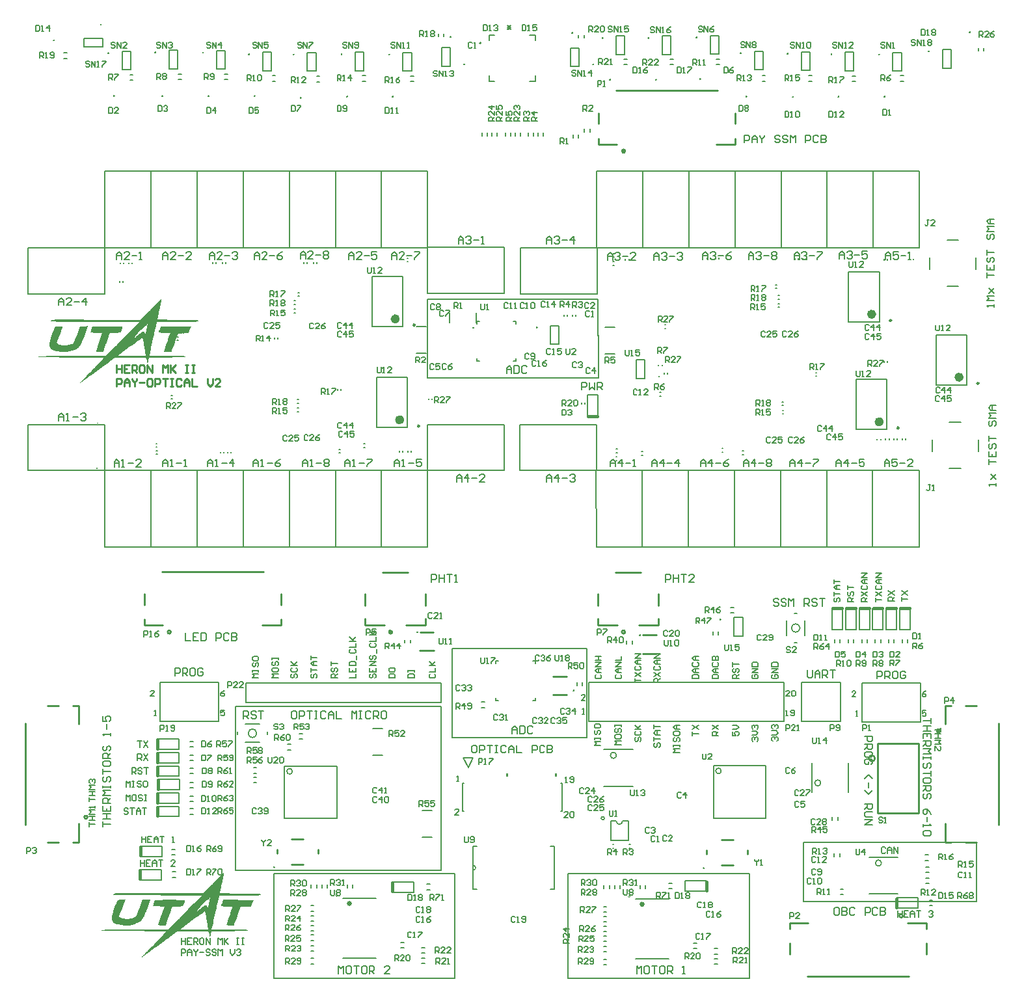
<source format=gto>
G04*
G04 #@! TF.GenerationSoftware,Altium Limited,Altium Designer,18.1.6 (161)*
G04*
G04 Layer_Color=65535*
%FSTAX44Y44*%
%MOMM*%
G71*
G01*
G75*
%ADD21C,0.2540*%
%ADD79C,0.2000*%
%ADD80C,0.1270*%
%ADD81C,0.2500*%
%ADD82C,0.6000*%
%ADD83C,0.4000*%
%ADD84C,0.1524*%
%ADD85C,0.0000*%
%ADD86C,0.2032*%
G36*
X00183825Y00887993D02*
Y00887818D01*
Y0088729D01*
X00183649Y00886411D01*
X00183298Y00885357D01*
Y00885181D01*
X00183122Y00884478D01*
X00182946Y00883423D01*
X00182595Y00882369D01*
Y00882017D01*
X00182419Y00881666D01*
Y00880963D01*
X00182243Y00880259D01*
X00182067Y00879029D01*
X00181716Y00877799D01*
X00181364Y00876217D01*
Y00876041D01*
X00181188Y00875514D01*
X00181013Y00874635D01*
X00180837Y00873756D01*
X0018031Y00871471D01*
X00180134Y00870592D01*
X00179958Y00869713D01*
X00178025Y00862155D01*
X00178376Y0086198D01*
X00178903D01*
X00179431Y00861804D01*
X00181364D01*
X0018277Y00861628D01*
X00184528D01*
X00186813Y00861452D01*
X00189449D01*
X00192437Y00861276D01*
X00223021D01*
X00224779Y00861101D01*
X00228646D01*
X00229876Y00860925D01*
X00231106Y00860574D01*
X00231458Y00860222D01*
X00231634Y0085987D01*
Y00859695D01*
X00231282Y00859343D01*
X00230755Y00859167D01*
X00230228Y00858992D01*
X00229349Y00858816D01*
X00228118Y0085864D01*
X00191031D01*
X00185934Y00858464D01*
X0018154D01*
X00179782Y00858288D01*
X00177673D01*
X00177321Y00858113D01*
Y00857937D01*
Y00857585D01*
X00177146Y00856882D01*
X0017697Y00855652D01*
X00176618Y0085407D01*
X00176443Y0085284D01*
X00176091Y00851609D01*
X00175739Y00850203D01*
X00175388Y00848621D01*
X00175037Y00846864D01*
X00174509Y00844754D01*
Y00844403D01*
X00174158Y00843348D01*
X00173806Y00841766D01*
X00173279Y00839481D01*
X00172576Y00836318D01*
X00171873Y00832626D01*
X00170818Y00828232D01*
X00170291Y00825771D01*
X00169763Y00823135D01*
X0016783Y00814346D01*
X00199468D01*
X00204038Y00814171D01*
X00208432D01*
X00210366Y00813995D01*
X00212299D01*
X00213705Y00813819D01*
X00214936D01*
X00215639Y00813643D01*
X0021599Y00813468D01*
X00215639Y00813292D01*
X00215287D01*
X0021476Y00813116D01*
X00213881Y0081294D01*
X00213002D01*
X00211596Y00812765D01*
X00210014Y00812589D01*
X00208081D01*
X0020562Y00812413D01*
X00202808D01*
X00199468Y00812237D01*
X00195777Y00812061D01*
X00191383D01*
X00167303Y00811886D01*
X00166775Y00808546D01*
Y0080837D01*
X001666Y00808019D01*
X00166248Y00806964D01*
X00165896Y00805734D01*
X00165545Y00805207D01*
X00165369Y00805031D01*
X00165194Y00805207D01*
X00165018Y00805558D01*
X00164842Y00806085D01*
Y00806613D01*
Y00806788D01*
Y0080714D01*
Y00807843D01*
X00164666Y00808546D01*
X00164315Y00810304D01*
X00163436Y00812061D01*
X00123009D01*
X00120021Y00809952D01*
X00119845Y00809777D01*
X00119142Y00809249D01*
X00118088Y00808546D01*
X00116681Y00807316D01*
X00114924Y00806085D01*
X00112815Y00804328D01*
X00110354Y0080257D01*
X00107717Y00800461D01*
X00104553Y00798176D01*
X0010139Y00795715D01*
X00097874Y00793254D01*
X00094183Y00790618D01*
X00090316Y00787805D01*
X00086274Y00784817D01*
X00077837Y00778841D01*
X00076519Y0077805D01*
X00076606Y00778138D01*
X00077309Y00779017D01*
X00077837Y00779544D01*
X0007854Y00780423D01*
X00078891Y00780775D01*
X00079419Y00781302D01*
X00080473Y00782357D01*
X00081176Y0078306D01*
X00082055Y00784114D01*
X00083286Y00785345D01*
X00084692Y00786575D01*
X00086274Y00788333D01*
X00088031Y00790266D01*
X0009014Y00792375D01*
X00092601Y00794836D01*
X00092777Y00795012D01*
X00093129Y00795539D01*
X00093832Y00796242D01*
X00094711Y00797121D01*
X00095941Y00798176D01*
X00096995Y00799406D01*
X00099632Y00802218D01*
X00102444Y00805031D01*
X00104729Y00807667D01*
X00105784Y00808722D01*
X00106663Y00809601D01*
X0010719Y00810304D01*
X00107542Y00810831D01*
X00108596Y00812061D01*
X00052526Y00812061D01*
X00048659Y00812237D01*
X00037059D01*
X00033543Y00812413D01*
X00030379Y00812589D01*
X00027567D01*
X00026512Y00812765D01*
X00024755D01*
X00024227Y0081294D01*
X00023876D01*
X000237Y00813116D01*
X00023876D01*
X00024052Y00813292D01*
X00024403D01*
X00025106Y00813468D01*
X00025985D01*
X00027391Y00813643D01*
X00029149Y00813819D01*
X0003161D01*
X00034422Y00813995D01*
X00038113D01*
X00040047Y00814171D01*
X00047429D01*
X00050241Y00814346D01*
X00111057Y00814346D01*
X00124064Y00827178D01*
X0012424Y00827353D01*
X00124767Y00827881D01*
X00125646Y0082876D01*
X00126876Y00830166D01*
X00128458Y00831748D01*
X00130391Y00833857D01*
X00132852Y00836318D01*
X00135489Y0083913D01*
X00135664Y00839305D01*
X0013584Y00839481D01*
X00136719Y0084036D01*
X00138125Y00841766D01*
X00139707Y00843524D01*
X00141289Y00845106D01*
X00142871Y00846864D01*
X00144277Y0084827D01*
X00145332Y00849324D01*
X00154296Y0085864D01*
X0004778Y0085864D01*
X00045847Y00858816D01*
X00038816D01*
Y00859167D01*
X00039168Y00859695D01*
X00039519Y00860222D01*
X00040222Y00860573D01*
X00040925Y00860925D01*
X0004198Y00861101D01*
X00042156D01*
X00042683Y00861276D01*
X00043562D01*
X00044968Y00861452D01*
X00046726D01*
X00049187Y00861628D01*
X00064303D01*
X0006606Y00861452D01*
X00081176D01*
X00085043Y00861276D01*
X00156405Y00861276D01*
X00166775Y00871647D01*
X00167127Y00871998D01*
X00167478Y0087235D01*
X00168181Y00873053D01*
X00168885Y00873932D01*
X00169939Y00874986D01*
X0017117Y00876217D01*
X00172752Y00877799D01*
X00172927Y00877974D01*
X00173454Y00878502D01*
X00174333Y00879381D01*
X00175388Y00880435D01*
X00177849Y00883072D01*
X0018031Y00885533D01*
X00180485Y00885708D01*
X00180837Y0088606D01*
X00181891Y0088729D01*
X00183122Y00888345D01*
X00183649Y00888696D01*
X00183825Y00888872D01*
Y00887993D01*
D02*
G37*
G36*
X0008434Y00842294D02*
Y00842118D01*
X00084164Y00841766D01*
X00083813Y00841063D01*
X00083461Y00840009D01*
X0008311Y00838954D01*
X00082583Y00837724D01*
X00081352Y00834911D01*
X00079946Y00831923D01*
X00078188Y00829111D01*
X00076606Y0082665D01*
X00075728Y00825596D01*
X00074849Y00824893D01*
X00074497Y00824717D01*
X00073618Y00824014D01*
X00072212Y00823135D01*
X00070103Y00822256D01*
X00067466Y00821201D01*
X00064127Y00820323D01*
X0006026Y0081962D01*
X0005569Y00819444D01*
X00053756D01*
X00051823Y0081962D01*
X00049362Y00819971D01*
X00046726Y00820498D01*
X00044089Y00821201D01*
X00041804Y0082208D01*
X0004075Y00822783D01*
X00039871Y00823486D01*
X00039695Y00823662D01*
X00039519Y00823838D01*
X00039168Y00824365D01*
X00038816Y00825068D01*
X00037937Y00826826D01*
X00037762Y00827881D01*
X00037586Y00828935D01*
Y00829111D01*
X00037762Y00829814D01*
Y00830517D01*
X00037937Y0083122D01*
X00038113Y00832099D01*
X00038465Y00833329D01*
X00038816Y0083456D01*
X00039344Y00836142D01*
X00039871Y00837899D01*
X00040574Y00840009D01*
X00041277Y00842469D01*
X00042332Y00845106D01*
X00043386Y00847918D01*
X00044617Y00851258D01*
X00044792Y00851433D01*
X00045144Y00851785D01*
X00045495Y00852137D01*
X00046199Y00852312D01*
X00047253Y00852664D01*
X00048484Y0085284D01*
X00055338D01*
Y00852664D01*
X00055163Y00852488D01*
X00054987Y00851961D01*
X00054811Y00851258D01*
X0005446Y00850379D01*
X00054108Y00849324D01*
X00053229Y00846688D01*
X00051999Y00843524D01*
X00050593Y00839833D01*
X00049187Y0083579D01*
X00047429Y0083122D01*
X00047605Y00831044D01*
X00048308Y00830517D01*
X00048484D01*
X00048659Y00830166D01*
X00049011Y00829814D01*
X00049187Y00829638D01*
X00049538Y00829287D01*
X00049714Y00829111D01*
X00050241Y00828935D01*
X00050593D01*
X00051296Y00828584D01*
X00051647D01*
X00052526Y00828408D01*
X00053053D01*
X00053932Y00828232D01*
X00054635D01*
X00055338Y00828056D01*
X00059557D01*
X00060963Y00828232D01*
X00062545Y00828408D01*
X00064303Y00828759D01*
X0006606Y00829287D01*
X00067642Y0082999D01*
X00068873Y00831044D01*
Y0083122D01*
X00069224Y00831572D01*
X00069576Y00832099D01*
X00070103Y00833154D01*
X00070806Y00834735D01*
X00071685Y00836845D01*
X0007274Y00839305D01*
X00073267Y00840887D01*
X0007397Y00842645D01*
X00077837Y00852664D01*
X00078188D01*
X00079067Y0085284D01*
X00084867D01*
X00086625Y00853015D01*
X00087328D01*
X00088031Y00853191D01*
X0008434Y00842294D01*
D02*
G37*
G36*
X0022056Y00848621D02*
X00219154Y00844227D01*
X00205444D01*
Y00844051D01*
X00205269Y00843524D01*
X00204917Y00842469D01*
X0020439Y00841239D01*
X00203862Y00839481D01*
X00203159Y00837372D01*
X00202281Y00834911D01*
X00201226Y00831923D01*
Y00831748D01*
X0020105Y00831572D01*
X00200699Y00830517D01*
X00200171Y00829111D01*
X00199644Y00827353D01*
X00198941Y00825244D01*
X00198062Y00823311D01*
X00197359Y00821377D01*
X00196656Y0081962D01*
X00189449D01*
X00188395Y00819795D01*
X00187692D01*
X00186989Y00819971D01*
X00186813Y00820147D01*
Y00820498D01*
X00186989Y0082085D01*
X0018734Y00821905D01*
X00187868Y00823311D01*
X00188219Y0082419D01*
X00188571Y0082542D01*
X00188922Y00826826D01*
X00189449Y00828232D01*
X00190152Y00830166D01*
X00190856Y00832099D01*
Y00832275D01*
X00191031Y00832626D01*
X00191207Y00833154D01*
X00191559Y00833857D01*
X00192086Y0083579D01*
X00192965Y00837899D01*
X00193668Y00840184D01*
X00194195Y00842118D01*
X00194547Y00842821D01*
X00194722Y00843524D01*
X00194898Y00843876D01*
Y00844051D01*
X00193668D01*
X00192789Y00844227D01*
X00183825D01*
X00182419Y00844403D01*
X0018031D01*
X00180134Y00844579D01*
X00179958D01*
Y00844754D01*
X00180134Y00845633D01*
X0018031Y00846161D01*
X00180485Y00847039D01*
X00180837Y00847918D01*
X00181364Y00849148D01*
X00182946Y0085284D01*
X00222142D01*
X0022056Y00848621D01*
D02*
G37*
G36*
X00123185Y00852664D02*
X001267D01*
X00128458Y00852488D01*
X00129864D01*
X00131095Y00852312D01*
X00131973D01*
X00132676Y00852137D01*
X00132852Y00851961D01*
Y00851785D01*
X00132676Y00851258D01*
X00132501Y00850731D01*
X00132325Y00850027D01*
X00131973Y00849148D01*
X00131622Y00848094D01*
X00130567Y00844579D01*
X00130216D01*
X00129688Y00844403D01*
X00127931D01*
X001267Y00844227D01*
X00118791D01*
X00117736Y00844051D01*
X00116681D01*
X00115275Y00840536D01*
Y0084036D01*
X001151Y00840009D01*
X00114748Y0083913D01*
X00114396Y00837899D01*
X00113869Y00836318D01*
X0011299Y00834208D01*
X00112112Y00831572D01*
X00111057Y00828408D01*
X00108069Y0081962D01*
X00100862D01*
X00099984Y00819795D01*
X00099105D01*
X00098577Y00819971D01*
X00098402Y00820147D01*
X00102444Y00832451D01*
X00106487Y00844227D01*
X00095238Y00844227D01*
X00093832Y00844403D01*
X00092601D01*
X00091722Y00844578D01*
X00091547Y00844754D01*
X00091371D01*
Y0084493D01*
X00091547Y00845282D01*
X00091722Y00845809D01*
X00091898Y00846863D01*
X00092425Y00848094D01*
X00092953Y00849852D01*
X00093656Y00852137D01*
X00094007Y00852312D01*
X00094886D01*
X00095589Y00852488D01*
X00097523Y00852488D01*
X00098753Y00852664D01*
X00102268D01*
X00104553Y0085284D01*
X0011967D01*
X00123185Y00852664D01*
D02*
G37*
G36*
X00076255Y00777787D02*
X00076079D01*
X00076519Y0077805D01*
X00076255Y00777787D01*
D02*
G37*
G36*
X0069842Y00266543D02*
X0069588D01*
Y00270353D01*
X0069842D01*
Y00266543D01*
D02*
G37*
G36*
X0063492D02*
X0063238D01*
Y00270353D01*
X0063492D01*
Y00266543D01*
D02*
G37*
G36*
X00265134Y00141284D02*
X00265133Y00141108D01*
X00265133Y00140581D01*
X00264956Y00139702D01*
X00264603Y00138648D01*
X00264603Y00138472D01*
X00264426Y0013777D01*
X00264249Y00136715D01*
X00263896Y00135661D01*
X00263895Y0013531D01*
X00263719Y00134958D01*
X00263718Y00134255D01*
X00263542Y00133552D01*
X00263364Y00132322D01*
X00263011Y00131092D01*
X00262658Y00129511D01*
X00262657Y00129335D01*
X00262481Y00128808D01*
X00262304Y00127929D01*
X00262127Y00127051D01*
X00261597Y00124767D01*
X0026142Y00123888D01*
X00261243Y00123009D01*
X002593Y00115454D01*
X00259651Y00115278D01*
X00260178Y00115277D01*
X00260705Y001151D01*
X00262639Y00115098D01*
X00264045Y0011492D01*
X00265802Y00114918D01*
X00268087Y00114739D01*
X00270723Y00114736D01*
X00273711Y00114556D01*
X00304295Y00114516D01*
X00306052Y00114338D01*
X00309919Y00114333D01*
X00311149Y00114156D01*
X00312379Y00113802D01*
X0031273Y0011345D01*
X00312906Y00113099D01*
X00312906Y00112923D01*
X00312554Y00112572D01*
X00312026Y00112397D01*
X00311499Y00112222D01*
X00310619Y00112047D01*
X00309389Y00111873D01*
X00272302Y00111921D01*
X00267204Y00111752D01*
X0026281Y00111758D01*
X00261052Y00111585D01*
X00258943Y00111587D01*
X00258591Y00111412D01*
X00258591Y00111236D01*
X00258591Y00110885D01*
X00258414Y00110182D01*
X00258236Y00108952D01*
X00257883Y0010737D01*
X00257705Y0010614D01*
X00257352Y0010491D01*
X00256999Y00103505D01*
X00256645Y00101923D01*
X00256292Y00100166D01*
X00255761Y00098057D01*
X00255761Y00097706D01*
X00255408Y00096652D01*
X00255054Y0009507D01*
X00254524Y00092786D01*
X00253817Y00089623D01*
X00253109Y00085933D01*
X00252049Y0008154D01*
X00251518Y0007908D01*
X00250987Y00076444D01*
X00249042Y00067658D01*
X00280681Y00067617D01*
X0028525Y00067435D01*
X00289645Y00067429D01*
X00291578Y00067251D01*
X00293511Y00067249D01*
X00294917Y00067071D01*
X00296148Y00067069D01*
X0029685Y00066893D01*
X00297202Y00066716D01*
X0029685Y00066541D01*
X00296499Y00066542D01*
X00295971Y00066367D01*
X00295092Y00066192D01*
X00294213Y00066193D01*
X00292807Y00066019D01*
X00291224Y00065845D01*
X00289291Y00065848D01*
X0028683Y00065675D01*
X00284018Y00065679D01*
X00280678Y00065508D01*
X00276987Y00065337D01*
X00272592Y00065342D01*
X00248512Y00065198D01*
X0024798Y00061859D01*
X0024798Y00061684D01*
X00247804Y00061332D01*
X00247451Y00060278D01*
X00247098Y00059048D01*
X00246746Y00058521D01*
X0024657Y00058346D01*
X00246394Y00058522D01*
X00246219Y00058874D01*
X00246044Y00059401D01*
X00246044Y00059928D01*
X00246045Y00060104D01*
X00246045Y00060456D01*
X00246046Y00061159D01*
X00245871Y00061862D01*
X00245522Y0006362D01*
X00244645Y00065379D01*
X00204219Y00065432D01*
X00201228Y00063327D01*
X00201052Y00063151D01*
X00200348Y00062625D01*
X00199293Y00061923D01*
X00197885Y00060694D01*
X00196126Y00059466D01*
X00194014Y00057711D01*
X00191551Y00055957D01*
X00188912Y00053851D01*
X00185745Y0005157D01*
X00182578Y00049114D01*
X00179059Y00046658D01*
X00175365Y00044026D01*
X00171494Y00041219D01*
X00167448Y00038236D01*
X00159003Y00032271D01*
X00157684Y00031481D01*
X0015742Y00031218D01*
X00157244Y00031219D01*
X00157684Y00031481D01*
X00157772Y00031569D01*
X00158476Y00032447D01*
X00159004Y00032974D01*
X00159708Y00033852D01*
X0016006Y00034203D01*
X00160588Y00034729D01*
X00161644Y00035783D01*
X00162348Y00036485D01*
X00163228Y00037538D01*
X0016446Y00038767D01*
X00165868Y00039996D01*
X00167452Y00041751D01*
X00169212Y00043682D01*
X00171324Y00045789D01*
X00173788Y00048246D01*
X00173964Y00048422D01*
X00174317Y00048949D01*
X00175021Y00049651D01*
X00175901Y00050529D01*
X00177132Y00051582D01*
X00178189Y00052811D01*
X00180829Y00055619D01*
X00183645Y00058428D01*
X00185933Y00061062D01*
X00186989Y00062115D01*
X00187869Y00062993D01*
X00188397Y00063695D01*
X0018875Y00064222D01*
X00189806Y00065451D01*
X00133736Y00065524D01*
X00129869Y00065705D01*
X00118268Y0006572D01*
X00114753Y000659D01*
X0011159Y0006608D01*
X00108778Y00066084D01*
X00107723Y00066261D01*
X00105965Y00066263D01*
X00105438Y0006644D01*
X00105087Y0006644D01*
X00104911Y00066616D01*
X00105087Y00066616D01*
X00105263Y00066792D01*
X00105615Y00066791D01*
X00106318Y00066966D01*
X00107197Y00066965D01*
X00108603Y00067139D01*
X00110361Y00067312D01*
X00112822Y00067309D01*
X00115634Y00067481D01*
X00119325Y00067476D01*
X00121259Y00067649D01*
X00128641Y0006764D01*
X00131454Y00067812D01*
X00192269Y00067733D01*
X00205293Y00080547D01*
X00205469Y00080722D01*
X00205997Y00081249D01*
X00206877Y00082126D01*
X00208109Y00083531D01*
X00209693Y00085111D01*
X0021163Y00087217D01*
X00214093Y00089675D01*
X00216734Y00092484D01*
X0021691Y00092659D01*
X00217086Y00092835D01*
X00217966Y00093713D01*
X00219374Y00095117D01*
X00220958Y00096873D01*
X00222542Y00098452D01*
X00224126Y00100208D01*
X00225534Y00101612D01*
X0022659Y00102666D01*
X00235566Y00111969D01*
X00129051Y00112109D01*
X00127118Y00112287D01*
X00120087Y00112296D01*
X00120087Y00112648D01*
X0012044Y00113174D01*
X00120792Y00113701D01*
X00121496Y00114052D01*
X00122199Y00114403D01*
X00123254Y00114577D01*
X0012343Y00114577D01*
X00123957Y00114752D01*
X00124836Y00114751D01*
X00126242Y00114925D01*
X00128Y00114922D01*
X00130461Y00115095D01*
X00145577Y00115075D01*
X00147334Y00114897D01*
X00162451Y00114877D01*
X00166317Y00114697D01*
X00237679Y00114603D01*
X00248063Y0012496D01*
X00248415Y00125311D01*
X00248767Y00125662D01*
X00249471Y00126364D01*
X00250175Y00127242D01*
X00251231Y00128295D01*
X00252463Y00129524D01*
X00254047Y00131104D01*
X00254223Y0013128D01*
X00254751Y00131806D01*
X00255631Y00132684D01*
X00256687Y00133737D01*
X00259151Y0013637D01*
X00261615Y00138828D01*
X00261791Y00139003D01*
X00262143Y00139355D01*
X00263199Y00140583D01*
X00264431Y00141636D01*
X00264959Y00141987D01*
X00265135Y00142163D01*
X00265134Y00141284D01*
D02*
G37*
G36*
X00165589Y00095715D02*
X00165589Y00095539D01*
X00165413Y00095187D01*
X0016506Y00094485D01*
X00164708Y00093431D01*
X00164355Y00092376D01*
X00163826Y00091147D01*
X00162592Y00088336D01*
X00161182Y0008535D01*
X0015942Y0008254D01*
X00157835Y00080081D01*
X00156955Y00079028D01*
X00156075Y00078326D01*
X00155723Y00078151D01*
X00154844Y00077449D01*
X00153436Y00076572D01*
X00151326Y00075696D01*
X00148688Y00074644D01*
X00145347Y0007377D01*
X0014148Y00073072D01*
X00136909Y00072902D01*
X00134976Y00072905D01*
X00133043Y00073083D01*
X00130582Y00073438D01*
X00127947Y00073968D01*
X00125311Y00074675D01*
X00123027Y00075557D01*
X00121973Y00076261D01*
X00121096Y00076965D01*
X0012092Y00077141D01*
X00120744Y00077317D01*
X00120394Y00077845D01*
X00120043Y00078549D01*
X00119166Y00080308D01*
X00118992Y00081362D01*
X00118818Y00082417D01*
X00118818Y00082593D01*
X00118995Y00083296D01*
X00118995Y00083999D01*
X00119172Y00084702D01*
X00119349Y0008558D01*
X00119702Y0008681D01*
X00120055Y0008804D01*
X00120585Y00089621D01*
X00121114Y00091378D01*
X0012182Y00093487D01*
X00122526Y00095947D01*
X00123584Y00098582D01*
X00124643Y00101393D01*
X00125878Y00104731D01*
X00126053Y00104906D01*
X00126405Y00105257D01*
X00126757Y00105608D01*
X00127461Y00105783D01*
X00128516Y00106133D01*
X00129747Y00106307D01*
X00136601Y00106298D01*
X00136601Y00106123D01*
X00136425Y00105947D01*
X00136249Y0010542D01*
X00136072Y00104717D01*
X00135719Y00103839D01*
X00135366Y00102785D01*
X00134484Y00100149D01*
X0013325Y00096987D01*
X00131839Y00093298D01*
X00130427Y00089257D01*
X00128664Y00084689D01*
X00128839Y00084513D01*
X00129542Y00083985D01*
X00129717Y00083985D01*
X00129893Y00083633D01*
X00130244Y00083281D01*
X00130419Y00083105D01*
X0013077Y00082753D01*
X00130946Y00082577D01*
X00131473Y00082401D01*
X00131824Y000824D01*
X00132527Y00082048D01*
X00132879Y00082047D01*
X00133757Y0008187D01*
X00134284Y0008187D01*
X00135163Y00081693D01*
X00135866Y00081692D01*
X00136569Y00081515D01*
X00140787Y0008151D01*
X00142194Y00081684D01*
X00143776Y00081857D01*
X00145534Y00082206D01*
X00147292Y00082732D01*
X00148875Y00083433D01*
X00150107Y00084486D01*
X00150107Y00084661D01*
X00150459Y00085012D01*
X00150812Y00085539D01*
X0015134Y00086593D01*
X00152045Y00088174D01*
X00152927Y00090282D01*
X00153985Y00092742D01*
X00154514Y00094323D01*
X00155219Y0009608D01*
X001591Y00106093D01*
X00159451Y00106093D01*
X0016033Y00106267D01*
X0016613Y0010626D01*
X00167888Y00106433D01*
X00168591Y00106432D01*
X00169295Y00106607D01*
X00165589Y00095715D01*
D02*
G37*
G36*
X00200932Y00106214D02*
X00204448Y00106034D01*
X00207963Y00106029D01*
X0020972Y00105851D01*
X00211126Y0010585D01*
X00212357Y00105672D01*
X00213235Y00105671D01*
X00213938Y00105494D01*
X00214114Y00105318D01*
X00214114Y00105142D01*
X00213937Y00104615D01*
X00213761Y00104088D01*
X00213584Y00103385D01*
X00213231Y00102507D01*
X00212878Y00101453D01*
X00211819Y00097939D01*
X00211468Y0009794D01*
X0021094Y00097764D01*
X00209182Y00097767D01*
X00207952Y00097592D01*
X00200042Y00097603D01*
X00198988Y00097429D01*
X00197933Y0009743D01*
X00196522Y00093916D01*
X00196522Y00093741D01*
X00196346Y00093389D01*
X00195993Y00092511D01*
X0019564Y00091281D01*
X0019511Y000897D01*
X00194229Y00087592D01*
X00193347Y00084956D01*
X00192288Y00081794D01*
X00189288Y00073009D01*
X00182082Y00073019D01*
X00181203Y00073196D01*
X00180324Y00073197D01*
X00179797Y00073373D01*
X00179622Y00073549D01*
X00183681Y00085848D01*
X00187739Y00097619D01*
X0017649Y00097634D01*
X00175084Y00097811D01*
X00173853Y00097813D01*
X00172975Y0009799D01*
X00172799Y00098166D01*
X00172623Y00098166D01*
X00172624Y00098342D01*
X001728Y00098693D01*
X00172976Y0009922D01*
X00173153Y00100275D01*
X00173682Y00101504D01*
X00174212Y00103261D01*
X00174918Y00105545D01*
X0017527Y00105721D01*
X00176148Y00105719D01*
X00176852Y00105894D01*
X00178785Y00105892D01*
X00180016Y00106066D01*
X00183531Y00106061D01*
X00185816Y00106234D01*
X00200932Y00106214D01*
D02*
G37*
G36*
X00303405Y00106081D02*
X00301818Y00101864D01*
X00300406Y00097472D01*
X00286696Y0009749D01*
X00286696Y00097314D01*
X00286519Y00096787D01*
X00286166Y00095733D01*
X00285637Y00094503D01*
X00285108Y00092746D01*
X00284402Y00090638D01*
X0028352Y00088178D01*
X00282461Y00085191D01*
X00282461Y00085016D01*
X00282285Y0008484D01*
X00281932Y00083786D01*
X00281403Y00082381D01*
X00280874Y00080624D01*
X00280168Y00078515D01*
X00279286Y00076583D01*
X00278581Y0007465D01*
X00277875Y00072894D01*
X00270669Y00072903D01*
X00269615Y0007308D01*
X00268911Y00073081D01*
X00268209Y00073258D01*
X00268033Y00073434D01*
X00268034Y00073785D01*
X0026821Y00074137D01*
X00268563Y00075191D01*
X00269092Y00076596D01*
X00269445Y00077475D01*
X00269798Y00078705D01*
X00270151Y0008011D01*
X0027068Y00081516D01*
X00271386Y00083448D01*
X00272091Y00085381D01*
X00272092Y00085556D01*
X00272268Y00085908D01*
X00272444Y00086435D01*
X00272797Y00087137D01*
X00273326Y0008907D01*
X00274208Y00091178D01*
X00274914Y00093462D01*
X00275444Y00095395D01*
X00275797Y00096098D01*
X00275973Y00096801D01*
X00276149Y00097152D01*
X0027615Y00097328D01*
X00274919Y00097329D01*
X00274041Y00097506D01*
X00265077Y00097518D01*
X00263671Y00097696D01*
X00261561Y00097698D01*
X00261386Y00097874D01*
X0026121Y00097874D01*
X0026121Y0009805D01*
X00261387Y00098929D01*
X00261564Y00099456D01*
X0026174Y00100335D01*
X00262093Y00101213D01*
X00262622Y00102443D01*
X00264209Y00106132D01*
X00303405Y00106081D01*
D02*
G37*
%LPC*%
G36*
X00165369Y00855652D02*
X00165193Y00855476D01*
X00164666Y00855125D01*
X00163787Y00854422D01*
X00162733Y00853543D01*
X00161502Y00852312D01*
X00160096Y00851082D01*
X00157108Y00848446D01*
X0015412Y00845457D01*
X00152714Y00843876D01*
X00151483Y00842469D01*
X00150429Y00841239D01*
X0014955Y00840009D01*
X00149023Y00838954D01*
X00148847Y00838075D01*
X00149199Y00838251D01*
X00149374D01*
X00149726Y00838427D01*
X00150077Y00838778D01*
X00150253Y00838954D01*
X00150605Y00839305D01*
X00151659Y00840184D01*
X00151835Y0084036D01*
X00152362Y00840712D01*
X00153066Y00841415D01*
X00153944Y00842118D01*
X0015412Y00842294D01*
X00154823Y00842821D01*
X00155878Y00843524D01*
X00156932Y00844227D01*
X00157108Y00844403D01*
X0015746Y00844579D01*
X0015869Y00845457D01*
X0015992Y00846336D01*
X00160448Y00846512D01*
X00160623Y00846688D01*
X00160975Y00846336D01*
X00161151Y00845985D01*
X00161502Y00845633D01*
X00161854Y0084493D01*
X00162205Y00844051D01*
X00162381Y00843876D01*
X00162557Y00843348D01*
X00162733D01*
X00162908Y00843524D01*
Y00844051D01*
Y00844227D01*
X00163084Y00844579D01*
X00163436Y00845457D01*
X00163787Y00846688D01*
Y00846864D01*
Y00847391D01*
Y00848094D01*
X00163963Y00848621D01*
Y00848973D01*
X00164139Y00849676D01*
X0016449Y00850555D01*
X00164666Y00851785D01*
X00165018Y00853015D01*
X00165193Y00854246D01*
X00165369Y00855125D01*
Y00855652D01*
D02*
G37*
G36*
X00158866Y00837724D02*
X00158514Y00837548D01*
X00157811Y00837196D01*
X00157284Y00836845D01*
X00156405Y00836318D01*
X00155526Y00835614D01*
X00154472Y00834911D01*
X00153066Y00834033D01*
X00151483Y00832802D01*
X00149726Y00831572D01*
X00147617Y0082999D01*
X00145156Y00828232D01*
X00142344Y00826123D01*
X00126524Y00814522D01*
X0013584Y00814346D01*
X00154296D01*
X00163436Y00814522D01*
X00161327Y00825947D01*
Y00826123D01*
Y00826475D01*
X00161151Y00827002D01*
X00160975Y00827881D01*
X00160623Y00829638D01*
X00160272Y00831923D01*
X00159745Y00834033D01*
X00159393Y00835966D01*
X00159217Y00836669D01*
X00159042Y00837196D01*
Y00837548D01*
X00158866Y00837724D01*
D02*
G37*
G36*
X00246636Y00108967D02*
X0024646Y00108791D01*
X00245932Y00108441D01*
X00245052Y00107739D01*
X00243997Y00106861D01*
X00242764Y00105632D01*
X00241357Y00104404D01*
X00238365Y00101771D01*
X00235373Y00098787D01*
X00233965Y00097207D01*
X00232733Y00095802D01*
X00231677Y00094573D01*
X00230796Y00093344D01*
X00230268Y0009229D01*
X00230091Y00091412D01*
X00230442Y00091587D01*
X00230618Y00091587D01*
X0023097Y00091762D01*
X00231322Y00092113D01*
X00231498Y00092289D01*
X0023185Y0009264D01*
X00232906Y00093517D01*
X00233082Y00093693D01*
X00233609Y00094044D01*
X00234313Y00094746D01*
X00235193Y00095448D01*
X00235369Y00095623D01*
X00236073Y0009615D01*
X00237129Y00096851D01*
X00238184Y00097553D01*
X0023836Y00097729D01*
X00238712Y00097904D01*
X00239943Y00098781D01*
X00241175Y00099658D01*
X00241702Y00099833D01*
X00241878Y00100009D01*
X00242229Y00099657D01*
X00242405Y00099305D01*
X00242756Y00098953D01*
X00243106Y0009825D01*
X00243457Y0009737D01*
X00243632Y00097194D01*
X00243807Y00096667D01*
X00243983Y00096667D01*
X00244159Y00096842D01*
X0024416Y00097369D01*
X0024416Y00097545D01*
X00244336Y00097896D01*
X00244689Y00098775D01*
X00245042Y00100005D01*
X00245042Y00100181D01*
X00245043Y00100708D01*
X00245044Y00101411D01*
X0024522Y00101938D01*
X00245221Y0010229D01*
X00245398Y00102992D01*
X0024575Y00103871D01*
X00245928Y00105101D01*
X00246281Y00106331D01*
X00246458Y00107561D01*
X00246635Y0010844D01*
X00246636Y00108967D01*
D02*
G37*
G36*
X00240109Y00091047D02*
X00239757Y00090872D01*
X00239054Y00090521D01*
X00238526Y0009017D01*
X00237646Y00089644D01*
X00236767Y00088942D01*
X00235711Y00088241D01*
X00234304Y00087364D01*
X0023272Y00086135D01*
X00230961Y00084907D01*
X0022885Y00083328D01*
X00226387Y00081573D01*
X00223572Y00079468D01*
X00207737Y00067888D01*
X00217053Y000677D01*
X00235508Y00067676D01*
X00244649Y0006784D01*
X00242554Y00079268D01*
X00242554Y00079443D01*
X00242555Y00079795D01*
X0024238Y00080322D01*
X00242205Y00081201D01*
X00241856Y00082959D01*
X00241507Y00085245D01*
X00240983Y00087355D01*
X00240634Y00089289D01*
X00240459Y00089992D01*
X00240284Y0009052D01*
X00240285Y00090871D01*
X00240109Y00091047D01*
D02*
G37*
%LPD*%
D21*
X00944865Y01151952D02*
G03*
X00944865Y01151952I-00000359J0D01*
G01*
X00884865Y01174702D02*
G03*
X00884865Y01174702I-00000359J0D01*
G01*
X01124865Y01151952D02*
G03*
X01124865Y01151952I-00000359J0D01*
G01*
X01064865Y01151952D02*
G03*
X01064865Y01151952I-00000359J0D01*
G01*
X01005365Y01151202D02*
G03*
X01005365Y01151202I-00000359J0D01*
G01*
X00767365Y01173702D02*
G03*
X00767365Y01173702I-00000359J0D01*
G01*
X00559865Y01229452D02*
G03*
X00559865Y01229452I-00000359J0D01*
G01*
X00484865Y01151952D02*
G03*
X00484865Y01151952I-00000359J0D01*
G01*
X00425365D02*
G03*
X00425365Y01151952I-00000359J0D01*
G01*
X00364865Y01150202D02*
G03*
X00364865Y01150202I-00000359J0D01*
G01*
X00304865Y01152452D02*
G03*
X00304865Y01152452I-00000359J0D01*
G01*
X00244865D02*
G03*
X00244865Y01152452I-00000359J0D01*
G01*
X00184865Y01152452D02*
G03*
X00184865Y01152452I-00000359J0D01*
G01*
X00121865Y01152452D02*
G03*
X00121865Y01152452I-00000359J0D01*
G01*
X00043615Y01224952D02*
G03*
X00043615Y01224952I-00000359J0D01*
G01*
X00827365Y01173702D02*
G03*
X00827365Y01173702I-00000359J0D01*
G01*
X00718353Y01234722D02*
G03*
X00718353Y01234722I-00000359J0D01*
G01*
X01235853Y01235548D02*
G03*
X01235853Y01235548I-00000359J0D01*
G01*
X0118222Y01210525D02*
G03*
X0118222Y01210525I-00000254J0D01*
G01*
X01117602Y012065D02*
G03*
X01117602Y012065I-00000254J0D01*
G01*
X01055602Y01207D02*
G03*
X01055602Y01207I-00000254J0D01*
G01*
X00998602Y012075D02*
G03*
X00998602Y012075I-00000254J0D01*
G01*
X00937602Y0120825D02*
G03*
X00937602Y0120825I-00000254J0D01*
G01*
X00880102Y0122875D02*
G03*
X00880102Y0122875I-00000254J0D01*
G01*
X00817602Y01228D02*
G03*
X00817602Y01228I-00000254J0D01*
G01*
X00757602D02*
G03*
X00757602Y01228I-00000254J0D01*
G01*
X00787074Y0108076D02*
G03*
X00787074Y0108076I-00002074J0D01*
G01*
X00577543Y011938D02*
G03*
X00577543Y011938I-00000254J0D01*
G01*
X00480102Y012065D02*
G03*
X00480102Y012065I-00000254J0D01*
G01*
X00418102Y01207D02*
G03*
X00418102Y01207I-00000254J0D01*
G01*
X00297602Y01207D02*
G03*
X00297602Y01207I-00000254J0D01*
G01*
X00237602Y01209D02*
G03*
X00237602Y01209I-00000254J0D01*
G01*
X00175602Y012095D02*
G03*
X00175602Y012095I-00000254J0D01*
G01*
X00114602Y0120825D02*
G03*
X00114602Y0120825I-00000254J0D01*
G01*
X00104754Y01245402D02*
G03*
X00104754Y01245402I-00000254J0D01*
G01*
X00355602Y012065D02*
G03*
X00355602Y012065I-00000254J0D01*
G01*
X00745406Y011935D02*
G03*
X00745406Y011935I-00000254J0D01*
G01*
X0075235Y0111632D02*
Y0113029D01*
X0093015Y0111632D02*
Y0113029D01*
Y0109219D02*
Y01096D01*
Y0108965D02*
Y0109727D01*
X0090602Y0108965D02*
X0093015D01*
Y01096D02*
Y0109727D01*
X0077521Y011595D02*
X0090729D01*
X0075235Y0108965D02*
Y0109727D01*
Y0108965D02*
X0077648D01*
X0058932Y0085075D02*
G03*
X0058932Y0085075I-0000032J0D01*
G01*
X00831114Y0078725D02*
G03*
X00831114Y0078725I-00000254J0D01*
G01*
X00672158Y00851036D02*
G03*
X00672158Y00851036I-00000254J0D01*
G01*
X0012504Y00802423D02*
Y00792426D01*
Y00797424D01*
X00131705D01*
Y00802423D01*
Y00792426D01*
X00141701Y00802423D02*
X00135037D01*
Y00792426D01*
X00141701D01*
X00135037Y00797424D02*
X00138369D01*
X00145034Y00792426D02*
Y00802423D01*
X00150032D01*
X00151698Y00800756D01*
Y00797424D01*
X00150032Y00795758D01*
X00145034D01*
X00148366D02*
X00151698Y00792426D01*
X00160029Y00802423D02*
X00156697D01*
X0015503Y00800756D01*
Y00794092D01*
X00156697Y00792426D01*
X00160029D01*
X00161695Y00794092D01*
Y00800756D01*
X00160029Y00802423D01*
X00165027Y00792426D02*
Y00802423D01*
X00171692Y00792426D01*
Y00802423D01*
X00185021Y00792426D02*
Y00802423D01*
X00188353Y0079909D01*
X00191685Y00802423D01*
Y00792426D01*
X00195018Y00802423D02*
Y00792426D01*
Y00795758D01*
X00201682Y00802423D01*
X00196684Y00797424D01*
X00201682Y00792426D01*
X00215011Y00802423D02*
X00218343D01*
X00216677D01*
Y00792426D01*
X00215011D01*
X00218343D01*
X00223342Y00802423D02*
X00226674D01*
X00225008D01*
Y00792426D01*
X00223342D01*
X00226674D01*
X0012504Y00774334D02*
Y0078433D01*
X00130038D01*
X00131705Y00782664D01*
Y00779332D01*
X00130038Y00777666D01*
X0012504D01*
X00135037Y00774334D02*
Y00780998D01*
X00138369Y0078433D01*
X00141701Y00780998D01*
Y00774334D01*
Y00779332D01*
X00135037D01*
X00145034Y0078433D02*
Y00782664D01*
X00148366Y00779332D01*
X00151698Y00782664D01*
Y0078433D01*
X00148366Y00779332D02*
Y00774334D01*
X0015503Y00779332D02*
X00161695D01*
X00170026Y0078433D02*
X00166693D01*
X00165027Y00782664D01*
Y00776D01*
X00166693Y00774334D01*
X00170026D01*
X00171692Y00776D01*
Y00782664D01*
X00170026Y0078433D01*
X00175024Y00774334D02*
Y0078433D01*
X00180022D01*
X00181688Y00782664D01*
Y00779332D01*
X00180022Y00777666D01*
X00175024D01*
X00185021Y0078433D02*
X00191685D01*
X00188353D01*
Y00774334D01*
X00195018Y0078433D02*
X0019835D01*
X00196684D01*
Y00774334D01*
X00195018D01*
X0019835D01*
X00210013Y00782664D02*
X00208347Y0078433D01*
X00205014D01*
X00203348Y00782664D01*
Y00776D01*
X00205014Y00774334D01*
X00208347D01*
X00210013Y00776D01*
X00213345Y00774334D02*
Y00780998D01*
X00216677Y0078433D01*
X00220009Y00780998D01*
Y00774334D01*
Y00779332D01*
X00213345D01*
X00223342Y0078433D02*
Y00774334D01*
X00230006D01*
X00243335Y0078433D02*
Y00777666D01*
X00246667Y00774334D01*
X0025Y00777666D01*
Y0078433D01*
X00259996Y00774334D02*
X00253332D01*
X00259996Y00780998D01*
Y00782664D01*
X0025833Y0078433D01*
X00254998D01*
X00253332Y00782664D01*
X00786974Y0045476D02*
G03*
X00786974Y0045476I-00002074J0D01*
G01*
X00195824D02*
G03*
X00195824Y0045476I-00002074J0D01*
G01*
X01196834Y0032625D02*
G03*
X01196834Y0032625I-00002074J0D01*
G01*
X00087314Y0021375D02*
G03*
X00087314Y0021375I-00002074J0D01*
G01*
X01148324Y0008524D02*
G03*
X01148324Y0008524I-00002074J0D01*
G01*
X00483974Y0045476D02*
G03*
X00483974Y0045476I-00002074J0D01*
G01*
X00806549Y00450614D02*
G03*
X00806549Y00450614I-00000359J0D01*
G01*
X00911084Y00471063D02*
G03*
X00911084Y00471063I-00000254J0D01*
G01*
X00720249Y003785D02*
G03*
X00720249Y003785I-00000359J0D01*
G01*
X00516549Y00454334D02*
G03*
X00516549Y00454334I-00000359J0D01*
G01*
X0111202Y002904D02*
G03*
X0111202Y002904I-0000381J0D01*
G01*
X0083062Y0048905D02*
Y0050429D01*
X0075188Y0048905D02*
Y0050429D01*
X0080522Y0046365D02*
X0083062D01*
Y0047254D01*
X00782995Y0053223D02*
X00799505D01*
X0075188Y0046365D02*
Y0047254D01*
Y0046365D02*
X0077728D01*
X0077474Y0053223D02*
X00782995D01*
X00799505D02*
X0080776D01*
X001611Y0049032D02*
Y0050429D01*
X003389Y0049032D02*
Y0050429D01*
Y0046619D02*
Y0047D01*
Y0046365D02*
Y0047127D01*
X0031477Y0046365D02*
X003389D01*
Y0047D02*
Y0047127D01*
X0018396Y005335D02*
X0031604D01*
X001611Y0046365D02*
Y0047127D01*
Y0046365D02*
X0018523D01*
X0123032Y003589D02*
X0124429D01*
X0123032Y001811D02*
X0124429D01*
X0120619D02*
X0121D01*
X0120365D02*
X0121127D01*
X0120365D02*
Y0020523D01*
X0121Y001811D02*
X0121127D01*
X012735Y0020396D02*
Y0033604D01*
X0120365Y003589D02*
X0121127D01*
X0120365Y0033477D02*
Y003589D01*
X0003571Y001811D02*
X0004968D01*
X0003571Y003589D02*
X0004968D01*
X0007D02*
X0007381D01*
X0006873D02*
X0007635D01*
Y0033477D02*
Y003589D01*
X0006873D02*
X0007D01*
X000065Y0020396D02*
Y0033604D01*
X0006873Y001811D02*
X0007635D01*
Y0020523D01*
X011789Y0003571D02*
Y0004968D01*
X010011Y0003571D02*
Y0004968D01*
Y0007D02*
Y0007381D01*
Y0006873D02*
Y0007635D01*
X0102523D01*
X010011Y0006873D02*
Y0007D01*
X0102396Y000065D02*
X0115604D01*
X011789Y0006873D02*
Y0007635D01*
X0115477D02*
X011789D01*
X0052762Y0048905D02*
Y0050429D01*
X0044888Y0048905D02*
Y0050429D01*
X0050222Y0046365D02*
X0052762D01*
Y0047254D01*
X00479995Y0053223D02*
X00496505D01*
X0044888Y0046365D02*
Y0047254D01*
Y0046365D02*
X0047428D01*
X0047174Y0053223D02*
X00479995D01*
X00496505D02*
X0050476D01*
X0081Y00426738D02*
X00828D01*
X00810254Y00450868D02*
X0082778D01*
X0069322Y00372912D02*
X00710746D01*
X00693Y00397042D02*
X00711D01*
X0052Y00430458D02*
X00538D01*
X00520254Y00454588D02*
X0053778D01*
X00352905Y0018551D02*
X00368145D01*
X00387195Y0016646D02*
Y0017154D01*
X00352905Y0015249D02*
X00368145D01*
X00333855Y0016646D02*
Y0017154D01*
X0089333Y0016546D02*
Y0017054D01*
X0091238Y0015149D02*
X0092762D01*
X0094667Y0016546D02*
Y0017054D01*
X0091238Y0018451D02*
X0092762D01*
X0111583Y0021928D02*
X0116917D01*
X0111583Y00309958D02*
X0116917D01*
X0111583Y0021928D02*
Y00309958D01*
X0116917Y0021928D02*
Y00309958D01*
D79*
X0059955Y012213D02*
G03*
X0059955Y012213I-00001J0D01*
G01*
X012535Y01211065D02*
Y01215065D01*
X012465Y01211065D02*
Y01215065D01*
X0120889Y01213065D02*
X01211176D01*
X0120254D02*
X0120889D01*
X01211176Y01188935D02*
Y01213065D01*
X012Y01188935D02*
Y01213065D01*
Y01188935D02*
X01211176D01*
X012Y01213065D02*
X0120254D01*
X011455Y01172D02*
X011495D01*
X011455Y01179D02*
X011495D01*
X01135382Y0120904D02*
X01137922D01*
X01135382Y0118491D02*
X01146558D01*
X01135382D02*
Y0120904D01*
X01146558Y0118491D02*
Y0120904D01*
X01137922D02*
X01144272D01*
X01146558D01*
X01083Y011715D02*
X01087D01*
X01083Y011785D02*
X01087D01*
X01082272Y0120954D02*
X01084558D01*
X01075922D02*
X01082272D01*
X01084558Y0118541D02*
Y0120954D01*
X01073382Y0118541D02*
Y0120954D01*
Y0118541D02*
X01084558D01*
X01073382Y0120954D02*
X01075922D01*
X01026Y01172D02*
X0103D01*
X01026Y01179D02*
X0103D01*
X01016382Y0121004D02*
X01018922D01*
X01016382Y0118591D02*
X01027558D01*
X01016382D02*
Y0121004D01*
X01027558Y0118591D02*
Y0121004D01*
X01018922D02*
X01025272D01*
X01027558D01*
X009655Y01172D02*
X009695D01*
X009655Y01179D02*
X009695D01*
X00955382Y0121079D02*
X00957922D01*
X00955382Y0118666D02*
X00966558D01*
X00955382D02*
Y0121079D01*
X00966558Y0118666D02*
Y0121079D01*
X00957922D02*
X00964272D01*
X00966558D01*
X009055Y011935D02*
X009095D01*
X009055Y012005D02*
X009095D01*
X00897882Y0123129D02*
X00900422D01*
X00897882Y0120716D02*
X00909058D01*
X00897882D02*
Y0123129D01*
X00909058Y0120716D02*
Y0123129D01*
X00900422D02*
X00906772D01*
X00909058D01*
X00835382Y0123054D02*
X00837922D01*
X00835382Y0120641D02*
X00846558D01*
X00835382D02*
Y0123054D01*
X00846558Y0120641D02*
Y0123054D01*
X00837922D02*
X00844272D01*
X00846558D01*
X007855Y012005D02*
X007895D01*
X007855Y011935D02*
X007895D01*
X00784272Y0123054D02*
X00786558D01*
X00777922D02*
X00784272D01*
X00786558Y0120641D02*
Y0123054D01*
X00775382Y0120641D02*
Y0123054D01*
Y0120641D02*
X00786558D01*
X00775382Y0123054D02*
X00777922D01*
X007265Y01228D02*
Y01232D01*
X007335Y01228D02*
Y01232D01*
X00741Y011055D02*
Y011095D01*
X00734Y011055D02*
Y011095D01*
X00726Y01098D02*
Y01102D01*
X00719Y01098D02*
Y01102D01*
X006805Y011005D02*
Y011045D01*
X006735Y011005D02*
Y011045D01*
X00668Y011005D02*
Y011045D01*
X00661Y011005D02*
Y011045D01*
X00651Y011005D02*
Y011045D01*
X00644Y011005D02*
Y011045D01*
X006385Y011005D02*
Y011045D01*
X006315Y011005D02*
Y011045D01*
X006205Y011005D02*
Y011045D01*
X006135Y011005D02*
Y011045D01*
X00608Y011005D02*
Y011045D01*
X00601Y011005D02*
Y011045D01*
X00544Y01229674D02*
Y01233674D01*
X00551Y01229674D02*
Y01233674D01*
X00556716Y0119126D02*
X00559255D01*
X00548079Y0121539D02*
X00559255D01*
Y0119126D02*
Y0121539D01*
X00548079Y0119126D02*
Y0121539D01*
X00550365Y0119126D02*
X00556716D01*
X00548079D02*
X00550365D01*
X00508Y011715D02*
X00512D01*
X00508Y011785D02*
X00512D01*
X00497882Y0120904D02*
X00500422D01*
X00497882Y0118491D02*
X00509058D01*
X00497882D02*
Y0120904D01*
X00509058Y0118491D02*
Y0120904D01*
X00500422D02*
X00506772D01*
X00509058D01*
X004455Y01172D02*
X004495D01*
X004455Y01179D02*
X004495D01*
X00435882Y0120954D02*
X00438422D01*
X00435882Y0118541D02*
X00447058D01*
X00435882D02*
Y0120954D01*
X00447058Y0118541D02*
Y0120954D01*
X00438422D02*
X00444772D01*
X00447058D01*
X00328Y01172D02*
X00332D01*
X00328Y01179D02*
X00332D01*
X00315382Y0120954D02*
X00317922D01*
X00315382Y0118541D02*
X00326558D01*
X00315382D02*
Y0120954D01*
X00326558Y0118541D02*
Y0120954D01*
X00317922D02*
X00324272D01*
X00326558D01*
X002655Y01174D02*
X002695D01*
X002655Y01181D02*
X002695D01*
X00255382Y0121154D02*
X00257922D01*
X00255382Y0118741D02*
X00266558D01*
X00255382D02*
Y0121154D01*
X00266558Y0118741D02*
Y0121154D01*
X00257922D02*
X00264272D01*
X00266558D01*
X002055Y01174D02*
X002095D01*
X002055Y01181D02*
X002095D01*
X00193382Y0121204D02*
X00195922D01*
X00193382Y0118791D02*
X00204558D01*
X00193382D02*
Y0121204D01*
X00204558Y0118791D02*
Y0121204D01*
X00195922D02*
X00202272D01*
X00204558D01*
X0005675Y012015D02*
X0006075D01*
X0005675Y012085D02*
X0006075D01*
X001425Y0117325D02*
X001465D01*
X001425Y0118025D02*
X001465D01*
X00132382Y0121079D02*
X00134922D01*
X00132382Y0118666D02*
X00143558D01*
X00132382D02*
Y0121079D01*
X00143558Y0118666D02*
Y0121079D01*
X00134922D02*
X00141272D01*
X00143558D01*
X0010704Y01216192D02*
Y01218478D01*
Y01224828D01*
X0008291Y01216192D02*
X0010704D01*
X0008291Y01227368D02*
X0010704D01*
X0008291Y01216192D02*
Y01227368D01*
X0010704Y01224828D02*
Y01227368D01*
X00382272Y0120904D02*
X00384558D01*
X00375922D02*
X00382272D01*
X00384558Y0118491D02*
Y0120904D01*
X00373382Y0118491D02*
Y0120904D01*
Y0118491D02*
X00384558D01*
X00373382Y0120904D02*
X00375922D01*
X003855Y01178D02*
X003895D01*
X003855Y01171D02*
X003895D01*
X00715942Y0119096D02*
X00718228D01*
X00724578D01*
X00715942D02*
Y0121509D01*
X00727118Y0119096D02*
Y0121509D01*
X00715942D02*
X00727118D01*
X00724578Y0119096D02*
X00727118D01*
X008455Y012005D02*
X008495D01*
X008455Y011935D02*
X008495D01*
X00942Y0109165D02*
Y01101647D01*
X00946998D01*
X00948664Y01099981D01*
Y01096648D01*
X00946998Y01094982D01*
X00942D01*
X00951997Y0109165D02*
Y01098315D01*
X00955329Y01101647D01*
X00958661Y01098315D01*
Y0109165D01*
Y01096648D01*
X00951997D01*
X00961994Y01101647D02*
Y01099981D01*
X00965326Y01096648D01*
X00968658Y01099981D01*
Y01101647D01*
X00965326Y01096648D02*
Y0109165D01*
X00988652Y01099981D02*
X00986985Y01101647D01*
X00983653D01*
X00981987Y01099981D01*
Y01098315D01*
X00983653Y01096648D01*
X00986985D01*
X00988652Y01094982D01*
Y01093316D01*
X00986985Y0109165D01*
X00983653D01*
X00981987Y01093316D01*
X00998648Y01099981D02*
X00996982Y01101647D01*
X0099365D01*
X00991984Y01099981D01*
Y01098315D01*
X0099365Y01096648D01*
X00996982D01*
X00998648Y01094982D01*
Y01093316D01*
X00996982Y0109165D01*
X0099365D01*
X00991984Y01093316D01*
X01001981Y0109165D02*
Y01101647D01*
X01005313Y01098315D01*
X01008645Y01101647D01*
Y0109165D01*
X01021974D02*
Y01101647D01*
X01026973D01*
X01028639Y01099981D01*
Y01096648D01*
X01026973Y01094982D01*
X01021974D01*
X01038635Y01099981D02*
X01036969Y01101647D01*
X01033637D01*
X01031971Y01099981D01*
Y01093316D01*
X01033637Y0109165D01*
X01036969D01*
X01038635Y01093316D01*
X01041968Y01101647D02*
Y0109165D01*
X01046966D01*
X01048632Y01093316D01*
Y01094982D01*
X01046966Y01096648D01*
X01041968D01*
X01046966D01*
X01048632Y01098315D01*
Y01099981D01*
X01046966Y01101647D01*
X01041968D01*
X006335Y01244748D02*
X00638498Y0123975D01*
X006335D02*
X00638498Y01244748D01*
X006335Y01242249D02*
X00638498D01*
X00635999Y0123975D02*
Y01244748D01*
X007975Y01189998D02*
Y011825D01*
X00801249D01*
X00802498Y0118375D01*
Y01188748D01*
X00801249Y01189998D01*
X007975D01*
X00804998Y011825D02*
X00807497D01*
X00806247D01*
Y01189998D01*
X00804998Y01188748D01*
X00816244Y01189998D02*
X00813745Y01188748D01*
X00811246Y01186249D01*
Y0118375D01*
X00812495Y011825D01*
X00814994D01*
X00816244Y0118375D01*
Y01184999D01*
X00814994Y01186249D01*
X00811246D01*
X0002Y01244506D02*
Y01237008D01*
X00023749D01*
X00024998Y01238258D01*
Y01243256D01*
X00023749Y01244506D01*
X0002D01*
X00027498Y01237008D02*
X00029997D01*
X00028747D01*
Y01244506D01*
X00027498Y01243256D01*
X00037494Y01237008D02*
Y01244506D01*
X00033746Y01240757D01*
X00038744D01*
X01164616Y01224773D02*
X01163367Y01226023D01*
X01160868D01*
X01159618Y01224773D01*
Y01223523D01*
X01160868Y01222274D01*
X01163367D01*
X01164616Y01221024D01*
Y01219775D01*
X01163367Y01218525D01*
X01160868D01*
X01159618Y01219775D01*
X01167116Y01218525D02*
Y01226023D01*
X01172114Y01218525D01*
Y01226023D01*
X01174613Y01218525D02*
X01177112D01*
X01175863D01*
Y01226023D01*
X01174613Y01224773D01*
X01180861D02*
X01182111Y01226023D01*
X0118461D01*
X0118586Y01224773D01*
Y01223523D01*
X0118461Y01222274D01*
X0118586Y01221024D01*
Y01219775D01*
X0118461Y01218525D01*
X01182111D01*
X01180861Y01219775D01*
Y01221024D01*
X01182111Y01222274D01*
X01180861Y01223523D01*
Y01224773D01*
X01182111Y01222274D02*
X0118461D01*
X012475Y01229375D02*
Y01236872D01*
X01251249D01*
X01252498Y01235623D01*
Y01233123D01*
X01251249Y01231874D01*
X012475D01*
X01249999D02*
X01252498Y01229375D01*
X01259996D02*
X01254998D01*
X01259996Y01234373D01*
Y01235623D01*
X01258746Y01236872D01*
X01256247D01*
X01254998Y01235623D01*
X01267494Y01236872D02*
X01264994Y01235623D01*
X01262495Y01233123D01*
Y01230624D01*
X01263745Y01229375D01*
X01266244D01*
X01267494Y01230624D01*
Y01231874D01*
X01266244Y01233123D01*
X01262495D01*
X011725Y01239172D02*
Y01231674D01*
X01176249D01*
X01177498Y01232924D01*
Y01237922D01*
X01176249Y01239172D01*
X011725D01*
X01179998Y01231674D02*
X01182497D01*
X01181247D01*
Y01239172D01*
X01179998Y01237922D01*
X01186246D02*
X01187495Y01239172D01*
X01189994D01*
X01191244Y01237922D01*
Y01236672D01*
X01189994Y01235423D01*
X01191244Y01234173D01*
Y01232924D01*
X01189994Y01231674D01*
X01187495D01*
X01186246Y01232924D01*
Y01234173D01*
X01187495Y01235423D01*
X01186246Y01236672D01*
Y01237922D01*
X01187495Y01235423D02*
X01189994D01*
X00365918Y01221248D02*
X00364669Y01222498D01*
X0036217D01*
X0036092Y01221248D01*
Y01219998D01*
X0036217Y01218749D01*
X00364669D01*
X00365918Y01217499D01*
Y0121625D01*
X00364669Y01215D01*
X0036217D01*
X0036092Y0121625D01*
X00368418Y01215D02*
Y01222498D01*
X00373416Y01215D01*
Y01222498D01*
X00375915D02*
X00380914D01*
Y01221248D01*
X00375915Y0121625D01*
Y01215D01*
X003525Y0117D02*
Y01177498D01*
X00356249D01*
X00357498Y01176248D01*
Y01173749D01*
X00356249Y01172499D01*
X003525D01*
X00354999D02*
X00357498Y0117D01*
X00359998D02*
X00362497D01*
X00361247D01*
Y01177498D01*
X00359998Y01176248D01*
X00371244Y0117D02*
X00366246D01*
X00371244Y01174998D01*
Y01176248D01*
X00369994Y01177498D01*
X00367495D01*
X00366246Y01176248D01*
X003525Y01139998D02*
Y011325D01*
X00356249D01*
X00357498Y0113375D01*
Y01138748D01*
X00356249Y01139998D01*
X003525D01*
X00359998D02*
X00364996D01*
Y01138748D01*
X00359998Y0113375D01*
Y011325D01*
X009155Y01189998D02*
Y011825D01*
X00919249D01*
X00920498Y0118375D01*
Y01188748D01*
X00919249Y01189998D01*
X009155D01*
X00927996D02*
X00925497Y01188748D01*
X00922998Y01186249D01*
Y0118375D01*
X00924247Y011825D01*
X00926746D01*
X00927996Y0118375D01*
Y01184999D01*
X00926746Y01186249D01*
X00922998D01*
X00887498Y01241998D02*
X00886249Y01243248D01*
X0088375D01*
X008825Y01241998D01*
Y01240748D01*
X0088375Y01239499D01*
X00886249D01*
X00887498Y01238249D01*
Y01237D01*
X00886249Y0123575D01*
X0088375D01*
X008825Y01237D01*
X00889998Y0123575D02*
Y01243248D01*
X00894996Y0123575D01*
Y01243248D01*
X00902494D02*
X00899994Y01241998D01*
X00897495Y01239499D01*
Y01237D01*
X00898745Y0123575D01*
X00901244D01*
X00902494Y01237D01*
Y01238249D01*
X00901244Y01239499D01*
X00897495D01*
X00875Y011925D02*
Y01199998D01*
X00878749D01*
X00879998Y01198748D01*
Y01196249D01*
X00878749Y01194999D01*
X00875D01*
X00877499D02*
X00879998Y011925D01*
X00882498D02*
X00884997D01*
X00883747D01*
Y01199998D01*
X00882498Y01198748D01*
X00888746Y011925D02*
X00891245D01*
X00889995D01*
Y01199998D01*
X00888746Y01198748D01*
X00295Y011725D02*
Y01179998D01*
X00298749D01*
X00299998Y01178748D01*
Y01176249D01*
X00298749Y01174999D01*
X00295D01*
X00297499D02*
X00299998Y011725D01*
X00302498D02*
X00304997D01*
X00303747D01*
Y01179998D01*
X00302498Y01178748D01*
X00308746D02*
X00309995Y01179998D01*
X00312494D01*
X00313744Y01178748D01*
Y0117375D01*
X00312494Y011725D01*
X00309995D01*
X00308746Y0117375D01*
Y01178748D01*
X01007498Y01221248D02*
X01006249Y01222498D01*
X0100375D01*
X010025Y01221248D01*
Y01219998D01*
X0100375Y01218749D01*
X01006249D01*
X01007498Y01217499D01*
Y0121625D01*
X01006249Y01215D01*
X0100375D01*
X010025Y0121625D01*
X01009998Y01215D02*
Y01222498D01*
X01014996Y01215D01*
Y01222498D01*
X01017495Y01215D02*
X01019994D01*
X01018745D01*
Y01222498D01*
X01017495Y01221248D01*
X01023743D02*
X01024993Y01222498D01*
X01027492D01*
X01028742Y01221248D01*
Y0121625D01*
X01027492Y01215D01*
X01024993D01*
X01023743Y0121625D01*
Y01221248D01*
X00995Y011725D02*
Y01179998D01*
X00998749D01*
X00999998Y01178748D01*
Y01176249D01*
X00998749Y01174999D01*
X00995D01*
X00997499D02*
X00999998Y011725D01*
X01002498D02*
X01004997D01*
X01003747D01*
Y01179998D01*
X01002498Y01178748D01*
X01013744Y01179998D02*
X01008746D01*
Y01176249D01*
X01011245Y01177498D01*
X01012494D01*
X01013744Y01176249D01*
Y0117375D01*
X01012494Y011725D01*
X01009995D01*
X01008746Y0117375D01*
X00995Y01132498D02*
Y01125D01*
X00998749D01*
X00999998Y0112625D01*
Y01131248D01*
X00998749Y01132498D01*
X00995D01*
X01002498Y01125D02*
X01004997D01*
X01003747D01*
Y01132498D01*
X01002498Y01131248D01*
X01008746D02*
X01009995Y01132498D01*
X01012494D01*
X01013744Y01131248D01*
Y0112625D01*
X01012494Y01125D01*
X01009995D01*
X01008746Y0112625D01*
Y01131248D01*
X002425Y01137498D02*
Y0113D01*
X00246249D01*
X00247498Y0113125D01*
Y01136248D01*
X00246249Y01137498D01*
X002425D01*
X00253746Y0113D02*
Y01137498D01*
X00249998Y01133749D01*
X00254996D01*
X002395Y01174166D02*
Y01181664D01*
X00243249D01*
X00244498Y01180414D01*
Y01177915D01*
X00243249Y01176665D01*
X002395D01*
X00241999D02*
X00244498Y01174166D01*
X00246998Y01175416D02*
X00248247Y01174166D01*
X00250746D01*
X00251996Y01175416D01*
Y01180414D01*
X00250746Y01181664D01*
X00248247D01*
X00246998Y01180414D01*
Y01179164D01*
X00248247Y01177915D01*
X00251996D01*
X00247498Y01221248D02*
X00246249Y01222498D01*
X0024375D01*
X002425Y01221248D01*
Y01219998D01*
X0024375Y01218749D01*
X00246249D01*
X00247498Y01217499D01*
Y0121625D01*
X00246249Y01215D01*
X0024375D01*
X002425Y0121625D01*
X00249998Y01215D02*
Y01222498D01*
X00254996Y01215D01*
Y01222498D01*
X00261244Y01215D02*
Y01222498D01*
X00257495Y01218749D01*
X00262494D01*
X00179Y01139998D02*
Y011325D01*
X00182749D01*
X00183998Y0113375D01*
Y01138748D01*
X00182749Y01139998D01*
X00179D01*
X00186497Y01138748D02*
X00187747Y01139998D01*
X00190246D01*
X00191496Y01138748D01*
Y01137498D01*
X00190246Y01136249D01*
X00188997D01*
X00190246D01*
X00191496Y01134999D01*
Y0113375D01*
X00190246Y011325D01*
X00187747D01*
X00186497Y0113375D01*
X001775Y011745D02*
Y01181998D01*
X00181249D01*
X00182498Y01180748D01*
Y01178249D01*
X00181249Y01176999D01*
X001775D01*
X00179999D02*
X00182498Y011745D01*
X00184998Y01180748D02*
X00186247Y01181998D01*
X00188746D01*
X00189996Y01180748D01*
Y01179498D01*
X00188746Y01178249D01*
X00189996Y01176999D01*
Y0117575D01*
X00188746Y011745D01*
X00186247D01*
X00184998Y0117575D01*
Y01176999D01*
X00186247Y01178249D01*
X00184998Y01179498D01*
Y01180748D01*
X00186247Y01178249D02*
X00188746D01*
X00182498Y01221248D02*
X00181249Y01222498D01*
X0017875D01*
X001775Y01221248D01*
Y01219998D01*
X0017875Y01218749D01*
X00181249D01*
X00182498Y01217499D01*
Y0121625D01*
X00181249Y01215D01*
X0017875D01*
X001775Y0121625D01*
X00184998Y01215D02*
Y01222498D01*
X00189996Y01215D01*
Y01222498D01*
X00192495Y01221248D02*
X00193745Y01222498D01*
X00196244D01*
X00197494Y01221248D01*
Y01219998D01*
X00196244Y01218749D01*
X00194994D01*
X00196244D01*
X00197494Y01217499D01*
Y0121625D01*
X00196244Y01215D01*
X00193745D01*
X00192495Y0121625D01*
X00115Y01137498D02*
Y0113D01*
X00118749D01*
X00119998Y0113125D01*
Y01136248D01*
X00118749Y01137498D01*
X00115D01*
X00127496Y0113D02*
X00122498D01*
X00127496Y01134998D01*
Y01136248D01*
X00126246Y01137498D01*
X00123747D01*
X00122498Y01136248D01*
X00115Y0117365D02*
Y01181148D01*
X00118749D01*
X00119998Y01179898D01*
Y01177399D01*
X00118749Y01176149D01*
X00115D01*
X00117499D02*
X00119998Y0117365D01*
X00122498Y01181148D02*
X00127496D01*
Y01179898D01*
X00122498Y011749D01*
Y0117365D01*
X00123248Y01221248D02*
X00121999Y01222498D01*
X001195D01*
X0011825Y01221248D01*
Y01219998D01*
X001195Y01218749D01*
X00121999D01*
X00123248Y01217499D01*
Y0121625D01*
X00121999Y01215D01*
X001195D01*
X0011825Y0121625D01*
X00125748Y01215D02*
Y01222498D01*
X00130746Y01215D01*
Y01222498D01*
X00138244Y01215D02*
X00133245D01*
X00138244Y01219998D01*
Y01221248D01*
X00136994Y01222498D01*
X00134495D01*
X00133245Y01221248D01*
X011225Y01134998D02*
Y011275D01*
X01126249D01*
X01127498Y0112875D01*
Y01133748D01*
X01126249Y01134998D01*
X011225D01*
X01129998Y011275D02*
X01132497D01*
X01131247D01*
Y01134998D01*
X01129998Y01133748D01*
X0112Y011725D02*
Y01179998D01*
X01123749D01*
X01124998Y01178748D01*
Y01176249D01*
X01123749Y01174999D01*
X0112D01*
X01122499D02*
X01124998Y011725D01*
X01132496Y01179998D02*
X01129997Y01178748D01*
X01127498Y01176249D01*
Y0117375D01*
X01128747Y011725D01*
X01131246D01*
X01132496Y0117375D01*
Y01174999D01*
X01131246Y01176249D01*
X01127498D01*
X01124998Y01221248D02*
X01123749Y01222498D01*
X0112125D01*
X0112Y01221248D01*
Y01219998D01*
X0112125Y01218749D01*
X01123749D01*
X01124998Y01217499D01*
Y0121625D01*
X01123749Y01215D01*
X0112125D01*
X0112Y0121625D01*
X01127498Y01215D02*
Y01222498D01*
X01132496Y01215D01*
Y01222498D01*
X01134995Y01215D02*
X01137494D01*
X01136245D01*
Y01222498D01*
X01134995Y01221248D01*
X002975Y01137498D02*
Y0113D01*
X00301249D01*
X00302498Y0113125D01*
Y01136248D01*
X00301249Y01137498D01*
X002975D01*
X00309996D02*
X00304998D01*
Y01133749D01*
X00307497Y01134998D01*
X00308746D01*
X00309996Y01133749D01*
Y0113125D01*
X00308746Y0113D01*
X00306247D01*
X00304998Y0113125D01*
X00307498Y01221248D02*
X00306249Y01222498D01*
X0030375D01*
X003025Y01221248D01*
Y01219998D01*
X0030375Y01218749D01*
X00306249D01*
X00307498Y01217499D01*
Y0121625D01*
X00306249Y01215D01*
X0030375D01*
X003025Y0121625D01*
X00309998Y01215D02*
Y01222498D01*
X00314996Y01215D01*
Y01222498D01*
X00322494D02*
X00317495D01*
Y01218749D01*
X00319994Y01219998D01*
X00321244D01*
X00322494Y01218749D01*
Y0121625D01*
X00321244Y01215D01*
X00318745D01*
X00317495Y0121625D01*
X00089998Y01196748D02*
X00088749Y01197997D01*
X0008625D01*
X00085Y01196748D01*
Y01195498D01*
X0008625Y01194249D01*
X00088749D01*
X00089998Y01192999D01*
Y01191749D01*
X00088749Y011905D01*
X0008625D01*
X00085Y01191749D01*
X00092498Y011905D02*
Y01197997D01*
X00097496Y011905D01*
Y01197997D01*
X00099995Y011905D02*
X00102494D01*
X00101245D01*
Y01197997D01*
X00099995Y01196748D01*
X00106243Y01197997D02*
X00111242D01*
Y01196748D01*
X00106243Y01191749D01*
Y011905D01*
X00824998Y01241128D02*
X00823749Y01242378D01*
X0082125D01*
X0082Y01241128D01*
Y01239878D01*
X0082125Y01238629D01*
X00823749D01*
X00824998Y01237379D01*
Y0123613D01*
X00823749Y0123488D01*
X0082125D01*
X0082Y0123613D01*
X00827498Y0123488D02*
Y01242378D01*
X00832496Y0123488D01*
Y01242378D01*
X00834995Y0123488D02*
X00837494D01*
X00836245D01*
Y01242378D01*
X00834995Y01241128D01*
X00846242Y01242378D02*
X00843742Y01241128D01*
X00841243Y01238629D01*
Y0123613D01*
X00842493Y0123488D01*
X00844992D01*
X00846242Y0123613D01*
Y01237379D01*
X00844992Y01238629D01*
X00841243D01*
X00769998Y01241998D02*
X00768749Y01243248D01*
X0076625D01*
X00765Y01241998D01*
Y01240748D01*
X0076625Y01239499D01*
X00768749D01*
X00769998Y01238249D01*
Y01237D01*
X00768749Y0123575D01*
X0076625D01*
X00765Y01237D01*
X00772498Y0123575D02*
Y01243248D01*
X00777496Y0123575D01*
Y01243248D01*
X00779995Y0123575D02*
X00782494D01*
X00781245D01*
Y01243248D01*
X00779995Y01241998D01*
X00791242Y01243248D02*
X00786243D01*
Y01239499D01*
X00788742Y01240748D01*
X00789992D01*
X00791242Y01239499D01*
Y01237D01*
X00789992Y0123575D01*
X00787493D01*
X00786243Y01237D01*
X0072294Y01184998D02*
X00721691Y01186248D01*
X00719192D01*
X00717942Y01184998D01*
Y01183748D01*
X00719192Y01182499D01*
X00721691D01*
X0072294Y01181249D01*
Y0118D01*
X00721691Y0117875D01*
X00719192D01*
X00717942Y0118D01*
X0072544Y0117875D02*
Y01186248D01*
X00730438Y0117875D01*
Y01186248D01*
X00732937Y0117875D02*
X00735436D01*
X00734187D01*
Y01186248D01*
X00732937Y01184998D01*
X00742934Y0117875D02*
Y01186248D01*
X00739185Y01182499D01*
X00744184D01*
X00542498Y01184248D02*
X00541249Y01185498D01*
X0053875D01*
X005375Y01184248D01*
Y01182998D01*
X0053875Y01181749D01*
X00541249D01*
X00542498Y01180499D01*
Y0117925D01*
X00541249Y01178D01*
X0053875D01*
X005375Y0117925D01*
X00544998Y01178D02*
Y01185498D01*
X00549996Y01178D01*
Y01185498D01*
X00552495Y01178D02*
X00554994D01*
X00553745D01*
Y01185498D01*
X00552495Y01184248D01*
X00558743D02*
X00559993Y01185498D01*
X00562492D01*
X00563742Y01184248D01*
Y01182998D01*
X00562492Y01181749D01*
X00561242D01*
X00562492D01*
X00563742Y01180499D01*
Y0117925D01*
X00562492Y01178D01*
X00559993D01*
X00558743Y0117925D01*
X01062498Y01221248D02*
X01061249Y01222498D01*
X0105875D01*
X010575Y01221248D01*
Y01219998D01*
X0105875Y01218749D01*
X01061249D01*
X01062498Y01217499D01*
Y0121625D01*
X01061249Y01215D01*
X0105875D01*
X010575Y0121625D01*
X01064998Y01215D02*
Y01222498D01*
X01069996Y01215D01*
Y01222498D01*
X01072495Y01215D02*
X01074994D01*
X01073745D01*
Y01222498D01*
X01072495Y01221248D01*
X01083742Y01215D02*
X01078743D01*
X01083742Y01219998D01*
Y01221248D01*
X01082492Y01222498D01*
X01079993D01*
X01078743Y01221248D01*
X00487498D02*
X00486249Y01222498D01*
X0048375D01*
X004825Y01221248D01*
Y01219998D01*
X0048375Y01218749D01*
X00486249D01*
X00487498Y01217499D01*
Y0121625D01*
X00486249Y01215D01*
X0048375D01*
X004825Y0121625D01*
X00489998Y01215D02*
Y01222498D01*
X00494996Y01215D01*
Y01222498D01*
X00497495Y01215D02*
X00499994D01*
X00498745D01*
Y01222498D01*
X00497495Y01221248D01*
X00503743Y01215D02*
X00506242D01*
X00504993D01*
Y01222498D01*
X00503743Y01221248D01*
X00424998D02*
X00423749Y01222498D01*
X0042125D01*
X0042Y01221248D01*
Y01219998D01*
X0042125Y01218749D01*
X00423749D01*
X00424998Y01217499D01*
Y0121625D01*
X00423749Y01215D01*
X0042125D01*
X0042Y0121625D01*
X00427498Y01215D02*
Y01222498D01*
X00432496Y01215D01*
Y01222498D01*
X00434995Y0121625D02*
X00436245Y01215D01*
X00438744D01*
X00439994Y0121625D01*
Y01221248D01*
X00438744Y01222498D01*
X00436245D01*
X00434995Y01221248D01*
Y01219998D01*
X00436245Y01218749D01*
X00439994D01*
X00942498Y01221748D02*
X00941249Y01222998D01*
X0093875D01*
X009375Y01221748D01*
Y01220498D01*
X0093875Y01219249D01*
X00941249D01*
X00942498Y01217999D01*
Y0121675D01*
X00941249Y012155D01*
X0093875D01*
X009375Y0121675D01*
X00944998Y012155D02*
Y01222998D01*
X00949996Y012155D01*
Y01222998D01*
X00952495Y01221748D02*
X00953745Y01222998D01*
X00956244D01*
X00957494Y01221748D01*
Y01220498D01*
X00956244Y01219249D01*
X00957494Y01217999D01*
Y0121675D01*
X00956244Y012155D01*
X00953745D01*
X00952495Y0121675D01*
Y01217999D01*
X00953745Y01219249D01*
X00952495Y01220498D01*
Y01221748D01*
X00953745Y01219249D02*
X00956244D01*
X00627Y0112D02*
X00619502D01*
Y01123749D01*
X00620752Y01124998D01*
X00623251D01*
X00624501Y01123749D01*
Y0112D01*
Y01122499D02*
X00627Y01124998D01*
Y01132496D02*
Y01127498D01*
X00622001Y01132496D01*
X00620752D01*
X00619502Y01131246D01*
Y01128747D01*
X00620752Y01127498D01*
X00619502Y01139994D02*
Y01134995D01*
X00623251D01*
X00622001Y01137494D01*
Y01138744D01*
X00623251Y01139994D01*
X0062575D01*
X00627Y01138744D01*
Y01136245D01*
X0062575Y01134995D01*
X00617Y0112D02*
X00609502D01*
Y01123749D01*
X00610752Y01124998D01*
X00613251D01*
X00614501Y01123749D01*
Y0112D01*
Y01122499D02*
X00617Y01124998D01*
Y01132496D02*
Y01127498D01*
X00612002Y01132496D01*
X00610752D01*
X00609502Y01131246D01*
Y01128747D01*
X00610752Y01127498D01*
X00617Y01138744D02*
X00609502D01*
X00613251Y01134995D01*
Y01139994D01*
X0065Y0112D02*
X00642502D01*
Y01123749D01*
X00643752Y01124998D01*
X00646251D01*
X00647501Y01123749D01*
Y0112D01*
Y01122499D02*
X0065Y01124998D01*
Y01132496D02*
Y01127498D01*
X00645002Y01132496D01*
X00643752D01*
X00642502Y01131246D01*
Y01128747D01*
X00643752Y01127498D01*
Y01134995D02*
X00642502Y01136245D01*
Y01138744D01*
X00643752Y01139994D01*
X00645002D01*
X00646251Y01138744D01*
Y01137494D01*
Y01138744D01*
X00647501Y01139994D01*
X0064875D01*
X0065Y01138744D01*
Y01136245D01*
X0064875Y01134995D01*
X0081Y011925D02*
Y01199998D01*
X00813749D01*
X00814998Y01198748D01*
Y01196249D01*
X00813749Y01194999D01*
X0081D01*
X00812499D02*
X00814998Y011925D01*
X00822496D02*
X00817498D01*
X00822496Y01197498D01*
Y01198748D01*
X00821246Y01199998D01*
X00818747D01*
X00817498Y01198748D01*
X00829994Y011925D02*
X00824995D01*
X00829994Y01197498D01*
Y01198748D01*
X00828744Y01199998D01*
X00826245D01*
X00824995Y01198748D01*
X007525Y011935D02*
Y01200998D01*
X00756249D01*
X00757498Y01199748D01*
Y01197249D01*
X00756249Y01195999D01*
X007525D01*
X00754999D02*
X00757498Y011935D01*
X00764996D02*
X00759998D01*
X00764996Y01198498D01*
Y01199748D01*
X00763746Y01200998D01*
X00761247D01*
X00759998Y01199748D01*
X00767495Y011935D02*
X00769994D01*
X00768745D01*
Y01200998D01*
X00767495Y01199748D01*
X0073975Y01236D02*
Y01243498D01*
X00743499D01*
X00744749Y01242248D01*
Y01239749D01*
X00743499Y01238499D01*
X0073975D01*
X00742249D02*
X00744749Y01236D01*
X00752246D02*
X00747248D01*
X00752246Y01240999D01*
Y01242248D01*
X00750997Y01243498D01*
X00748497D01*
X00747248Y01242248D01*
X00754745D02*
X00755995Y01243498D01*
X00758494D01*
X00759744Y01242248D01*
Y0123725D01*
X00758494Y01236D01*
X00755995D01*
X00754745Y0123725D01*
Y01242248D01*
X00025Y01202D02*
Y01209498D01*
X00028749D01*
X00029998Y01208248D01*
Y01205749D01*
X00028749Y01204499D01*
X00025D01*
X00027499D02*
X00029998Y01202D01*
X00032498D02*
X00034997D01*
X00033747D01*
Y01209498D01*
X00032498Y01208248D01*
X00038746Y0120325D02*
X00039995Y01202D01*
X00042494D01*
X00043744Y0120325D01*
Y01208248D01*
X00042494Y01209498D01*
X00039995D01*
X00038746Y01208248D01*
Y01206998D01*
X00039995Y01205749D01*
X00043744D01*
X0052Y0123D02*
Y01237498D01*
X00523749D01*
X00524998Y01236248D01*
Y01233749D01*
X00523749Y01232499D01*
X0052D01*
X00522499D02*
X00524998Y0123D01*
X00527498D02*
X00529997D01*
X00528747D01*
Y01237498D01*
X00527498Y01236248D01*
X00533746D02*
X00534995Y01237498D01*
X00537494D01*
X00538744Y01236248D01*
Y01234998D01*
X00537494Y01233749D01*
X00538744Y01232499D01*
Y0123125D01*
X00537494Y0123D01*
X00534995D01*
X00533746Y0123125D01*
Y01232499D01*
X00534995Y01233749D01*
X00533746Y01234998D01*
Y01236248D01*
X00534995Y01233749D02*
X00537494D01*
X010525Y0117D02*
Y01177498D01*
X01056249D01*
X01057498Y01176248D01*
Y01173749D01*
X01056249Y01172499D01*
X010525D01*
X01054999D02*
X01057498Y0117D01*
X01059998D02*
X01062497D01*
X01061247D01*
Y01177498D01*
X01059998Y01176248D01*
X01066246Y01177498D02*
X01071244D01*
Y01176248D01*
X01066246Y0117125D01*
Y0117D01*
X00475D02*
Y01177498D01*
X00478749D01*
X00479998Y01176248D01*
Y01173749D01*
X00478749Y01172499D01*
X00475D01*
X00477499D02*
X00479998Y0117D01*
X00482498D02*
X00484997D01*
X00483747D01*
Y01177498D01*
X00482498Y01176248D01*
X00493744Y01177498D02*
X00491245Y01176248D01*
X00488746Y01173749D01*
Y0117125D01*
X00489995Y0117D01*
X00492494D01*
X00493744Y0117125D01*
Y01172499D01*
X00492494Y01173749D01*
X00488746D01*
X004125Y011725D02*
Y01179998D01*
X00416249D01*
X00417498Y01178748D01*
Y01176249D01*
X00416249Y01174999D01*
X004125D01*
X00414999D02*
X00417498Y011725D01*
X00419998D02*
X00422497D01*
X00421247D01*
Y01179998D01*
X00419998Y01178748D01*
X00429994Y011725D02*
Y01179998D01*
X00426246Y01176249D01*
X00431244D01*
X009325Y011725D02*
Y01179998D01*
X00936249D01*
X00937498Y01178748D01*
Y01176249D01*
X00936249Y01174999D01*
X009325D01*
X00934999D02*
X00937498Y011725D01*
X00939998D02*
X00942497D01*
X00941247D01*
Y01179998D01*
X00939998Y01178748D01*
X00946246D02*
X00947495Y01179998D01*
X00949994D01*
X00951244Y01178748D01*
Y01177498D01*
X00949994Y01176249D01*
X00948745D01*
X00949994D01*
X00951244Y01174999D01*
Y0117375D01*
X00949994Y011725D01*
X00947495D01*
X00946246Y0117375D01*
X0064Y0112D02*
X00632502D01*
Y01123749D01*
X00633752Y01124998D01*
X00636251D01*
X00637501Y01123749D01*
Y0112D01*
Y01122499D02*
X0064Y01124998D01*
X00632502Y01132496D02*
Y01127498D01*
X00636251D01*
X00635002Y01129997D01*
Y01131246D01*
X00636251Y01132496D01*
X0063875D01*
X0064Y01131246D01*
Y01128747D01*
X0063875Y01127498D01*
X006725Y0112D02*
X00665002D01*
Y01123749D01*
X00666252Y01124998D01*
X00668751D01*
X00670001Y01123749D01*
Y0112D01*
Y01122499D02*
X006725Y01124998D01*
Y01131246D02*
X00665002D01*
X00668751Y01127498D01*
Y01132496D01*
X006625Y0112D02*
X00655002D01*
Y01123749D01*
X00656252Y01124998D01*
X00658751D01*
X00660001Y01123749D01*
Y0112D01*
Y01122499D02*
X006625Y01124998D01*
X00656252Y01127498D02*
X00655002Y01128747D01*
Y01131246D01*
X00656252Y01132496D01*
X00657502D01*
X00658751Y01131246D01*
Y01129997D01*
Y01131246D01*
X00660001Y01132496D01*
X0066125D01*
X006625Y01131246D01*
Y01128747D01*
X0066125Y01127498D01*
X007325Y01133D02*
Y01140498D01*
X00736249D01*
X00737498Y01139248D01*
Y01136749D01*
X00736249Y01135499D01*
X007325D01*
X00734999D02*
X00737498Y01133D01*
X00744996D02*
X00739998D01*
X00744996Y01137999D01*
Y01139248D01*
X00743746Y01140498D01*
X00741247D01*
X00739998Y01139248D01*
X007025Y0109021D02*
Y01097707D01*
X00706249D01*
X00707498Y01096457D01*
Y01093958D01*
X00706249Y01092709D01*
X007025D01*
X00704999D02*
X00707498Y0109021D01*
X00709998D02*
X00712497D01*
X00711247D01*
Y01097707D01*
X00709998Y01096457D01*
X00751208Y01165D02*
Y01172498D01*
X00754957D01*
X00756207Y01171248D01*
Y01168749D01*
X00754957Y01167499D01*
X00751208D01*
X00758706Y01165D02*
X00761205D01*
X00759955D01*
Y01172498D01*
X00758706Y01171248D01*
X00855Y01189998D02*
Y011825D01*
X00858749D01*
X00859998Y0118375D01*
Y01188748D01*
X00858749Y01189998D01*
X00855D01*
X00862498Y011825D02*
X00864997D01*
X00863747D01*
Y01189998D01*
X00862498Y01188748D01*
X00868746Y01189998D02*
X00873744D01*
Y01188748D01*
X00868746Y0118375D01*
Y011825D01*
X00653Y01244998D02*
Y012375D01*
X00656749D01*
X00657998Y0123875D01*
Y01243748D01*
X00656749Y01244998D01*
X00653D01*
X00660498Y012375D02*
X00662997D01*
X00661747D01*
Y01244998D01*
X00660498Y01243748D01*
X00671744Y01244998D02*
X00666746D01*
Y01241249D01*
X00669245Y01242498D01*
X00670494D01*
X00671744Y01241249D01*
Y0123875D01*
X00670494Y012375D01*
X00667995D01*
X00666746Y0123875D01*
X006025Y01244998D02*
Y012375D01*
X00606249D01*
X00607498Y0123875D01*
Y01243748D01*
X00606249Y01244998D01*
X006025D01*
X00609998Y012375D02*
X00612497D01*
X00611247D01*
Y01244998D01*
X00609998Y01243748D01*
X00616246D02*
X00617495Y01244998D01*
X00619994D01*
X00621244Y01243748D01*
Y01242498D01*
X00619994Y01241249D01*
X00618745D01*
X00619994D01*
X00621244Y01239999D01*
Y0123875D01*
X00619994Y012375D01*
X00617495D01*
X00616246Y0123875D01*
X010525Y01132498D02*
Y01125D01*
X01056249D01*
X01057498Y0112625D01*
Y01131248D01*
X01056249Y01132498D01*
X010525D01*
X01059998Y01125D02*
X01062497D01*
X01061247D01*
Y01132498D01*
X01059998Y01131248D01*
X01071244Y01125D02*
X01066246D01*
X01071244Y01129998D01*
Y01131248D01*
X01069994Y01132498D01*
X01067495D01*
X01066246Y01131248D01*
X00475Y01137498D02*
Y0113D01*
X00478749D01*
X00479998Y0113125D01*
Y01136248D01*
X00478749Y01137498D01*
X00475D01*
X00482498Y0113D02*
X00484997D01*
X00483747D01*
Y01137498D01*
X00482498Y01136248D01*
X00488746Y0113D02*
X00491245D01*
X00489995D01*
Y01137498D01*
X00488746Y01136248D01*
X004125Y01139998D02*
Y011325D01*
X00416249D01*
X00417498Y0113375D01*
Y01138748D01*
X00416249Y01139998D01*
X004125D01*
X00419998Y0113375D02*
X00421247Y011325D01*
X00423746D01*
X00424996Y0113375D01*
Y01138748D01*
X00423746Y01139998D01*
X00421247D01*
X00419998Y01138748D01*
Y01137498D01*
X00421247Y01136249D01*
X00424996D01*
X00935Y01140498D02*
Y01133D01*
X00938749D01*
X00939998Y0113425D01*
Y01139248D01*
X00938749Y01140498D01*
X00935D01*
X00942498Y01139248D02*
X00943747Y01140498D01*
X00946246D01*
X00947496Y01139248D01*
Y01137999D01*
X00946246Y01136749D01*
X00947496Y01135499D01*
Y0113425D01*
X00946246Y01133D01*
X00943747D01*
X00942498Y0113425D01*
Y01135499D01*
X00943747Y01136749D01*
X00942498Y01137999D01*
Y01139248D01*
X00943747Y01136749D02*
X00946246D01*
X00587808Y01221248D02*
X00586559Y01222498D01*
X0058406D01*
X0058281Y01221248D01*
Y0121625D01*
X0058406Y01215D01*
X00586559D01*
X00587808Y0121625D01*
X00590308Y01215D02*
X00592807D01*
X00591557D01*
Y01222498D01*
X00590308Y01221248D01*
X007525Y00823052D02*
Y00841557D01*
X0073825Y00735D02*
Y0076325D01*
X0075175D01*
Y00735D02*
Y0076325D01*
X01205828Y00964752D02*
X01220628D01*
X01205828Y00904752D02*
X01220628D01*
X01183228Y00927352D02*
Y00942152D01*
X01243228Y00927352D02*
Y00942152D01*
X01209168Y00727638D02*
X01223968D01*
X01209168Y00667638D02*
X01223968D01*
X01186568Y00690238D02*
Y00705038D01*
X01246568Y00690238D02*
Y00705038D01*
X00529816Y00852322D02*
Y00888017D01*
Y0081334D02*
Y00852322D01*
Y00785745D02*
Y0081334D01*
Y00895544D02*
X00629816D01*
X00529816D02*
Y00955544D01*
X00629816D01*
Y00895544D02*
Y00955544D01*
X006505Y00955D02*
X007505D01*
Y00895D02*
Y00955D01*
X006505Y00895D02*
X007505D01*
X006505D02*
Y00955D01*
X0065Y00725D02*
X0075D01*
Y00665D02*
Y00725D01*
X0065Y00665D02*
X0075D01*
X0065D02*
Y00725D01*
X00529816Y00665D02*
X00629816D01*
X00529816D02*
Y00725D01*
X00629816D01*
Y00665D02*
Y00725D01*
X0011Y00895D02*
Y00955D01*
X0001D02*
X0011D01*
X0001Y00895D02*
Y00955D01*
Y00895D02*
X0011D01*
Y01055D02*
X0053D01*
X0011Y00955D02*
Y01055D01*
Y00955D02*
X0053D01*
X0053D02*
Y01055D01*
X0017Y00955D02*
Y01055D01*
X0023Y00955D02*
Y01055D01*
X0029Y00955D02*
Y01055D01*
X0035Y00955D02*
Y01055D01*
X0041Y00955D02*
Y01055D01*
X0047Y00955D02*
Y01055D01*
X0075D02*
X0117D01*
X0075Y00955D02*
Y01055D01*
Y00955D02*
X0117D01*
X0117D02*
Y01055D01*
X0081Y009545D02*
Y010545D01*
X0087Y009545D02*
Y010545D01*
X0093Y009545D02*
Y010545D01*
X0099Y0095633D02*
Y010545D01*
X0105Y009545D02*
Y010545D01*
X0111Y009545D02*
Y010545D01*
X0075Y00665D02*
X0117D01*
X0074925D02*
X0075Y00565D01*
X0117D01*
Y00665D01*
X0080925Y00565D02*
Y00665D01*
X0086925Y00565D02*
Y00665D01*
X0092925Y00565D02*
Y00665D01*
X0098925Y00565D02*
Y00665D01*
X0104925Y00565D02*
Y00665D01*
X0110925Y00565D02*
Y00665D01*
X0047Y00565D02*
Y00665D01*
X0041Y00565D02*
Y00665D01*
X0035Y0056683D02*
Y00665D01*
X0029Y00565D02*
Y00665D01*
X0023Y00565D02*
Y00665D01*
X0017Y00565D02*
Y00665D01*
X0053Y00565D02*
Y00665D01*
X0011Y00565D02*
X0053D01*
X0011D02*
Y00665D01*
X001Y0066825D02*
X001005Y0066875D01*
X0001Y00665D02*
X0011D01*
X0001D02*
Y00725D01*
X0011D01*
X001005Y0072725D02*
X001005Y0072725D01*
X0011Y00665D02*
Y00725D01*
Y00665D02*
X0053D01*
X007525Y00785745D02*
Y00823052D01*
X00751586Y0084066D02*
Y00888017D01*
X00529816Y00785745D02*
X007525D01*
X00529816Y00888017D02*
X00751586D01*
X00503572Y00721004D02*
Y00786004D01*
X00463572Y00721004D02*
Y00786004D01*
Y00721004D02*
X00503572D01*
X00463572Y00786004D02*
X00503572D01*
X0108765Y0078343D02*
X0112765D01*
X0108765Y0071843D02*
X0112765D01*
X0108765D02*
Y0078343D01*
X0112765Y0071843D02*
Y0078343D01*
X01191624Y0084146D02*
X01231624D01*
X01191624Y0077646D02*
X01231624D01*
X01191624D02*
Y0084146D01*
X01231624Y0077646D02*
Y0084146D01*
X01077832Y00923418D02*
X01117832D01*
X01077832Y00858418D02*
X01117832D01*
X01077832D02*
Y00923418D01*
X01117832Y00858418D02*
Y00923418D01*
X00838Y00791D02*
Y007925D01*
X008425Y00791D02*
Y007925D01*
X00835Y00801378D02*
Y00802878D01*
X008305Y00801378D02*
Y00802878D01*
X00810286Y0078471D02*
X00812826D01*
X0080165Y0080884D02*
X00812826D01*
Y0078471D02*
Y0080884D01*
X0080165Y0078471D02*
Y0080884D01*
X00803936Y0078471D02*
X00810286D01*
X0080165D02*
X00803936D01*
X00712103Y00866148D02*
Y00867648D01*
X00707603Y00866148D02*
Y00867648D01*
X00457818Y00917322D02*
X00497818D01*
X00457818Y00852322D02*
X00497818D01*
X00457818D02*
Y00917322D01*
X00497818Y00852322D02*
Y00917322D01*
X00983Y00907D02*
X009845D01*
X00983Y009025D02*
X009845D01*
X007185Y00866148D02*
Y00867648D01*
X00723Y00866148D02*
Y00867648D01*
X0033049Y00836684D02*
Y00838184D01*
X0033499Y00836684D02*
Y00838184D01*
X00531196Y0075726D02*
Y0075876D01*
X00535696Y0075726D02*
Y0075876D01*
X00761088Y00851404D02*
X00773834D01*
X00761088Y00816606D02*
X00773834D01*
X00689938Y00853576D02*
X00692478D01*
X00689938Y00829446D02*
X00701114D01*
X00689938D02*
Y00853576D01*
X00701114Y00829446D02*
Y00853576D01*
X00692478D02*
X00698828D01*
X00701114D01*
X0051547Y00817448D02*
X00528216D01*
X0051547Y00852246D02*
X00528216D01*
X00832116Y00762032D02*
X00833616D01*
X00832116Y00766532D02*
X00833616D01*
X00593344Y00857604D02*
Y0087035D01*
X00558546Y00857604D02*
Y0087035D01*
X00593852Y0080797D02*
Y00811272D01*
Y00855976D02*
Y00859278D01*
X00641858D02*
X0064516D01*
Y0080797D02*
Y00811272D01*
X00593852Y0080797D02*
X00597154D01*
X00593852Y00859278D02*
X00597154D01*
X00641858Y0080797D02*
X0064516D01*
Y00855976D02*
Y00859278D01*
X0112874Y00806204D02*
Y00807704D01*
X0112424Y00806204D02*
Y00807704D01*
X01162268Y009393D02*
Y009408D01*
X01157768Y009393D02*
Y009408D01*
X01147862Y00705112D02*
Y00706612D01*
X01152362Y00705112D02*
Y00706612D01*
X00986489Y00881966D02*
X00987989D01*
X00986489Y00877466D02*
X00987989D01*
X00986349Y00892888D02*
X00987849D01*
X00986349Y00888388D02*
X00987849D01*
X01034838Y007925D02*
X01036338D01*
X01034838Y00788D02*
X01036338D01*
X00991582Y00754527D02*
X00993082D01*
X00991582Y00750027D02*
X00993082D01*
X01115096Y00704858D02*
Y00706358D01*
X01119596Y00704858D02*
Y00706358D01*
X00939304Y00690332D02*
X00940804D01*
X00939304Y00685832D02*
X00940804D01*
X00912888Y00693888D02*
X00914388D01*
X00912888Y00689388D02*
X00914388D01*
X01126018Y00705112D02*
Y00706612D01*
X01130518Y00705112D02*
Y00706612D01*
X0113694Y00705112D02*
Y00706612D01*
X0114144Y00705112D02*
Y00706612D01*
X01012408Y00939554D02*
Y00941054D01*
X01007908Y00939554D02*
Y00941054D01*
X0090903Y0094057D02*
Y0094207D01*
X0090453Y0094057D02*
Y0094207D01*
X00791936Y00939046D02*
Y00940546D01*
X00787436Y00939046D02*
Y00940546D01*
X00774966Y00682712D02*
X00776466D01*
X00774966Y00678212D02*
X00776466D01*
X0077522Y00692872D02*
X0077672D01*
X0077522Y00688372D02*
X0077672D01*
X0080824Y0068957D02*
X0080974D01*
X0080824Y0068507D02*
X0080974D01*
X01023076Y0093947D02*
Y0094097D01*
X01018576Y0093947D02*
Y0094097D01*
X00898362Y0094057D02*
Y0094207D01*
X00893862Y0094057D02*
Y0094207D01*
X00771156Y00947634D02*
X00772656D01*
X00771156Y00943134D02*
X00772656D01*
X01128232Y00938792D02*
Y00940292D01*
X01123732Y00938792D02*
Y00940292D01*
X00770902Y00936796D02*
X00772402D01*
X00770902Y00932296D02*
X00772402D01*
X00417286Y00769374D02*
Y00770874D01*
X00412786Y00769374D02*
Y00770874D01*
X00360504Y00757321D02*
X00362004D01*
X00360504Y00752821D02*
X00362004D01*
X00446798Y0069523D02*
X00448298D01*
X00446798Y0069973D02*
X00448298D01*
X0049755Y00688856D02*
Y00690356D01*
X0049305Y00688856D02*
Y00690356D01*
X00176542Y00686594D02*
X00178042D01*
X00176542Y00691094D02*
X00178042D01*
X00264632Y0068784D02*
Y0068934D01*
X00260132Y0068784D02*
Y0068934D01*
X0041454Y00692618D02*
X0041604D01*
X0041454Y00688118D02*
X0041604D01*
X00508726Y00688856D02*
Y00690356D01*
X00504226Y00688856D02*
Y00690356D01*
X00176288Y00695484D02*
X00177788D01*
X00176288Y00699984D02*
X00177788D01*
X00274284Y0068784D02*
Y0068934D01*
X00269784Y0068784D02*
Y0068934D01*
X0036875Y00934728D02*
Y00936228D01*
X0037325Y00934728D02*
Y00936228D01*
X00133822Y00910174D02*
Y00911674D01*
X00129322Y00910174D02*
Y00911674D01*
X00141006Y0093422D02*
Y0093572D01*
X00145506Y0093422D02*
Y0093572D01*
X0012983Y0093422D02*
Y0093572D01*
X0013433Y0093422D02*
Y0093572D01*
X0038129Y00934728D02*
Y00936228D01*
X0038579Y00934728D02*
Y00936228D01*
X0025048Y00934728D02*
Y00936228D01*
X0025498Y00934728D02*
Y00936228D01*
X00503186Y00937038D02*
X00504686D01*
X00503186Y00941538D02*
X00504686D01*
X00262672Y00934728D02*
Y00936228D01*
X00267172Y00934728D02*
Y00936228D01*
X00204016Y00839176D02*
X00205516D01*
X00204016Y00834676D02*
X00205516D01*
X003615Y00892322D02*
X00363D01*
X003615Y00896822D02*
X00363D01*
X003565Y00885882D02*
X00358D01*
X003565Y00881382D02*
X00358D01*
X00356482Y00875D02*
X00357982D01*
X00356482Y008705D02*
X00357982D01*
X00838434Y0085467D02*
X00839934D01*
X00838434Y0085017D02*
X00839934D01*
X00991722Y00743605D02*
X00993222D01*
X00991722Y00739105D02*
X00993222D01*
X001961Y00762586D02*
X001976D01*
X001961Y00758086D02*
X001976D01*
X00360644Y00741899D02*
X00362144D01*
X00360644Y00746399D02*
X00362144D01*
X00730758Y0077D02*
Y00779997D01*
X00735756D01*
X00737422Y00778331D01*
Y00774998D01*
X00735756Y00773332D01*
X00730758D01*
X00740755Y00779997D02*
Y0077D01*
X00744087Y00773332D01*
X00747419Y0077D01*
Y00779997D01*
X00750752Y0077D02*
Y00779997D01*
X0075575D01*
X00757416Y00778331D01*
Y00774998D01*
X0075575Y00773332D01*
X00750752D01*
X00754084D02*
X00757416Y0077D01*
X0057Y0096D02*
Y00966665D01*
X00573332Y00969997D01*
X00576665Y00966665D01*
Y0096D01*
Y00964998D01*
X0057D01*
X00579997Y00968331D02*
X00581663Y00969997D01*
X00584995D01*
X00586661Y00968331D01*
Y00966665D01*
X00584995Y00964998D01*
X00583329D01*
X00584995D01*
X00586661Y00963332D01*
Y00961666D01*
X00584995Y0096D01*
X00581663D01*
X00579997Y00961666D01*
X00589994Y00964998D02*
X00596658D01*
X0059999Y0096D02*
X00603323D01*
X00601656D01*
Y00969997D01*
X0059999Y00968331D01*
X00685038Y0096D02*
Y00966665D01*
X0068837Y00969997D01*
X00691702Y00966665D01*
Y0096D01*
Y00964998D01*
X00685038D01*
X00695035Y00968331D02*
X00696701Y00969997D01*
X00700033D01*
X00701699Y00968331D01*
Y00966665D01*
X00700033Y00964998D01*
X00698367D01*
X00700033D01*
X00701699Y00963332D01*
Y00961666D01*
X00700033Y0096D01*
X00696701D01*
X00695035Y00961666D01*
X00705032Y00964998D02*
X00711696D01*
X00720027Y0096D02*
Y00969997D01*
X00715028Y00964998D01*
X00721693D01*
X00567644Y0065D02*
Y00656665D01*
X00570976Y00659997D01*
X00574309Y00656665D01*
Y0065D01*
Y00654998D01*
X00567644D01*
X00582639Y0065D02*
Y00659997D01*
X00577641Y00654998D01*
X00584305D01*
X00587637D02*
X00594302D01*
X00604299Y0065D02*
X00597634D01*
X00604299Y00656665D01*
Y00658331D01*
X00602633Y00659997D01*
X005993D01*
X00597634Y00658331D01*
X00685Y0065D02*
Y00656665D01*
X00688332Y00659997D01*
X00691665Y00656665D01*
Y0065D01*
Y00654998D01*
X00685D01*
X00699995Y0065D02*
Y00659997D01*
X00694997Y00654998D01*
X00701661D01*
X00704994D02*
X00711658D01*
X0071499Y00658331D02*
X00716656Y00659997D01*
X00719989D01*
X00721655Y00658331D01*
Y00656665D01*
X00719989Y00654998D01*
X00718323D01*
X00719989D01*
X00721655Y00653332D01*
Y00651666D01*
X00719989Y0065D01*
X00716656D01*
X0071499Y00651666D01*
X0112457Y0067D02*
Y00676665D01*
X01127902Y00679997D01*
X01131235Y00676665D01*
Y0067D01*
Y00674998D01*
X0112457D01*
X01141231Y00679997D02*
X01134567D01*
Y00674998D01*
X01137899Y00676665D01*
X01139565D01*
X01141231Y00674998D01*
Y00671666D01*
X01139565Y0067D01*
X01136233D01*
X01134567Y00671666D01*
X01144564Y00674998D02*
X01151228D01*
X01161225Y0067D02*
X0115456D01*
X01161225Y00676665D01*
Y00678331D01*
X01159559Y00679997D01*
X01156227D01*
X0115456Y00678331D01*
X01061608Y0067D02*
Y00676665D01*
X0106494Y00679997D01*
X01068272Y00676665D01*
Y0067D01*
Y00674998D01*
X01061608D01*
X01076603Y0067D02*
Y00679997D01*
X01071605Y00674998D01*
X01078269D01*
X01081602D02*
X01088266D01*
X01098263Y00679997D02*
X01091598D01*
Y00674998D01*
X01094931Y00676665D01*
X01096597D01*
X01098263Y00674998D01*
Y00671666D01*
X01096597Y0067D01*
X01093264D01*
X01091598Y00671666D01*
X0100155Y0067D02*
Y00676665D01*
X01004883Y00679997D01*
X01008215Y00676665D01*
Y0067D01*
Y00674998D01*
X0100155D01*
X01016545Y0067D02*
Y00679997D01*
X01011547Y00674998D01*
X01018212D01*
X01021544D02*
X01028208D01*
X01031541Y00679997D02*
X01038205D01*
Y00678331D01*
X01031541Y00671666D01*
Y0067D01*
X00941D02*
Y00676665D01*
X00944332Y00679997D01*
X00947664Y00676665D01*
Y0067D01*
Y00674998D01*
X00941D01*
X00955995Y0067D02*
Y00679997D01*
X00950997Y00674998D01*
X00957661D01*
X00960994D02*
X00967658D01*
X0097099Y00678331D02*
X00972656Y00679997D01*
X00975989D01*
X00977655Y00678331D01*
Y00676665D01*
X00975989Y00674998D01*
X00977655Y00673332D01*
Y00671666D01*
X00975989Y0067D01*
X00972656D01*
X0097099Y00671666D01*
Y00673332D01*
X00972656Y00674998D01*
X0097099Y00676665D01*
Y00678331D01*
X00972656Y00674998D02*
X00975989D01*
X0088507Y0067D02*
Y00676665D01*
X00888402Y00679997D01*
X00891735Y00676665D01*
Y0067D01*
Y00674998D01*
X0088507D01*
X00900065Y0067D02*
Y00679997D01*
X00895067Y00674998D01*
X00901731D01*
X00905064D02*
X00911728D01*
X00921725Y00679997D02*
X00918393Y00678331D01*
X00915061Y00674998D01*
Y00671666D01*
X00916727Y0067D01*
X00920059D01*
X00921725Y00671666D01*
Y00673332D01*
X00920059Y00674998D01*
X00915061D01*
X0082173Y0067D02*
Y00676665D01*
X00825062Y00679997D01*
X00828394Y00676665D01*
Y0067D01*
Y00674998D01*
X0082173D01*
X00836725Y0067D02*
Y00679997D01*
X00831727Y00674998D01*
X00838391D01*
X00841723D02*
X00848388D01*
X00856719Y0067D02*
Y00679997D01*
X0085172Y00674998D01*
X00858385D01*
X00767666Y0067D02*
Y00676665D01*
X00770998Y00679997D01*
X0077433Y00676665D01*
Y0067D01*
Y00674998D01*
X00767666D01*
X00782661Y0067D02*
Y00679997D01*
X00777663Y00674998D01*
X00784327D01*
X00787659D02*
X00794324D01*
X00797656Y0067D02*
X00800988D01*
X00799322D01*
Y00679997D01*
X00797656Y00678331D01*
X0112575Y0094D02*
Y00946665D01*
X01129082Y00949997D01*
X01132414Y00946665D01*
Y0094D01*
Y00944998D01*
X0112575D01*
X01142411Y00949997D02*
X01135747D01*
Y00944998D01*
X01139079Y00946665D01*
X01140745D01*
X01142411Y00944998D01*
Y00941666D01*
X01140745Y0094D01*
X01137413D01*
X01135747Y00941666D01*
X01145743Y00944998D02*
X01152408D01*
X0115574Y0094D02*
X01159072D01*
X01157406D01*
Y00949997D01*
X0115574Y00948331D01*
X01065541Y00940677D02*
Y00947341D01*
X01068873Y00950674D01*
X01072206Y00947341D01*
Y00940677D01*
Y00945675D01*
X01065541D01*
X01075538Y00949008D02*
X01077204Y00950674D01*
X01080536D01*
X01082202Y00949008D01*
Y00947341D01*
X01080536Y00945675D01*
X0107887D01*
X01080536D01*
X01082202Y00944009D01*
Y00942343D01*
X01080536Y00940677D01*
X01077204D01*
X01075538Y00942343D01*
X01085535Y00945675D02*
X01092199D01*
X01102196Y00950674D02*
X01095531D01*
Y00945675D01*
X01098864Y00947341D01*
X0110053D01*
X01102196Y00945675D01*
Y00942343D01*
X0110053Y00940677D01*
X01097197D01*
X01095531Y00942343D01*
X01007Y0094D02*
Y00946665D01*
X01010332Y00949997D01*
X01013664Y00946665D01*
Y0094D01*
Y00944998D01*
X01007D01*
X01016997Y00948331D02*
X01018663Y00949997D01*
X01021995D01*
X01023661Y00948331D01*
Y00946665D01*
X01021995Y00944998D01*
X01020329D01*
X01021995D01*
X01023661Y00943332D01*
Y00941666D01*
X01021995Y0094D01*
X01018663D01*
X01016997Y00941666D01*
X01026993Y00944998D02*
X01033658D01*
X0103699Y00949997D02*
X01043655D01*
Y00948331D01*
X0103699Y00941666D01*
Y0094D01*
X00947625D02*
Y00946665D01*
X00950957Y00949997D01*
X00954289Y00946665D01*
Y0094D01*
Y00944998D01*
X00947625D01*
X00957622Y00948331D02*
X00959288Y00949997D01*
X0096262D01*
X00964286Y00948331D01*
Y00946665D01*
X0096262Y00944998D01*
X00960954D01*
X0096262D01*
X00964286Y00943332D01*
Y00941666D01*
X0096262Y0094D01*
X00959288D01*
X00957622Y00941666D01*
X00967618Y00944998D02*
X00974283D01*
X00977615Y00948331D02*
X00979281Y00949997D01*
X00982614D01*
X0098428Y00948331D01*
Y00946665D01*
X00982614Y00944998D01*
X0098428Y00943332D01*
Y00941666D01*
X00982614Y0094D01*
X00979281D01*
X00977615Y00941666D01*
Y00943332D01*
X00979281Y00944998D01*
X00977615Y00946665D01*
Y00948331D01*
X00979281Y00944998D02*
X00982614D01*
X0088825Y0094D02*
Y00946665D01*
X00891582Y00949997D01*
X00894914Y00946665D01*
Y0094D01*
Y00944998D01*
X0088825D01*
X00898247Y00948331D02*
X00899913Y00949997D01*
X00903245D01*
X00904911Y00948331D01*
Y00946665D01*
X00903245Y00944998D01*
X00901579D01*
X00903245D01*
X00904911Y00943332D01*
Y00941666D01*
X00903245Y0094D01*
X00899913D01*
X00898247Y00941666D01*
X00908243Y00944998D02*
X00914908D01*
X00924905Y00949997D02*
X00921573Y00948331D01*
X0091824Y00944998D01*
Y00941666D01*
X00919906Y0094D01*
X00923239D01*
X00924905Y00941666D01*
Y00943332D01*
X00923239Y00944998D01*
X0091824D01*
X00824655Y00938835D02*
Y00945499D01*
X00827987Y00948832D01*
X00831319Y00945499D01*
Y00938835D01*
Y00943833D01*
X00824655D01*
X00834652Y00947166D02*
X00836318Y00948832D01*
X0083965D01*
X00841316Y00947166D01*
Y00945499D01*
X0083965Y00943833D01*
X00837984D01*
X0083965D01*
X00841316Y00942167D01*
Y00940501D01*
X0083965Y00938835D01*
X00836318D01*
X00834652Y00940501D01*
X00844649Y00943833D02*
X00851313D01*
X00854645Y00947166D02*
X00856311Y00948832D01*
X00859644D01*
X0086131Y00947166D01*
Y00945499D01*
X00859644Y00943833D01*
X00857978D01*
X00859644D01*
X0086131Y00942167D01*
Y00940501D01*
X00859644Y00938835D01*
X00856311D01*
X00854645Y00940501D01*
X00764Y00938595D02*
Y00945259D01*
X00767332Y00948592D01*
X00770665Y00945259D01*
Y00938595D01*
Y00943593D01*
X00764D01*
X00773997Y00946926D02*
X00775663Y00948592D01*
X00778995D01*
X00780661Y00946926D01*
Y00945259D01*
X00778995Y00943593D01*
X00777329D01*
X00778995D01*
X00780661Y00941927D01*
Y00940261D01*
X00778995Y00938595D01*
X00775663D01*
X00773997Y00940261D01*
X00783994Y00943593D02*
X00790658D01*
X00800655Y00938595D02*
X0079399D01*
X00800655Y00945259D01*
Y00946926D01*
X00798989Y00948592D01*
X00795657D01*
X0079399Y00946926D01*
X0005Y0088D02*
Y00886665D01*
X00053332Y00889997D01*
X00056665Y00886665D01*
Y0088D01*
Y00884998D01*
X0005D01*
X00066661Y0088D02*
X00059997D01*
X00066661Y00886665D01*
Y00888331D01*
X00064995Y00889997D01*
X00061663D01*
X00059997Y00888331D01*
X00069994Y00884998D02*
X00076658D01*
X00084989Y0088D02*
Y00889997D01*
X0007999Y00884998D01*
X00086655D01*
X00125Y0094D02*
Y00946665D01*
X00128332Y00949997D01*
X00131664Y00946665D01*
Y0094D01*
Y00944998D01*
X00125D01*
X00141661Y0094D02*
X00134997D01*
X00141661Y00946665D01*
Y00948331D01*
X00139995Y00949997D01*
X00136663D01*
X00134997Y00948331D01*
X00144994Y00944998D02*
X00151658D01*
X0015499Y0094D02*
X00158323D01*
X00156657D01*
Y00949997D01*
X0015499Y00948331D01*
X0018547Y0094D02*
Y00946665D01*
X00188802Y00949997D01*
X00192134Y00946665D01*
Y0094D01*
Y00944998D01*
X0018547D01*
X00202131Y0094D02*
X00195466D01*
X00202131Y00946665D01*
Y00948331D01*
X00200465Y00949997D01*
X00197133D01*
X00195466Y00948331D01*
X00205463Y00944998D02*
X00212128D01*
X00222125Y0094D02*
X0021546D01*
X00222125Y00946665D01*
Y00948331D01*
X00220458Y00949997D01*
X00217126D01*
X0021546Y00948331D01*
X00245939Y0094D02*
Y00946665D01*
X00249272Y00949997D01*
X00252604Y00946665D01*
Y0094D01*
Y00944998D01*
X00245939D01*
X00262601Y0094D02*
X00255936D01*
X00262601Y00946665D01*
Y00948331D01*
X00260935Y00949997D01*
X00257602D01*
X00255936Y00948331D01*
X00265933Y00944998D02*
X00272597D01*
X0027593Y00948331D02*
X00277596Y00949997D01*
X00280928D01*
X00282594Y00948331D01*
Y00946665D01*
X00280928Y00944998D01*
X00279262D01*
X00280928D01*
X00282594Y00943332D01*
Y00941666D01*
X00280928Y0094D01*
X00277596D01*
X0027593Y00941666D01*
X0030431Y0094D02*
Y00946665D01*
X00307642Y00949997D01*
X00310975Y00946665D01*
Y0094D01*
Y00944998D01*
X0030431D01*
X00320971Y0094D02*
X00314307D01*
X00320971Y00946665D01*
Y00948331D01*
X00319305Y00949997D01*
X00315973D01*
X00314307Y00948331D01*
X00324304Y00944998D02*
X00330968D01*
X00340965Y00949997D02*
X00337633Y00948331D01*
X003343Y00944998D01*
Y00941666D01*
X00335966Y0094D01*
X00339299D01*
X00340965Y00941666D01*
Y00943332D01*
X00339299Y00944998D01*
X003343D01*
X00364372Y00940898D02*
Y00947562D01*
X00367704Y00950895D01*
X00371036Y00947562D01*
Y00940898D01*
Y00945896D01*
X00364372D01*
X00381033Y00940898D02*
X00374369D01*
X00381033Y00947562D01*
Y00949229D01*
X00379367Y00950895D01*
X00376035D01*
X00374369Y00949229D01*
X00384366Y00945896D02*
X0039103D01*
X00394362Y00949229D02*
X00396028Y00950895D01*
X00399361D01*
X00401027Y00949229D01*
Y00947562D01*
X00399361Y00945896D01*
X00401027Y0094423D01*
Y00942564D01*
X00399361Y00940898D01*
X00396028D01*
X00394362Y00942564D01*
Y0094423D01*
X00396028Y00945896D01*
X00394362Y00947562D01*
Y00949229D01*
X00396028Y00945896D02*
X00399361D01*
X00427348Y0094D02*
Y00946665D01*
X00430681Y00949997D01*
X00434013Y00946665D01*
Y0094D01*
Y00944998D01*
X00427348D01*
X0044401Y0094D02*
X00437345D01*
X0044401Y00946665D01*
Y00948331D01*
X00442343Y00949997D01*
X00439011D01*
X00437345Y00948331D01*
X00447342Y00944998D02*
X00454006D01*
X00464003Y00949997D02*
X00457339D01*
Y00944998D01*
X00460671Y00946665D01*
X00462337D01*
X00464003Y00944998D01*
Y00941666D01*
X00462337Y0094D01*
X00459005D01*
X00457339Y00941666D01*
X00483008Y0094D02*
Y00946665D01*
X0048634Y00949997D01*
X00489673Y00946665D01*
Y0094D01*
Y00944998D01*
X00483008D01*
X00499669Y0094D02*
X00493005D01*
X00499669Y00946665D01*
Y00948331D01*
X00498003Y00949997D01*
X00494671D01*
X00493005Y00948331D01*
X00503002Y00944998D02*
X00509666D01*
X00512998Y00949997D02*
X00519663D01*
Y00948331D01*
X00512998Y00941666D01*
Y0094D01*
X0127Y00645D02*
Y00648332D01*
Y00646666D01*
X01260003D01*
X01261669Y00645D01*
X01263335Y00653331D02*
X0127Y00659995D01*
X01266668Y00656663D01*
X01263335Y00659995D01*
X0127Y00653331D01*
X01260003Y00673324D02*
Y00679989D01*
Y00676656D01*
X0127D01*
X01260003Y00689986D02*
Y00683321D01*
X0127D01*
Y00689986D01*
X01265002Y00683321D02*
Y00686653D01*
X01261669Y00699982D02*
X01260003Y00698316D01*
Y00694984D01*
X01261669Y00693318D01*
X01263335D01*
X01265002Y00694984D01*
Y00698316D01*
X01266668Y00699982D01*
X01268334D01*
X0127Y00698316D01*
Y00694984D01*
X01268334Y00693318D01*
X01260003Y00703315D02*
Y00709979D01*
Y00706647D01*
X0127D01*
X01261669Y00729973D02*
X01260003Y00728307D01*
Y00724974D01*
X01261669Y00723308D01*
X01263335D01*
X01265002Y00724974D01*
Y00728307D01*
X01266668Y00729973D01*
X01268334D01*
X0127Y00728307D01*
Y00724974D01*
X01268334Y00723308D01*
X0127Y00733305D02*
X01260003D01*
X01263335Y00736637D01*
X01260003Y00739969D01*
X0127D01*
Y00743302D02*
X01263335D01*
X01260003Y00746634D01*
X01263335Y00749966D01*
X0127D01*
X01265002D01*
Y00743302D01*
X012675Y00877578D02*
Y0088091D01*
Y00879244D01*
X01257503D01*
X01259169Y00877578D01*
X012675Y00885909D02*
X01257503D01*
X01260835Y00889241D01*
X01257503Y00892573D01*
X012675D01*
X01260835Y00895905D02*
X012675Y0090257D01*
X01264168Y00899238D01*
X01260835Y0090257D01*
X012675Y00895905D01*
X01257503Y00915899D02*
Y00922563D01*
Y00919231D01*
X012675D01*
X01257503Y0093256D02*
Y00925896D01*
X012675D01*
Y0093256D01*
X01262502Y00925896D02*
Y00929228D01*
X01259169Y00942557D02*
X01257503Y00940891D01*
Y00937559D01*
X01259169Y00935892D01*
X01260835D01*
X01262502Y00937559D01*
Y00940891D01*
X01264168Y00942557D01*
X01265834D01*
X012675Y00940891D01*
Y00937559D01*
X01265834Y00935892D01*
X01257503Y00945889D02*
Y00952554D01*
Y00949221D01*
X012675D01*
X01259169Y00972547D02*
X01257503Y00970881D01*
Y00967549D01*
X01259169Y00965883D01*
X01260835D01*
X01262502Y00967549D01*
Y00970881D01*
X01264168Y00972547D01*
X01265834D01*
X012675Y00970881D01*
Y00967549D01*
X01265834Y00965883D01*
X012675Y0097588D02*
X01257503D01*
X01260835Y00979212D01*
X01257503Y00982544D01*
X012675D01*
Y00985876D02*
X01260835D01*
X01257503Y00989209D01*
X01260835Y00992541D01*
X012675D01*
X01262502D01*
Y00985876D01*
X00632714Y00791604D02*
Y00798269D01*
X00636046Y00801601D01*
X00639379Y00798269D01*
Y00791604D01*
Y00796602D01*
X00632714D01*
X00642711Y00801601D02*
Y00791604D01*
X00647709D01*
X00649375Y0079327D01*
Y00799935D01*
X00647709Y00801601D01*
X00642711D01*
X00659372Y00799935D02*
X00657706Y00801601D01*
X00654374D01*
X00652708Y00799935D01*
Y0079327D01*
X00654374Y00791604D01*
X00657706D01*
X00659372Y0079327D01*
X0048675Y0067D02*
Y00676665D01*
X00490082Y00679997D01*
X00493414Y00676665D01*
Y0067D01*
Y00674998D01*
X0048675D01*
X00496747Y0067D02*
X00500079D01*
X00498413D01*
Y00679997D01*
X00496747Y00678331D01*
X00505077Y00674998D02*
X00511742D01*
X00521739Y00679997D02*
X00515074D01*
Y00674998D01*
X00518406Y00676665D01*
X00520073D01*
X00521739Y00674998D01*
Y00671666D01*
X00520073Y0067D01*
X0051674D01*
X00515074Y00671666D01*
X004225Y0067D02*
Y00676665D01*
X00425832Y00679997D01*
X00429165Y00676665D01*
Y0067D01*
Y00674998D01*
X004225D01*
X00432497Y0067D02*
X00435829D01*
X00434163D01*
Y00679997D01*
X00432497Y00678331D01*
X00440827Y00674998D02*
X00447492D01*
X00450824Y00679997D02*
X00457489D01*
Y00678331D01*
X00450824Y00671666D01*
Y0067D01*
X00367D02*
Y00676665D01*
X00370332Y00679997D01*
X00373665Y00676665D01*
Y0067D01*
Y00674998D01*
X00367D01*
X00376997Y0067D02*
X00380329D01*
X00378663D01*
Y00679997D01*
X00376997Y00678331D01*
X00385327Y00674998D02*
X00391992D01*
X00395324Y00678331D02*
X0039699Y00679997D01*
X00400323D01*
X00401989Y00678331D01*
Y00676665D01*
X00400323Y00674998D01*
X00401989Y00673332D01*
Y00671666D01*
X00400323Y0067D01*
X0039699D01*
X00395324Y00671666D01*
Y00673332D01*
X0039699Y00674998D01*
X00395324Y00676665D01*
Y00678331D01*
X0039699Y00674998D02*
X00400323D01*
X00303142Y0067D02*
Y00676665D01*
X00306474Y00679997D01*
X00309806Y00676665D01*
Y0067D01*
Y00674998D01*
X00303142D01*
X00313139Y0067D02*
X00316471D01*
X00314805D01*
Y00679997D01*
X00313139Y00678331D01*
X00321469Y00674998D02*
X00328134D01*
X00338131Y00679997D02*
X00334799Y00678331D01*
X00331466Y00674998D01*
Y00671666D01*
X00333132Y0067D01*
X00336465D01*
X00338131Y00671666D01*
Y00673332D01*
X00336465Y00674998D01*
X00331466D01*
X00243656Y0067D02*
Y00676665D01*
X00246989Y00679997D01*
X00250321Y00676665D01*
Y0067D01*
Y00674998D01*
X00243656D01*
X00253653Y0067D02*
X00256985D01*
X00255319D01*
Y00679997D01*
X00253653Y00678331D01*
X00261984Y00674998D02*
X00268648D01*
X00276979Y0067D02*
Y00679997D01*
X0027198Y00674998D01*
X00278645D01*
X00185Y0067D02*
Y00676665D01*
X00188332Y00679997D01*
X00191665Y00676665D01*
Y0067D01*
Y00674998D01*
X00185D01*
X00194997Y0067D02*
X00198329D01*
X00196663D01*
Y00679997D01*
X00194997Y00678331D01*
X00203327Y00674998D02*
X00209992D01*
X00213324Y0067D02*
X00216656D01*
X0021499D01*
Y00679997D01*
X00213324Y00678331D01*
X0012211Y00669837D02*
Y00676501D01*
X00125442Y00679833D01*
X00128774Y00676501D01*
Y00669837D01*
Y00674835D01*
X0012211D01*
X00132107Y00669837D02*
X00135439D01*
X00133773D01*
Y00679833D01*
X00132107Y00678167D01*
X00140437Y00674835D02*
X00147102D01*
X00157099Y00669837D02*
X00150434D01*
X00157099Y00676501D01*
Y00678167D01*
X00155433Y00679833D01*
X001521D01*
X00150434Y00678167D01*
X0005Y0073D02*
Y00736665D01*
X00053332Y00739997D01*
X00056665Y00736665D01*
Y0073D01*
Y00734998D01*
X0005D01*
X00059997Y0073D02*
X00063329D01*
X00061663D01*
Y00739997D01*
X00059997Y00738331D01*
X00068327Y00734998D02*
X00074992D01*
X00078324Y00738331D02*
X0007999Y00739997D01*
X00083323D01*
X00084989Y00738331D01*
Y00736665D01*
X00083323Y00734998D01*
X00081657D01*
X00083323D01*
X00084989Y00733332D01*
Y00731666D01*
X00083323Y0073D01*
X0007999D01*
X00078324Y00731666D01*
X00705Y0074928D02*
Y00756778D01*
X00708749D01*
X00709998Y00755528D01*
Y00753029D01*
X00708749Y00751779D01*
X00705D01*
X00707499D02*
X00709998Y0074928D01*
X00717496D02*
X00712498D01*
X00717496Y00754278D01*
Y00755528D01*
X00716246Y00756778D01*
X00713747D01*
X00712498Y00755528D01*
X00719995D02*
X00721245Y00756778D01*
X00723744D01*
X00724994Y00755528D01*
Y0075053D01*
X00723744Y0074928D01*
X00721245D01*
X00719995Y0075053D01*
Y00755528D01*
X00705Y00744364D02*
Y00736867D01*
X00708749D01*
X00709998Y00738116D01*
Y00743115D01*
X00708749Y00744364D01*
X00705D01*
X00712498Y00743115D02*
X00713747Y00744364D01*
X00716246D01*
X00717496Y00743115D01*
Y00741865D01*
X00716246Y00740615D01*
X00714997D01*
X00716246D01*
X00717496Y00739366D01*
Y00738116D01*
X00716246Y00736867D01*
X00713747D01*
X00712498Y00738116D01*
X00723818Y00805248D02*
X00722569Y00806498D01*
X0072007D01*
X0071882Y00805248D01*
Y0080025D01*
X0072007Y00799D01*
X00722569D01*
X00723818Y0080025D01*
X00726318Y00805248D02*
X00727567Y00806498D01*
X00730066D01*
X00731316Y00805248D01*
Y00803998D01*
X00730066Y00802749D01*
X00728817D01*
X00730066D01*
X00731316Y00801499D01*
Y0080025D01*
X00730066Y00799D01*
X00727567D01*
X00726318Y0080025D01*
X0071Y0082385D02*
Y00817602D01*
X0071125Y00816352D01*
X00713749D01*
X00714998Y00817602D01*
Y0082385D01*
X00722496Y00816352D02*
X00717498D01*
X00722496Y0082135D01*
Y008226D01*
X00721246Y0082385D01*
X00718747D01*
X00717498Y008226D01*
X00740755Y00871748D02*
X00739506Y00872998D01*
X00737007D01*
X00735757Y00871748D01*
Y0086675D01*
X00737007Y008655D01*
X00739506D01*
X00740755Y0086675D01*
X00743255Y008655D02*
X00745754D01*
X00744504D01*
Y00872998D01*
X00743255Y00871748D01*
X01054688Y00711348D02*
X01053439Y00712598D01*
X0105094D01*
X0104969Y00711348D01*
Y0070635D01*
X0105094Y007051D01*
X01053439D01*
X01054688Y0070635D01*
X01060936Y007051D02*
Y00712598D01*
X01057188Y00708849D01*
X01062186D01*
X01069684Y00712598D02*
X01064685D01*
Y00708849D01*
X01067184Y00710098D01*
X01068434D01*
X01069684Y00708849D01*
Y0070635D01*
X01068434Y007051D01*
X01065935D01*
X01064685Y0070635D01*
X01182248Y00991498D02*
X01179749D01*
X01180999D01*
Y0098525D01*
X01179749Y00984D01*
X011785D01*
X0117725Y0098525D01*
X01189746Y00984D02*
X01184748D01*
X01189746Y00988998D01*
Y00990248D01*
X01188496Y00991498D01*
X01185997D01*
X01184748Y00990248D01*
X00787248Y00822167D02*
Y00815919D01*
X00788498Y0081467D01*
X00790997D01*
X00792246Y00815919D01*
Y00822167D01*
X00794746Y0081467D02*
X00797245D01*
X00795995D01*
Y00822167D01*
X00794746Y00820918D01*
X00805992Y00822167D02*
X00800994D01*
Y00818418D01*
X00803493Y00819668D01*
X00804742D01*
X00805992Y00818418D01*
Y00815919D01*
X00804742Y0081467D01*
X00802243D01*
X00800994Y00815919D01*
X01184498Y00646498D02*
X01181999D01*
X01183249D01*
Y0064025D01*
X01181999Y00639D01*
X0118075D01*
X011795Y0064025D01*
X01186998Y00639D02*
X01189497D01*
X01188247D01*
Y00646498D01*
X01186998Y00645248D01*
X00451714Y00929556D02*
Y00923308D01*
X00452964Y00922058D01*
X00455463D01*
X00456712Y00923308D01*
Y00929556D01*
X00459212Y00922058D02*
X00461711D01*
X00460461D01*
Y00929556D01*
X00459212Y00928306D01*
X00470458Y00922058D02*
X0046546D01*
X00470458Y00927056D01*
Y00928306D01*
X00469208Y00929556D01*
X00466709D01*
X0046546Y00928306D01*
X00197Y00844D02*
Y00851498D01*
X00200749D01*
X00201998Y00850248D01*
Y00847749D01*
X00200749Y00846499D01*
X00197D01*
X00199499D02*
X00201998Y00844D01*
X00209496D02*
X00204498D01*
X00209496Y00848998D01*
Y00850248D01*
X00208246Y00851498D01*
X00205747D01*
X00204498Y00850248D01*
X00211995Y00851498D02*
X00216994D01*
Y00850248D01*
X00211995Y0084525D01*
Y00844D01*
X0119125Y00854452D02*
Y00848204D01*
X011925Y00846954D01*
X01194999D01*
X01196248Y00848204D01*
Y00854452D01*
X01198748Y00846954D02*
X01201247D01*
X01199997D01*
Y00854452D01*
X01198748Y00853202D01*
X01209994Y00846954D02*
X01204996D01*
X01209994Y00851953D01*
Y00853202D01*
X01208744Y00854452D01*
X01206245D01*
X01204996Y00853202D01*
X01087802Y00794998D02*
Y0078875D01*
X01089052Y007875D01*
X01091551D01*
X010928Y0078875D01*
Y00794998D01*
X010953Y007875D02*
X01097799D01*
X01096549D01*
Y00794998D01*
X010953Y00793748D01*
X01106546Y007875D02*
X01101548D01*
X01106546Y00792498D01*
Y00793748D01*
X01105296Y00794998D01*
X01102797D01*
X01101548Y00793748D01*
X01078298Y00937388D02*
Y0093114D01*
X01079548Y0092989D01*
X01082047D01*
X01083297Y0093114D01*
Y00937388D01*
X01085796Y0092989D02*
X01088295D01*
X01087046D01*
Y00937388D01*
X01085796Y00936138D01*
X01097042Y0092989D02*
X01092044D01*
X01097042Y00934888D01*
Y00936138D01*
X01095793Y00937388D01*
X01093294D01*
X01092044Y00936138D01*
X0046425Y00799748D02*
Y007935D01*
X004655Y0079225D01*
X00467999D01*
X00469248Y007935D01*
Y00799748D01*
X00471748Y0079225D02*
X00474247D01*
X00472997D01*
Y00799748D01*
X00471748Y00798498D01*
X00482994Y0079225D02*
X00477996D01*
X00482994Y00797248D01*
Y00798498D01*
X00481744Y00799748D01*
X00479245D01*
X00477996Y00798498D01*
X00599Y0088182D02*
Y00875572D01*
X0060025Y00874322D01*
X00602749D01*
X00603998Y00875572D01*
Y0088182D01*
X00606498Y00874322D02*
X00608997D01*
X00607747D01*
Y0088182D01*
X00606498Y0088057D01*
X01103Y00801D02*
Y00808498D01*
X01106749D01*
X01107998Y00807248D01*
Y00804749D01*
X01106749Y00803499D01*
X01103D01*
X01105499D02*
X01107998Y00801D01*
X01115496D02*
X01110498D01*
X01115496Y00805998D01*
Y00807248D01*
X01114246Y00808498D01*
X01111747D01*
X01110498Y00807248D01*
X01117995Y00808498D02*
X01122994D01*
Y00807248D01*
X01117995Y0080225D01*
Y00801D01*
X0083Y0085877D02*
Y00866268D01*
X00833749D01*
X00834998Y00865018D01*
Y00862519D01*
X00833749Y00861269D01*
X0083D01*
X00832499D02*
X00834998Y0085877D01*
X00842496D02*
X00837498D01*
X00842496Y00863768D01*
Y00865018D01*
X00841246Y00866268D01*
X00838747D01*
X00837498Y00865018D01*
X00844995Y00866268D02*
X00849994D01*
Y00865018D01*
X00844995Y0086002D01*
Y0085877D01*
X0019Y0074575D02*
Y00753248D01*
X00193749D01*
X00194998Y00751998D01*
Y00749499D01*
X00193749Y00748249D01*
X0019D01*
X00192499D02*
X00194998Y0074575D01*
X00202496D02*
X00197498D01*
X00202496Y00750748D01*
Y00751998D01*
X00201246Y00753248D01*
X00198747D01*
X00197498Y00751998D01*
X00204995Y00753248D02*
X00209994D01*
Y00751998D01*
X00204995Y00747D01*
Y0074575D01*
X008395Y0080575D02*
Y00813248D01*
X00843249D01*
X00844498Y00811998D01*
Y00809499D01*
X00843249Y00808249D01*
X008395D01*
X00841999D02*
X00844498Y0080575D01*
X00851996D02*
X00846998D01*
X00851996Y00810748D01*
Y00811998D01*
X00850746Y00813248D01*
X00848247D01*
X00846998Y00811998D01*
X00854495Y00813248D02*
X00859494D01*
Y00811998D01*
X00854495Y00807D01*
Y0080575D01*
X00539Y0075375D02*
Y00761248D01*
X00542749D01*
X00543998Y00759998D01*
Y00757499D01*
X00542749Y00756249D01*
X00539D01*
X00541499D02*
X00543998Y0075375D01*
X00551496D02*
X00546498D01*
X00551496Y00758748D01*
Y00759998D01*
X00550246Y00761248D01*
X00547747D01*
X00546498Y00759998D01*
X00553995Y00761248D02*
X00558994D01*
Y00759998D01*
X00553995Y00755D01*
Y0075375D01*
X009575Y0074925D02*
Y00756748D01*
X00961249D01*
X00962498Y00755498D01*
Y00752999D01*
X00961249Y00751749D01*
X009575D01*
X00959999D02*
X00962498Y0074925D01*
X00964998D02*
X00967497D01*
X00966247D01*
Y00756748D01*
X00964998Y00755498D01*
X00971246D02*
X00972495Y00756748D01*
X00974994D01*
X00976244Y00755498D01*
Y00754248D01*
X00974994Y00752999D01*
X00976244Y00751749D01*
Y007505D01*
X00974994Y0074925D01*
X00972495D01*
X00971246Y007505D01*
Y00751749D01*
X00972495Y00752999D01*
X00971246Y00754248D01*
Y00755498D01*
X00972495Y00752999D02*
X00974994D01*
X00951Y008865D02*
Y00893998D01*
X00954749D01*
X00955998Y00892748D01*
Y00890249D01*
X00954749Y00888999D01*
X00951D01*
X00953499D02*
X00955998Y008865D01*
X00958498D02*
X00960997D01*
X00959747D01*
Y00893998D01*
X00958498Y00892748D01*
X00964746D02*
X00965995Y00893998D01*
X00968494D01*
X00969744Y00892748D01*
Y00891498D01*
X00968494Y00890249D01*
X00969744Y00888999D01*
Y0088775D01*
X00968494Y008865D01*
X00965995D01*
X00964746Y0088775D01*
Y00888999D01*
X00965995Y00890249D01*
X00964746Y00891498D01*
Y00892748D01*
X00965995Y00890249D02*
X00968494D01*
X0032525Y0087925D02*
Y00886748D01*
X00328999D01*
X00330248Y00885498D01*
Y00882999D01*
X00328999Y00881749D01*
X0032525D01*
X00327749D02*
X00330248Y0087925D01*
X00332748D02*
X00335247D01*
X00333997D01*
Y00886748D01*
X00332748Y00885498D01*
X00338996D02*
X00340245Y00886748D01*
X00342744D01*
X00343994Y00885498D01*
Y00884248D01*
X00342744Y00882999D01*
X00343994Y00881749D01*
Y008805D01*
X00342744Y0087925D01*
X00340245D01*
X00338996Y008805D01*
Y00881749D01*
X00340245Y00882999D01*
X00338996Y00884248D01*
Y00885498D01*
X00340245Y00882999D02*
X00342744D01*
X0032825Y0075125D02*
Y00758748D01*
X00331999D01*
X00333248Y00757498D01*
Y00754999D01*
X00331999Y00753749D01*
X0032825D01*
X00330749D02*
X00333248Y0075125D01*
X00335748D02*
X00338247D01*
X00336997D01*
Y00758748D01*
X00335748Y00757498D01*
X00341996D02*
X00343245Y00758748D01*
X00345744D01*
X00346994Y00757498D01*
Y00756248D01*
X00345744Y00754999D01*
X00346994Y00753749D01*
Y007525D01*
X00345744Y0075125D01*
X00343245D01*
X00341996Y007525D01*
Y00753749D01*
X00343245Y00754999D01*
X00341996Y00756248D01*
Y00757498D01*
X00343245Y00754999D02*
X00345744D01*
X01027494Y0079675D02*
Y00804248D01*
X01031242D01*
X01032492Y00802998D01*
Y00800499D01*
X01031242Y00799249D01*
X01027494D01*
X01029993D02*
X01032492Y0079675D01*
X01034991D02*
X0103749D01*
X01036241D01*
Y00804248D01*
X01034991Y00802998D01*
X01041239Y00804248D02*
X01046237D01*
Y00802998D01*
X01041239Y00798D01*
Y0079675D01*
X00951Y0089825D02*
Y00905748D01*
X00954749D01*
X00955998Y00904498D01*
Y00901999D01*
X00954749Y00900749D01*
X00951D01*
X00953499D02*
X00955998Y0089825D01*
X00958498D02*
X00960997D01*
X00959747D01*
Y00905748D01*
X00958498Y00904498D01*
X00964746Y00905748D02*
X00969744D01*
Y00904498D01*
X00964746Y008995D01*
Y0089825D01*
X0032525Y0089125D02*
Y00898748D01*
X00328999D01*
X00330248Y00897498D01*
Y00894999D01*
X00328999Y00893749D01*
X0032525D01*
X00327749D02*
X00330248Y0089125D01*
X00332748D02*
X00335247D01*
X00333997D01*
Y00898748D01*
X00332748Y00897498D01*
X00338996Y00898748D02*
X00343994D01*
Y00897498D01*
X00338996Y008925D01*
Y0089125D01*
X003915Y00764282D02*
Y0077178D01*
X00395249D01*
X00396498Y0077053D01*
Y00768031D01*
X00395249Y00766781D01*
X003915D01*
X00393999D02*
X00396498Y00764282D01*
X00398998D02*
X00401497D01*
X00400247D01*
Y0077178D01*
X00398998Y0077053D01*
X00405246Y0077178D02*
X00410244D01*
Y0077053D01*
X00405246Y00765532D01*
Y00764282D01*
X0095725Y00737147D02*
Y00744644D01*
X00960999D01*
X00962248Y00743395D01*
Y00740895D01*
X00960999Y00739646D01*
X0095725D01*
X00959749D02*
X00962248Y00737147D01*
X00964748D02*
X00967247D01*
X00965997D01*
Y00744644D01*
X00964748Y00743395D01*
X00975994Y00744644D02*
X00970996D01*
Y00740895D01*
X00973495Y00742145D01*
X00974744D01*
X00975994Y00740895D01*
Y00738396D01*
X00974744Y00737147D01*
X00972245D01*
X00970996Y00738396D01*
X009505Y0087425D02*
Y00881748D01*
X00954249D01*
X00955498Y00880498D01*
Y00877999D01*
X00954249Y00876749D01*
X009505D01*
X00952999D02*
X00955498Y0087425D01*
X00957998D02*
X00960497D01*
X00959247D01*
Y00881748D01*
X00957998Y00880498D01*
X00969244Y00881748D02*
X00964246D01*
Y00877999D01*
X00966745Y00879248D01*
X00967994D01*
X00969244Y00877999D01*
Y008755D01*
X00967994Y0087425D01*
X00965495D01*
X00964246Y008755D01*
X003255Y008665D02*
Y00873998D01*
X00329249D01*
X00330498Y00872748D01*
Y00870249D01*
X00329249Y00868999D01*
X003255D01*
X00327999D02*
X00330498Y008665D01*
X00332998D02*
X00335497D01*
X00334247D01*
Y00873998D01*
X00332998Y00872748D01*
X00344244Y00873998D02*
X00339246D01*
Y00870249D01*
X00341745Y00871498D01*
X00342994D01*
X00344244Y00870249D01*
Y0086775D01*
X00342994Y008665D01*
X00340495D01*
X00339246Y0086775D01*
X0032825Y0073925D02*
Y00746748D01*
X00331999D01*
X00333248Y00745498D01*
Y00742999D01*
X00331999Y00741749D01*
X0032825D01*
X00330749D02*
X00333248Y0073925D01*
X00335748D02*
X00338247D01*
X00336997D01*
Y00746748D01*
X00335748Y00745498D01*
X00346994Y00746748D02*
X00341996D01*
Y00742999D01*
X00344495Y00744248D01*
X00345744D01*
X00346994Y00742999D01*
Y007405D01*
X00345744Y0073925D01*
X00343245D01*
X00341996Y007405D01*
X0030675Y008335D02*
Y00840998D01*
X00310499D01*
X00311748Y00839748D01*
Y00837249D01*
X00310499Y00835999D01*
X0030675D01*
X00309249D02*
X00311748Y008335D01*
X00314248D02*
X00316747D01*
X00315497D01*
Y00840998D01*
X00314248Y00839748D01*
X00324244Y008335D02*
Y00840998D01*
X00320496Y00837249D01*
X00325494D01*
X007025Y0087782D02*
Y00885318D01*
X00706249D01*
X00707498Y00884068D01*
Y00881569D01*
X00706249Y00880319D01*
X007025D01*
X00704999D02*
X00707498Y0087782D01*
X00713746D02*
Y00885318D01*
X00709998Y00881569D01*
X00714996D01*
X00718914Y008771D02*
Y00884597D01*
X00722663D01*
X00723913Y00883348D01*
Y00880848D01*
X00722663Y00879599D01*
X00718914D01*
X00721413D02*
X00723913Y008771D01*
X00726412Y00883348D02*
X00727662Y00884597D01*
X00730161D01*
X0073141Y00883348D01*
Y00882098D01*
X00730161Y00880848D01*
X00728911D01*
X00730161D01*
X0073141Y00879599D01*
Y00878349D01*
X00730161Y008771D01*
X00727662D01*
X00726412Y00878349D01*
X008295Y00818124D02*
Y00825621D01*
X00833249D01*
X00834498Y00824372D01*
Y00821872D01*
X00833249Y00820623D01*
X008295D01*
X00831999D02*
X00834498Y00818124D01*
X00836998Y00825621D02*
X00841996D01*
Y00824372D01*
X00836998Y00819373D01*
Y00818124D01*
X008255Y007705D02*
Y00777998D01*
X00829249D01*
X00830498Y00776748D01*
Y00774249D01*
X00829249Y00772999D01*
X008255D01*
X00827999D02*
X00830498Y007705D01*
X00837996Y00777998D02*
X00835497Y00776748D01*
X00832998Y00774249D01*
Y0077175D01*
X00834247Y007705D01*
X00836746D01*
X00837996Y0077175D01*
Y00772999D01*
X00836746Y00774249D01*
X00832998D01*
X0076125Y00805D02*
Y00812498D01*
X00764999D01*
X00766248Y00811248D01*
Y00808749D01*
X00764999Y00807499D01*
X0076125D01*
X00763749D02*
X00766248Y00805D01*
X00773746Y00812498D02*
X00768748D01*
Y00808749D01*
X00771247Y00809998D01*
X00772496D01*
X00773746Y00808749D01*
Y0080625D01*
X00772496Y00805D01*
X00769997D01*
X00768748Y0080625D01*
X005145Y008055D02*
Y00812998D01*
X00518249D01*
X00519498Y00811748D01*
Y00809249D01*
X00518249Y00807999D01*
X005145D01*
X00516999D02*
X00519498Y008055D01*
X00526996D02*
X00521998D01*
X00526996Y00810498D01*
Y00811748D01*
X00525746Y00812998D01*
X00523247D01*
X00521998Y00811748D01*
X0056425Y0087625D02*
Y00883748D01*
X00567999D01*
X00569248Y00882498D01*
Y00879999D01*
X00567999Y00878749D01*
X0056425D01*
X00566749D02*
X00569248Y0087625D01*
X00571748D02*
X00574247D01*
X00572997D01*
Y00883748D01*
X00571748Y00882498D01*
X01196248Y00761254D02*
X01194999Y00762504D01*
X011925D01*
X0119125Y00761254D01*
Y00756256D01*
X011925Y00755006D01*
X01194999D01*
X01196248Y00756256D01*
X01202496Y00755006D02*
Y00762504D01*
X01198748Y00758755D01*
X01203746D01*
X01211244Y00762504D02*
X01206245D01*
Y00758755D01*
X01208744Y00760004D01*
X01209994D01*
X01211244Y00758755D01*
Y00756256D01*
X01209994Y00755006D01*
X01207495D01*
X01206245Y00756256D01*
X01104498Y00841998D02*
X01103249Y00843248D01*
X0110075D01*
X010995Y00841998D01*
Y00837D01*
X0110075Y0083575D01*
X01103249D01*
X01104498Y00837D01*
X01110746Y0083575D02*
Y00843248D01*
X01106998Y00839499D01*
X01111996D01*
X01119494Y00843248D02*
X01114495D01*
Y00839499D01*
X01116994Y00840748D01*
X01118244D01*
X01119494Y00839499D01*
Y00837D01*
X01118244Y0083575D01*
X01115745D01*
X01114495Y00837D01*
X00418002Y00844891D02*
X00416753Y00846141D01*
X00414254D01*
X00413004Y00844891D01*
Y00839893D01*
X00414254Y00838643D01*
X00416753D01*
X00418002Y00839893D01*
X0042425Y00838643D02*
Y00846141D01*
X00420502Y00842392D01*
X004255D01*
X00432998Y00846141D02*
X00427999D01*
Y00842392D01*
X00430498Y00843642D01*
X00431748D01*
X00432998Y00842392D01*
Y00839893D01*
X00431748Y00838643D01*
X00429249D01*
X00427999Y00839893D01*
X0041925Y00714904D02*
X00418Y00716154D01*
X00415501D01*
X00414252Y00714904D01*
Y00709906D01*
X00415501Y00708656D01*
X00418D01*
X0041925Y00709906D01*
X00425498Y00708656D02*
Y00716154D01*
X00421749Y00712405D01*
X00426748D01*
X00434245Y00716154D02*
X00429247D01*
Y00712405D01*
X00431746Y00713654D01*
X00432995D01*
X00434245Y00712405D01*
Y00709906D01*
X00432995Y00708656D01*
X00430496D01*
X00429247Y00709906D01*
X01196498Y00772248D02*
X01195249Y00773498D01*
X0119275D01*
X011915Y00772248D01*
Y0076725D01*
X0119275Y00766D01*
X01195249D01*
X01196498Y0076725D01*
X01202746Y00766D02*
Y00773498D01*
X01198998Y00769749D01*
X01203996D01*
X01210244Y00766D02*
Y00773498D01*
X01206495Y00769749D01*
X01211494D01*
X01042498Y00722174D02*
X01041249Y00723423D01*
X0103875D01*
X010375Y00722174D01*
Y00717175D01*
X0103875Y00715926D01*
X01041249D01*
X01042498Y00717175D01*
X01048746Y00715926D02*
Y00723423D01*
X01044998Y00719675D01*
X01049996D01*
X01056244Y00715926D02*
Y00723423D01*
X01052495Y00719675D01*
X01057494D01*
X01104248Y00853844D02*
X01102999Y00855094D01*
X011005D01*
X0109925Y00853844D01*
Y00848846D01*
X011005Y00847596D01*
X01102999D01*
X01104248Y00848846D01*
X01110496Y00847596D02*
Y00855094D01*
X01106748Y00851345D01*
X01111746D01*
X01117994Y00847596D02*
Y00855094D01*
X01114245Y00851345D01*
X01119244D01*
X00417748Y00856302D02*
X00416499Y00857552D01*
X00414D01*
X0041275Y00856302D01*
Y00851304D01*
X00414Y00850054D01*
X00416499D01*
X00417748Y00851304D01*
X00423996Y00850054D02*
Y00857552D01*
X00420248Y00853803D01*
X00425246D01*
X00431494Y00850054D02*
Y00857552D01*
X00427745Y00853803D01*
X00432744D01*
X00418248Y00726248D02*
X00416999Y00727498D01*
X004145D01*
X0041325Y00726248D01*
Y0072125D01*
X004145Y0072D01*
X00416999D01*
X00418248Y0072125D01*
X00424496Y0072D02*
Y00727498D01*
X00420748Y00723749D01*
X00425746D01*
X00431994Y0072D02*
Y00727498D01*
X00428245Y00723749D01*
X00433244D01*
X01004721Y00707248D02*
X01003472Y00708498D01*
X01000972D01*
X00999723Y00707248D01*
Y0070225D01*
X01000972Y00701D01*
X01003472D01*
X01004721Y0070225D01*
X01012219Y00701D02*
X0100722D01*
X01012219Y00705998D01*
Y00707248D01*
X01010969Y00708498D01*
X0100847D01*
X0100722Y00707248D01*
X01019716Y00708498D02*
X01017217Y00707248D01*
X01014718Y00704749D01*
Y0070225D01*
X01015968Y00701D01*
X01018467D01*
X01019716Y0070225D01*
Y00703499D01*
X01018467Y00704749D01*
X01014718D01*
X00997005Y00845498D02*
X00995756Y00846748D01*
X00993257D01*
X00992007Y00845498D01*
Y008405D01*
X00993257Y0083925D01*
X00995756D01*
X00997005Y008405D01*
X01004503Y0083925D02*
X00999505D01*
X01004503Y00844248D01*
Y00845498D01*
X01003253Y00846748D01*
X01000754D01*
X00999505Y00845498D01*
X01012001Y00846748D02*
X01009502Y00845498D01*
X01007002Y00842999D01*
Y008405D01*
X01008252Y0083925D01*
X01010751D01*
X01012001Y008405D01*
Y00841749D01*
X01010751Y00842999D01*
X01007002D01*
X00381498Y00855748D02*
X00380249Y00856998D01*
X0037775D01*
X003765Y00855748D01*
Y0085075D01*
X0037775Y008495D01*
X00380249D01*
X00381498Y0085075D01*
X00388996Y008495D02*
X00383998D01*
X00388996Y00854498D01*
Y00855748D01*
X00387746Y00856998D01*
X00385247D01*
X00383998Y00855748D01*
X00396494Y00856998D02*
X00393994Y00855748D01*
X00391495Y00853249D01*
Y0085075D01*
X00392745Y008495D01*
X00395244D01*
X00396494Y0085075D01*
Y00851999D01*
X00395244Y00853249D01*
X00391495D01*
X0037433Y00710248D02*
X00373081Y00711498D01*
X00370582D01*
X00369332Y00710248D01*
Y0070525D01*
X00370582Y00704D01*
X00373081D01*
X0037433Y0070525D01*
X00381828Y00704D02*
X0037683D01*
X00381828Y00708998D01*
Y00710248D01*
X00380578Y00711498D01*
X00378079D01*
X0037683Y00710248D01*
X00389326Y00711498D02*
X00386826Y00710248D01*
X00384327Y00707749D01*
Y0070525D01*
X00385577Y00704D01*
X00388076D01*
X00389326Y0070525D01*
Y00706499D01*
X00388076Y00707749D01*
X00384327D01*
X00976248Y00707498D02*
X00974999Y00708748D01*
X009725D01*
X0097125Y00707498D01*
Y007025D01*
X009725Y0070125D01*
X00974999D01*
X00976248Y007025D01*
X00983746Y0070125D02*
X00978748D01*
X00983746Y00706248D01*
Y00707498D01*
X00982496Y00708748D01*
X00979997D01*
X00978748Y00707498D01*
X00991244Y00708748D02*
X00986245D01*
Y00704999D01*
X00988744Y00706248D01*
X00989994D01*
X00991244Y00704999D01*
Y007025D01*
X00989994Y0070125D01*
X00987495D01*
X00986245Y007025D01*
X00969265Y00845181D02*
X00968015Y00846431D01*
X00965516D01*
X00964266Y00845181D01*
Y00840183D01*
X00965516Y00838933D01*
X00968015D01*
X00969265Y00840183D01*
X00976762Y00838933D02*
X00971764D01*
X00976762Y00843932D01*
Y00845181D01*
X00975512Y00846431D01*
X00973013D01*
X00971764Y00845181D01*
X0098426Y00846431D02*
X00979261D01*
Y00842682D01*
X0098176Y00843932D01*
X0098301D01*
X0098426Y00842682D01*
Y00840183D01*
X0098301Y00838933D01*
X00980511D01*
X00979261Y00840183D01*
X00322248Y00856498D02*
X00320999Y00857748D01*
X003185D01*
X0031725Y00856498D01*
Y008515D01*
X003185Y0085025D01*
X00320999D01*
X00322248Y008515D01*
X00329746Y0085025D02*
X00324748D01*
X00329746Y00855248D01*
Y00856498D01*
X00328496Y00857748D01*
X00325997D01*
X00324748Y00856498D01*
X00337244Y00857748D02*
X00332245D01*
Y00853999D01*
X00334744Y00855248D01*
X00335994D01*
X00337244Y00853999D01*
Y008515D01*
X00335994Y0085025D01*
X00333495D01*
X00332245Y008515D01*
X00347014Y00709748D02*
X00345765Y00710998D01*
X00343266D01*
X00342016Y00709748D01*
Y0070475D01*
X00343266Y007035D01*
X00345765D01*
X00347014Y0070475D01*
X00354512Y007035D02*
X00349514D01*
X00354512Y00708498D01*
Y00709748D01*
X00353262Y00710998D01*
X00350763D01*
X00349514Y00709748D01*
X0036201Y00710998D02*
X00357011D01*
Y00707249D01*
X0035951Y00708498D01*
X0036076D01*
X0036201Y00707249D01*
Y0070475D01*
X0036076Y007035D01*
X00358261D01*
X00357011Y0070475D01*
X00670978Y00807146D02*
X00669729Y00808396D01*
X0066723D01*
X0066598Y00807146D01*
Y00802148D01*
X0066723Y00800898D01*
X00669729D01*
X00670978Y00802148D01*
X00673478Y00800898D02*
X00675977D01*
X00674727D01*
Y00808396D01*
X00673478Y00807146D01*
X00684724Y00808396D02*
X00682225Y00807146D01*
X00679726Y00804647D01*
Y00802148D01*
X00680975Y00800898D01*
X00683474D01*
X00684724Y00802148D01*
Y00803397D01*
X00683474Y00804647D01*
X00679726D01*
X00689998Y008226D02*
X00688749Y0082385D01*
X0068625D01*
X00685Y008226D01*
Y00817602D01*
X0068625Y00816352D01*
X00688749D01*
X00689998Y00817602D01*
X00692498Y00816352D02*
X00694997D01*
X00693747D01*
Y0082385D01*
X00692498Y008226D01*
X00703744Y0082385D02*
X00698746D01*
Y00820101D01*
X00701245Y0082135D01*
X00702494D01*
X00703744Y00820101D01*
Y00817602D01*
X00702494Y00816352D01*
X00699995D01*
X00698746Y00817602D01*
X00682748Y00883932D02*
X00681499Y00885182D01*
X00679D01*
X0067775Y00883932D01*
Y00878934D01*
X00679Y00877684D01*
X00681499D01*
X00682748Y00878934D01*
X00685248Y00877684D02*
X00687747D01*
X00686497D01*
Y00885182D01*
X00685248Y00883932D01*
X00695244Y00877684D02*
Y00885182D01*
X00691496Y00881433D01*
X00696494D01*
X00802748Y00769748D02*
X00801499Y00770998D01*
X00799D01*
X0079775Y00769748D01*
Y0076475D01*
X00799Y007635D01*
X00801499D01*
X00802748Y0076475D01*
X00805248Y007635D02*
X00807747D01*
X00806497D01*
Y00770998D01*
X00805248Y00769748D01*
X00816494Y007635D02*
X00811496D01*
X00816494Y00768498D01*
Y00769748D01*
X00815244Y00770998D01*
X00812745D01*
X00811496Y00769748D01*
X0063441Y00882378D02*
X00633161Y00883628D01*
X00630662D01*
X00629412Y00882378D01*
Y0087738D01*
X00630662Y0087613D01*
X00633161D01*
X0063441Y0087738D01*
X0063691Y0087613D02*
X00639409D01*
X00638159D01*
Y00883628D01*
X0063691Y00882378D01*
X00643158Y0087613D02*
X00645657D01*
X00644407D01*
Y00883628D01*
X00643158Y00882378D01*
X00655498D02*
X00654249Y00883628D01*
X0065175D01*
X006505Y00882378D01*
Y0087738D01*
X0065175Y0087613D01*
X00654249D01*
X00655498Y0087738D01*
X00657998Y0087613D02*
X00660497D01*
X00659247D01*
Y00883628D01*
X00657998Y00882378D01*
X00664246D02*
X00665495Y00883628D01*
X00667994D01*
X00669244Y00882378D01*
Y0087738D01*
X00667994Y0087613D01*
X00665495D01*
X00664246Y0087738D01*
Y00882378D01*
X0066177Y00816248D02*
X00660521Y00817498D01*
X00658022D01*
X00656772Y00816248D01*
Y0081125D01*
X00658022Y0081D01*
X00660521D01*
X0066177Y0081125D01*
X0066427D02*
X00665519Y0081D01*
X00668018D01*
X00669268Y0081125D01*
Y00816248D01*
X00668018Y00817498D01*
X00665519D01*
X0066427Y00816248D01*
Y00814998D01*
X00665519Y00813749D01*
X00669268D01*
X00538798Y0088066D02*
X00537549Y0088191D01*
X0053505D01*
X005338Y0088066D01*
Y00875662D01*
X0053505Y00874412D01*
X00537549D01*
X00538798Y00875662D01*
X00541298Y0088066D02*
X00542547Y0088191D01*
X00545046D01*
X00546296Y0088066D01*
Y0087941D01*
X00545046Y00878161D01*
X00546296Y00876911D01*
Y00875662D01*
X00545046Y00874412D01*
X00542547D01*
X00541298Y00875662D01*
Y00876911D01*
X00542547Y00878161D01*
X00541298Y0087941D01*
Y0088066D01*
X00542547Y00878161D02*
X00545046D01*
X00550825Y00872024D02*
X00549575Y00873274D01*
X00547076D01*
X00545826Y00872024D01*
Y00867026D01*
X00547076Y00865776D01*
X00549575D01*
X00550825Y00867026D01*
X00553324Y00873274D02*
X00558322D01*
Y00872024D01*
X00553324Y00867026D01*
Y00865776D01*
X00553998Y00802998D02*
X00552749Y00804248D01*
X0055025D01*
X00549Y00802998D01*
Y00798D01*
X0055025Y0079675D01*
X00552749D01*
X00553998Y00798D01*
X00561496Y00804248D02*
X00558997Y00802998D01*
X00556498Y00800499D01*
Y00798D01*
X00557747Y0079675D01*
X00560246D01*
X00561496Y00798D01*
Y00799249D01*
X00560246Y00800499D01*
X00556498D01*
X00538002Y00802788D02*
X00536753Y00804038D01*
X00534254D01*
X00533004Y00802788D01*
Y0079779D01*
X00534254Y0079654D01*
X00536753D01*
X00538002Y0079779D01*
X005455Y00804038D02*
X00540502D01*
Y00800289D01*
X00543001Y00801538D01*
X0054425D01*
X005455Y00800289D01*
Y0079779D01*
X0054425Y0079654D01*
X00541751D01*
X00540502Y0079779D01*
X00741344Y00797419D02*
X00740095Y00798668D01*
X00737596D01*
X00736346Y00797419D01*
Y0079242D01*
X00737596Y00791171D01*
X00740095D01*
X00741344Y0079242D01*
X00747592Y00791171D02*
Y00798668D01*
X00743844Y00794919D01*
X00748842D01*
X00739561Y00882468D02*
X00738311Y00883718D01*
X00735812D01*
X00734562Y00882468D01*
Y0087747D01*
X00735812Y0087622D01*
X00738311D01*
X00739561Y0087747D01*
X00747058Y0087622D02*
X0074206D01*
X00747058Y00881218D01*
Y00882468D01*
X00745809Y00883718D01*
X0074331D01*
X0074206Y00882468D01*
X003075Y00323D02*
G03*
X003075Y00323I-000055J0D01*
G01*
X00775598Y00208606D02*
G03*
X00783598Y00208606I00004J0D01*
G01*
X00759992Y00212416D02*
G03*
X00759992Y00212416I-00001984J0D01*
G01*
X010145Y0046D02*
G03*
X010145Y0046I-000055J0D01*
G01*
X00561913Y00317144D02*
Y00433D01*
Y00317144D02*
X00737D01*
Y00433D01*
X00561913D02*
X00737D01*
X0028Y0014499D02*
Y003579D01*
Y0014499D02*
X00547524D01*
Y003579D01*
X0028D02*
X00547524D01*
X01019252Y00104D02*
Y00181D01*
Y00104D02*
X0124429D01*
Y00181D01*
X01019252D02*
X0124429D01*
X00759Y00022015D02*
X00763D01*
X00759Y00029014D02*
X00763D01*
X00712982Y00004D02*
Y0014D01*
Y00004D02*
X00948482D01*
Y0014D01*
X00712982D02*
X00948482D01*
X0033D02*
X00565501D01*
Y00004D02*
Y0014D01*
X0033Y00004D02*
X00565501D01*
X0033D02*
Y0014D01*
X00789058Y0043928D02*
Y0044328D01*
X00796058Y0043928D02*
Y0044328D01*
X01144222Y00457547D02*
Y00485797D01*
Y00457547D02*
X01157722D01*
Y00485797D01*
X01154472Y00441297D02*
Y00445297D01*
X01147472Y00441297D02*
Y00445297D01*
X01136972Y00441297D02*
Y00445297D01*
X01129972Y00441297D02*
Y00445297D01*
X01126722Y00457547D02*
Y00485797D01*
Y00457547D02*
X01140222D01*
Y00485797D01*
X01119473Y00441297D02*
Y00445297D01*
X01112472Y00441297D02*
Y00445297D01*
X01109222Y00457547D02*
Y00485797D01*
Y00457547D02*
X01122722D01*
Y00485797D01*
X01091722Y00457547D02*
Y00485797D01*
Y00457547D02*
X01105222D01*
Y00485797D01*
X01101972Y00441297D02*
Y00445297D01*
X01094972Y00441297D02*
Y00445297D01*
X01084472Y00441297D02*
Y00445297D01*
X01077472Y00441297D02*
Y00445297D01*
X01074222Y00457547D02*
Y00485797D01*
Y00457547D02*
X01087722D01*
Y00485797D01*
X0105625Y0045775D02*
Y00486D01*
Y0045775D02*
X0106975D01*
Y00486D01*
X010665Y00440792D02*
Y00444792D01*
X010595Y00440792D02*
Y00444792D01*
X00924562Y00479993D02*
X00928562D01*
X00924562Y00486993D02*
X00928562D01*
X0090131Y00451243D02*
Y00455243D01*
X0090831Y00451243D02*
Y00455243D01*
X00937754Y00473603D02*
X0094004D01*
X00931404D02*
X00937754D01*
X0094004Y00449473D02*
Y00473603D01*
X00928864Y00449473D02*
Y00473603D01*
Y00449473D02*
X0094004D01*
X00928864Y00473603D02*
X00931404D01*
X01177582Y00164694D02*
X01181582D01*
X01177582Y00157693D02*
X01181582D01*
X01178272Y00141938D02*
X01182272D01*
X01178272Y00148939D02*
X01182272D01*
X01178272Y0012727D02*
X01182272D01*
X01178272Y0013427D02*
X01182272D01*
X01183Y000985D02*
X01187D01*
X01183Y001055D02*
X01187D01*
X0114Y0009525D02*
X0116825D01*
Y0010875D01*
X0114D02*
X0116825D01*
X01059272Y00162813D02*
Y00166813D01*
X01066272Y00162813D02*
Y00166813D01*
X01067Y00120059D02*
X01071D01*
X01067Y00113059D02*
X01071D01*
X00903Y00029441D02*
X00907D01*
X00903Y00022441D02*
X00907D01*
X0086475Y0013075D02*
X00893D01*
X0086475Y0011725D02*
Y0013075D01*
Y0011725D02*
X00893D01*
X00844Y00127647D02*
X00848D01*
X00844Y00120647D02*
X00848D01*
X008065Y00121D02*
Y00125D01*
X008135Y00121D02*
Y00125D01*
X00759444Y00121001D02*
Y00125001D01*
X00766443Y00121001D02*
Y00125001D01*
X00759Y000455D02*
X00763D01*
X00759Y000385D02*
X00763D01*
X00759Y00065002D02*
X00763D01*
X00759Y00072002D02*
X00763D01*
X00759Y000905D02*
X00763D01*
X00759Y000975D02*
X00763D01*
X0075855Y00338191D02*
X009935D01*
X0075855Y00388991D02*
X009935D01*
X007395D02*
X0075855D01*
X007395Y00338191D02*
Y00388991D01*
Y00338191D02*
X0075855D01*
X009935D02*
Y00388991D01*
X007315Y00385D02*
Y00389D01*
X007245Y00385D02*
Y00389D01*
X006Y00363686D02*
X00604D01*
X006Y00356686D02*
X00604D01*
X005075Y00440608D02*
Y00444608D01*
X005005Y00440608D02*
Y00444608D01*
X004325Y00122059D02*
Y00126059D01*
X004255Y00122059D02*
Y00126059D01*
X00522Y000305D02*
X00526D01*
X00522Y000235D02*
X00526D01*
X00529Y001195D02*
X00533D01*
X00529Y001265D02*
X00533D01*
X00484Y0011625D02*
X0051225D01*
Y0012975D01*
X00484D02*
X0051225D01*
X00385443Y00122059D02*
Y00126059D01*
X00378444Y00122059D02*
Y00126059D01*
X00378Y00098559D02*
X00382D01*
X00378Y00091559D02*
X00382D01*
X00378Y00073062D02*
X00382D01*
X00378Y00066061D02*
X00382D01*
X00378Y00039559D02*
X00382D01*
X00378Y00046559D02*
X00382D01*
X00378Y00030074D02*
X00382D01*
X00378Y00023074D02*
X00382D01*
X00522754Y00222272D02*
X005355D01*
X00522754Y00187474D02*
X005355D01*
X004585Y00294728D02*
X00471246D01*
X004585Y00329526D02*
X00471246D01*
X00303459Y002585D02*
X00307459D01*
X00303459Y002655D02*
X00307459D01*
X00303458Y00271148D02*
X00307458D01*
X00303458Y00278148D02*
X00307458D01*
X003477Y003085D02*
X003517D01*
X003477Y003015D02*
X003517D01*
X00362775Y003155D02*
X00366775D01*
X00362775Y003225D02*
X00366775D01*
X002925Y0033475D02*
X003115D01*
X0032125Y003215D02*
Y0032475D01*
X002925Y003115D02*
X003115D01*
X0028275Y003215D02*
Y0032475D01*
X005477Y00363178D02*
Y00388578D01*
X002937Y00363178D02*
X005477D01*
X002937D02*
Y00388578D01*
X0031275D01*
X005477D01*
X00209417Y00338191D02*
X002581D01*
X001819D02*
X002581D01*
X001819Y00388991D02*
X002581D01*
X001819Y00338191D02*
Y00388991D01*
X002581Y00338191D02*
Y00388991D01*
X001555Y0013225D02*
X0018375D01*
Y0014575D01*
X001555D02*
X0018375D01*
X00198Y001355D02*
X00202D01*
X00198Y001425D02*
X00202D01*
X00197Y0016504D02*
X00201D01*
X00197Y0017204D02*
X00201D01*
X00156Y0016275D02*
X0018425D01*
Y0017625D01*
X00156D02*
X0018425D01*
X00178442Y002145D02*
X00206692D01*
Y00228D01*
X00178442D02*
X00206692D01*
X00178442Y00232D02*
X00206692D01*
Y002455D01*
X00178442D02*
X00206692D01*
X00178942Y002495D02*
X00207192D01*
Y00263D01*
X00178942D02*
X00207192D01*
X00178042Y002845D02*
X00206292D01*
Y00298D01*
X00178042D02*
X00206292D01*
X00178042Y00267D02*
X00206293D01*
Y002805D01*
X00178042D02*
X00206293D01*
X00178042Y00302D02*
X00206293D01*
Y003155D01*
X00178042D02*
X00206293D01*
X00221Y002775D02*
X00225D01*
X00221Y002705D02*
X00225D01*
X00221Y0030525D02*
X00225D01*
X00221Y0031225D02*
X00225D01*
X00221Y0022475D02*
X00225D01*
X00221Y0021775D02*
X00225D01*
X00221Y002415D02*
X00225D01*
X00221Y002345D02*
X00225D01*
X00221Y00259249D02*
X00225D01*
X00221Y0025225D02*
X00225D01*
X00221Y0029475D02*
X00225D01*
X00221Y0028775D02*
X00225D01*
X00768422Y0020882D02*
X00775534D01*
X00783662D02*
X00791282D01*
Y0018382D02*
Y0020882D01*
X00768422Y0018382D02*
X00791282D01*
X00768422D02*
Y0020882D01*
X00903Y00042752D02*
X00907D01*
X00903Y00035752D02*
X00907D01*
X00759Y00077501D02*
X00763D01*
X00759Y000845D02*
X00763D01*
X00759Y000525D02*
X00763D01*
X00759Y000595D02*
X00763D01*
X007735Y00121D02*
Y00125D01*
X007805Y00121D02*
Y00125D01*
X0099725Y004505D02*
Y004695D01*
X0100725Y0047925D02*
X010105D01*
X010205Y004505D02*
Y004695D01*
X0100725Y0044075D02*
X010105D01*
X010163Y003891D02*
X010671D01*
X010163Y003383D02*
Y003891D01*
X010671Y003383D02*
Y003891D01*
X010163Y003383D02*
X010671D01*
X011711Y0033755D02*
Y0038835D01*
X010949Y0033755D02*
Y0038835D01*
X011711D01*
X010949Y0033755D02*
X011711D01*
X01122417D02*
X011711D01*
X00378Y00060559D02*
X00382D01*
X00378Y00053559D02*
X00382D01*
X003995Y00122059D02*
Y00126059D01*
X003925Y00122059D02*
Y00126059D01*
X00378Y00085559D02*
X00382D01*
X00378Y00078559D02*
X00382D01*
X00495Y00050746D02*
X00499D01*
X00495Y00043745D02*
X00499D01*
X00522Y00036811D02*
X00526D01*
X00522Y00043811D02*
X00526D01*
X01056794Y0021D02*
Y00214D01*
X01063794Y0021D02*
Y00214D01*
X00876Y00042687D02*
X0088D01*
X00876Y00049686D02*
X0088D01*
X002095Y00056394D02*
Y00048397D01*
Y00052396D01*
X00214832D01*
Y00056394D01*
Y00048397D01*
X00222829Y00056394D02*
X00217497D01*
Y00048397D01*
X00222829D01*
X00217497Y00052396D02*
X00220163D01*
X00225495Y00048397D02*
Y00056394D01*
X00229494D01*
X00230826Y00055061D01*
Y00052396D01*
X00229494Y00051063D01*
X00225495D01*
X00228161D02*
X00230826Y00048397D01*
X00237491Y00056394D02*
X00234825D01*
X00233492Y00055061D01*
Y0004973D01*
X00234825Y00048397D01*
X00237491D01*
X00238824Y0004973D01*
Y00055061D01*
X00237491Y00056394D01*
X0024149Y00048397D02*
Y00056394D01*
X00246821Y00048397D01*
Y00056394D01*
X00257484Y00048397D02*
Y00056394D01*
X0026015Y00053728D01*
X00262816Y00056394D01*
Y00048397D01*
X00265482Y00056394D02*
Y00048397D01*
Y00051063D01*
X00270814Y00056394D01*
X00266815Y00052396D01*
X00270814Y00048397D01*
X00281477Y00056394D02*
X00284143D01*
X0028281D01*
Y00048397D01*
X00281477D01*
X00284143D01*
X00288141Y00056394D02*
X00290807D01*
X00289474D01*
Y00048397D01*
X00288141D01*
X00290807D01*
X002095Y00034D02*
Y00041997D01*
X00213499D01*
X00214832Y00040665D01*
Y00037999D01*
X00213499Y00036666D01*
X002095D01*
X00217497Y00034D02*
Y00039332D01*
X00220163Y00041997D01*
X00222829Y00039332D01*
Y00034D01*
Y00037999D01*
X00217497D01*
X00225495Y00041997D02*
Y00040665D01*
X00228161Y00037999D01*
X00230826Y00040665D01*
Y00041997D01*
X00228161Y00037999D02*
Y00034D01*
X00233492Y00037999D02*
X00238824D01*
X00246821Y00040665D02*
X00245488Y00041997D01*
X00242823D01*
X0024149Y00040665D01*
Y00039332D01*
X00242823Y00037999D01*
X00245488D01*
X00246821Y00036666D01*
Y00035333D01*
X00245488Y00034D01*
X00242823D01*
X0024149Y00035333D01*
X00254819Y00040665D02*
X00253486Y00041997D01*
X0025082D01*
X00249487Y00040665D01*
Y00039332D01*
X0025082Y00037999D01*
X00253486D01*
X00254819Y00036666D01*
Y00035333D01*
X00253486Y00034D01*
X0025082D01*
X00249487Y00035333D01*
X00257484Y00034D02*
Y00041997D01*
X0026015Y00039332D01*
X00262816Y00041997D01*
Y00034D01*
X00273479Y00041997D02*
Y00036666D01*
X00276145Y00034D01*
X00278811Y00036666D01*
Y00041997D01*
X00281477Y00040665D02*
X0028281Y00041997D01*
X00285476D01*
X00286808Y00040665D01*
Y00039332D01*
X00285476Y00037999D01*
X00284143D01*
X00285476D01*
X00286808Y00036666D01*
Y00035333D01*
X00285476Y00034D01*
X0028281D01*
X00281477Y00035333D01*
X0084Y0052D02*
Y00529997D01*
X00844998D01*
X00846665Y00528331D01*
Y00524998D01*
X00844998Y00523332D01*
X0084D01*
X00849997Y00529997D02*
Y0052D01*
Y00524998D01*
X00856661D01*
Y00529997D01*
Y0052D01*
X00859994Y00529997D02*
X00866658D01*
X00863326D01*
Y0052D01*
X00876655D02*
X0086999D01*
X00876655Y00526665D01*
Y00528331D01*
X00874989Y00529997D01*
X00871656D01*
X0086999Y00528331D01*
X00535Y0052D02*
Y00529997D01*
X00539999D01*
X00541665Y00528331D01*
Y00524998D01*
X00539999Y00523332D01*
X00535D01*
X00544997Y00529997D02*
Y0052D01*
Y00524998D01*
X00551661D01*
Y00529997D01*
Y0052D01*
X00554994Y00529997D02*
X00561658D01*
X00558326D01*
Y0052D01*
X00564991D02*
X00568323D01*
X00566657D01*
Y00529997D01*
X00564991Y00528331D01*
X0064Y00322449D02*
Y00329113D01*
X00643332Y00332445D01*
X00646665Y00329113D01*
Y00322449D01*
Y00327447D01*
X0064D01*
X00649997Y00332445D02*
Y00322449D01*
X00654995D01*
X00656661Y00324115D01*
Y00330779D01*
X00654995Y00332445D01*
X00649997D01*
X00666658Y00330779D02*
X00664992Y00332445D01*
X0066166D01*
X00659994Y00330779D01*
Y00324115D01*
X0066166Y00322449D01*
X00664992D01*
X00666658Y00324115D01*
X00357903Y00351997D02*
X00354571D01*
X00352905Y00350331D01*
Y00343666D01*
X00354571Y00342D01*
X00357903D01*
X00359569Y00343666D01*
Y00350331D01*
X00357903Y00351997D01*
X00362901Y00342D02*
Y00351997D01*
X003679D01*
X00369566Y00350331D01*
Y00346998D01*
X003679Y00345332D01*
X00362901D01*
X00372898Y00351997D02*
X00379563D01*
X00376231D01*
Y00342D01*
X00382895Y00351997D02*
X00386227D01*
X00384561D01*
Y00342D01*
X00382895D01*
X00386227D01*
X0039789Y00350331D02*
X00396224Y00351997D01*
X00392892D01*
X00391226Y00350331D01*
Y00343666D01*
X00392892Y00342D01*
X00396224D01*
X0039789Y00343666D01*
X00401222Y00342D02*
Y00348665D01*
X00404555Y00351997D01*
X00407887Y00348665D01*
Y00342D01*
Y00346998D01*
X00401222D01*
X00411219Y00351997D02*
Y00342D01*
X00417884D01*
X00431213D02*
Y00351997D01*
X00434545Y00348665D01*
X00437877Y00351997D01*
Y00342D01*
X00441209Y00351997D02*
X00444542D01*
X00442876D01*
Y00342D01*
X00441209D01*
X00444542D01*
X00456205Y00350331D02*
X00454539Y00351997D01*
X00451206D01*
X0044954Y00350331D01*
Y00343666D01*
X00451206Y00342D01*
X00454539D01*
X00456205Y00343666D01*
X00459537Y00342D02*
Y00351997D01*
X00464535D01*
X00466202Y00350331D01*
Y00346998D01*
X00464535Y00345332D01*
X00459537D01*
X00462869D02*
X00466202Y00342D01*
X00474532Y00351997D02*
X004712D01*
X00469534Y00350331D01*
Y00343666D01*
X004712Y00342D01*
X00474532D01*
X00476198Y00343666D01*
Y00350331D01*
X00474532Y00351997D01*
X01125876Y00173477D02*
X01124543Y0017481D01*
X01121878D01*
X01120545Y00173477D01*
Y00168146D01*
X01121878Y00166813D01*
X01124543D01*
X01125876Y00168146D01*
X01128542Y00166813D02*
Y00172145D01*
X01131208Y0017481D01*
X01133874Y00172145D01*
Y00166813D01*
Y00170812D01*
X01128542D01*
X0113654Y00166813D02*
Y0017481D01*
X01141871Y00166813D01*
Y0017481D01*
X01142272Y00091997D02*
Y00084D01*
Y00087999D01*
X01147604D01*
Y00091997D01*
Y00084D01*
X01155601Y00091997D02*
X01150269D01*
Y00084D01*
X01155601D01*
X01150269Y00087999D02*
X01152935D01*
X01158267Y00084D02*
Y00089331D01*
X01160933Y00091997D01*
X01163598Y00089331D01*
Y00084D01*
Y00087999D01*
X01158267D01*
X01166264Y00091997D02*
X01171596D01*
X0116893D01*
Y00084D01*
X01182259Y00090664D02*
X01183592Y00091997D01*
X01186258D01*
X01187591Y00090664D01*
Y00089331D01*
X01186258Y00087999D01*
X01184925D01*
X01186258D01*
X01187591Y00086666D01*
Y00085333D01*
X01186258Y00084D01*
X01183592D01*
X01182259Y00085333D01*
X00156Y00157997D02*
Y0015D01*
Y00153999D01*
X00161332D01*
Y00157997D01*
Y0015D01*
X00169329Y00157997D02*
X00163997D01*
Y0015D01*
X00169329D01*
X00163997Y00153999D02*
X00166663D01*
X00171995Y0015D02*
Y00155332D01*
X00174661Y00157997D01*
X00177326Y00155332D01*
Y0015D01*
Y00153999D01*
X00171995D01*
X00179992Y00157997D02*
X00185324D01*
X00182658D01*
Y0015D01*
X00201319D02*
X00195987D01*
X00201319Y00155332D01*
Y00156664D01*
X00199986Y00157997D01*
X0019732D01*
X00195987Y00156664D01*
X0015775Y00188997D02*
Y00181D01*
Y00184999D01*
X00163082D01*
Y00188997D01*
Y00181D01*
X00171079Y00188997D02*
X00165748D01*
Y00181D01*
X00171079D01*
X00165748Y00184999D02*
X00168414D01*
X00173745Y00181D02*
Y00186332D01*
X00176411Y00188997D01*
X00179077Y00186332D01*
Y00181D01*
Y00184999D01*
X00173745D01*
X00181742Y00188997D02*
X00187074D01*
X00184408D01*
Y00181D01*
X00197737D02*
X00200403D01*
X0019907D01*
Y00188997D01*
X00197737Y00187665D01*
X00592498Y00307497D02*
X00589166D01*
X005875Y00305831D01*
Y00299166D01*
X00589166Y002975D01*
X00592498D01*
X00594165Y00299166D01*
Y00305831D01*
X00592498Y00307497D01*
X00597497Y002975D02*
Y00307497D01*
X00602495D01*
X00604161Y00305831D01*
Y00302498D01*
X00602495Y00300832D01*
X00597497D01*
X00607494Y00307497D02*
X00614158D01*
X00610826D01*
Y002975D01*
X0061749Y00307497D02*
X00620823D01*
X00619156D01*
Y002975D01*
X0061749D01*
X00620823D01*
X00632486Y00305831D02*
X00630819Y00307497D01*
X00627487D01*
X00625821Y00305831D01*
Y00299166D01*
X00627487Y002975D01*
X00630819D01*
X00632486Y00299166D01*
X00635818Y002975D02*
Y00304165D01*
X0063915Y00307497D01*
X00642482Y00304165D01*
Y002975D01*
Y00302498D01*
X00635818D01*
X00645815Y00307497D02*
Y002975D01*
X00652479D01*
X00665808D02*
Y00307497D01*
X00670807D01*
X00672473Y00305831D01*
Y00302498D01*
X00670807Y00300832D01*
X00665808D01*
X00682469Y00305831D02*
X00680803Y00307497D01*
X00677471D01*
X00675805Y00305831D01*
Y00299166D01*
X00677471Y002975D01*
X00680803D01*
X00682469Y00299166D01*
X00685802Y00307497D02*
Y002975D01*
X006908D01*
X00692466Y00299166D01*
Y00300832D01*
X006908Y00302498D01*
X00685802D01*
X006908D01*
X00692466Y00304165D01*
Y00305831D01*
X006908Y00307497D01*
X00685802D01*
X01197997Y0033D02*
Y00324668D01*
Y00327334D01*
X0119D01*
X01197997Y00322003D02*
X0119D01*
X01193999D01*
Y00316671D01*
X01197997D01*
X0119D01*
Y00314005D02*
X01197997D01*
X01195332Y00311339D01*
X01197997Y00308674D01*
X0119D01*
Y00300676D02*
Y00306008D01*
X01195332Y00300676D01*
X01196665D01*
X01197997Y00302009D01*
Y00304675D01*
X01196665Y00306008D01*
X00089503Y00201737D02*
Y00207069D01*
Y00204403D01*
X000975D01*
X00089503Y00209734D02*
X000975D01*
X00093501D01*
Y00215066D01*
X00089503D01*
X000975D01*
Y00217732D02*
X00089503D01*
X00092168Y00220398D01*
X00089503Y00223064D01*
X000975D01*
Y00225729D02*
Y00228395D01*
Y00227062D01*
X00089503D01*
X00090836Y00225729D01*
X00089503Y00234D02*
Y00239332D01*
Y00236666D01*
X000975D01*
X00089503Y00241997D02*
X000975D01*
X00093501D01*
Y00247329D01*
X00089503D01*
X000975D01*
Y00249995D02*
X00089503D01*
X00092168Y00252661D01*
X00089503Y00255326D01*
X000975D01*
X00090836Y00257992D02*
X00089503Y00259325D01*
Y00261991D01*
X00090836Y00263324D01*
X00092168D01*
X00093501Y00261991D01*
Y00260658D01*
Y00261991D01*
X00094834Y00263324D01*
X00096167D01*
X000975Y00261991D01*
Y00259325D01*
X00096167Y00257992D01*
X0029Y00342D02*
Y00351997D01*
X00294998D01*
X00296665Y00350331D01*
Y00346998D01*
X00294998Y00345332D01*
X0029D01*
X00293332D02*
X00296665Y00342D01*
X00306661Y00350331D02*
X00304995Y00351997D01*
X00301663D01*
X00299997Y00350331D01*
Y00348665D01*
X00301663Y00346998D01*
X00304995D01*
X00306661Y00345332D01*
Y00343666D01*
X00304995Y00342D01*
X00301663D01*
X00299997Y00343666D01*
X00309994Y00351997D02*
X00316658D01*
X00313326D01*
Y00342D01*
X01184997Y0034275D02*
Y00336086D01*
Y00339418D01*
X01175D01*
X01184997Y00332753D02*
X01175D01*
X01179998D01*
Y00326089D01*
X01184997D01*
X01175D01*
X01184997Y00316092D02*
Y00322757D01*
X01175D01*
Y00316092D01*
X01179998Y00322757D02*
Y00319424D01*
X01175Y0031276D02*
X01184997D01*
Y00307761D01*
X01183331Y00306095D01*
X01179998D01*
X01178332Y00307761D01*
Y0031276D01*
Y00309428D02*
X01175Y00306095D01*
Y00302763D02*
X01184997D01*
X01181665Y00299431D01*
X01184997Y00296098D01*
X01175D01*
X01184997Y00292766D02*
Y00289434D01*
Y002911D01*
X01175D01*
Y00292766D01*
Y00289434D01*
X01183331Y00277771D02*
X01184997Y00279437D01*
Y0028277D01*
X01183331Y00284436D01*
X01181665D01*
X01179998Y0028277D01*
Y00279437D01*
X01178332Y00277771D01*
X01176666D01*
X01175Y00279437D01*
Y0028277D01*
X01176666Y00284436D01*
X01184997Y00274439D02*
Y00267774D01*
Y00271107D01*
X01175D01*
X01184997Y00259444D02*
Y00262776D01*
X01183331Y00264442D01*
X01176666D01*
X01175Y00262776D01*
Y00259444D01*
X01176666Y00257778D01*
X01183331D01*
X01184997Y00259444D01*
X01175Y00254445D02*
X01184997D01*
Y00249447D01*
X01183331Y00247781D01*
X01179998D01*
X01178332Y00249447D01*
Y00254445D01*
Y00251113D02*
X01175Y00247781D01*
X01183331Y00237784D02*
X01184997Y0023945D01*
Y00242782D01*
X01183331Y00244449D01*
X01181665D01*
X01179998Y00242782D01*
Y0023945D01*
X01178332Y00237784D01*
X01176666D01*
X01175Y0023945D01*
Y00242782D01*
X01176666Y00244449D01*
X01184997Y0021779D02*
X01183331Y00221123D01*
X01179998Y00224455D01*
X01176666D01*
X01175Y00222789D01*
Y00219457D01*
X01176666Y0021779D01*
X01178332D01*
X01179998Y00219457D01*
Y00224455D01*
Y00214458D02*
Y00207794D01*
X01175Y00204461D02*
Y00201129D01*
Y00202795D01*
X01184997D01*
X01183331Y00204461D01*
Y00196131D02*
X01184997Y00194465D01*
Y00191132D01*
X01183331Y00189466D01*
X01176666D01*
X01175Y00191132D01*
Y00194465D01*
X01176666Y00196131D01*
X01183331D01*
X0106427Y00095997D02*
X01060938D01*
X01059272Y00094331D01*
Y00087666D01*
X01060938Y00086D01*
X0106427D01*
X01065937Y00087666D01*
Y00094331D01*
X0106427Y00095997D01*
X01069269D02*
Y00086D01*
X01074267D01*
X01075933Y00087666D01*
Y00089332D01*
X01074267Y00090998D01*
X01069269D01*
X01074267D01*
X01075933Y00092664D01*
Y00094331D01*
X01074267Y00095997D01*
X01069269D01*
X0108593Y00094331D02*
X01084264Y00095997D01*
X01080932D01*
X01079266Y00094331D01*
Y00087666D01*
X01080932Y00086D01*
X01084264D01*
X0108593Y00087666D01*
X01099259Y00086D02*
Y00095997D01*
X01104258D01*
X01105924Y00094331D01*
Y00090998D01*
X01104258Y00089332D01*
X01099259D01*
X0111592Y00094331D02*
X01114254Y00095997D01*
X01110922D01*
X01109256Y00094331D01*
Y00087666D01*
X01110922Y00086D01*
X01114254D01*
X0111592Y00087666D01*
X01119253Y00095997D02*
Y00086D01*
X01124251D01*
X01125917Y00087666D01*
Y00089332D01*
X01124251Y00090998D01*
X01119253D01*
X01124251D01*
X01125917Y00092664D01*
Y00094331D01*
X01124251Y00095997D01*
X01119253D01*
X00802Y0001D02*
Y00019997D01*
X00805332Y00016665D01*
X00808664Y00019997D01*
Y0001D01*
X00816995Y00019997D02*
X00813663D01*
X00811997Y00018331D01*
Y00011666D01*
X00813663Y0001D01*
X00816995D01*
X00818661Y00011666D01*
Y00018331D01*
X00816995Y00019997D01*
X00821994D02*
X00828658D01*
X00825326D01*
Y0001D01*
X00836989Y00019997D02*
X00833656D01*
X0083199Y00018331D01*
Y00011666D01*
X00833656Y0001D01*
X00836989D01*
X00838655Y00011666D01*
Y00018331D01*
X00836989Y00019997D01*
X00841987Y0001D02*
Y00019997D01*
X00846985D01*
X00848652Y00018331D01*
Y00014998D01*
X00846985Y00013332D01*
X00841987D01*
X00845319D02*
X00848652Y0001D01*
X00861981D02*
X00865313D01*
X00863647D01*
Y00019997D01*
X00861981Y00018331D01*
X00413999Y0001D02*
Y00019997D01*
X00417331Y00016665D01*
X00420664Y00019997D01*
Y0001D01*
X00428994Y00019997D02*
X00425662D01*
X00423996Y00018331D01*
Y00011666D01*
X00425662Y0001D01*
X00428994D01*
X00430661Y00011666D01*
Y00018331D01*
X00428994Y00019997D01*
X00433993D02*
X00440657D01*
X00437325D01*
Y0001D01*
X00448988Y00019997D02*
X00445656D01*
X00443989Y00018331D01*
Y00011666D01*
X00445656Y0001D01*
X00448988D01*
X00450654Y00011666D01*
Y00018331D01*
X00448988Y00019997D01*
X00453986Y0001D02*
Y00019997D01*
X00458985D01*
X00460651Y00018331D01*
Y00014998D01*
X00458985Y00013332D01*
X00453986D01*
X00457318D02*
X00460651Y0001D01*
X00480644D02*
X0047398D01*
X00480644Y00016665D01*
Y00018331D01*
X00478978Y00019997D01*
X00475646D01*
X0047398Y00018331D01*
X00107503Y00201737D02*
Y00208402D01*
Y00205069D01*
X001175D01*
X00107503Y00211734D02*
X001175D01*
X00112502D01*
Y00218398D01*
X00107503D01*
X001175D01*
X00107503Y00228395D02*
Y00221731D01*
X001175D01*
Y00228395D01*
X00112502Y00221731D02*
Y00225063D01*
X001175Y00231728D02*
X00107503D01*
Y00236726D01*
X00109169Y00238392D01*
X00112502D01*
X00114168Y00236726D01*
Y00231728D01*
Y0023506D02*
X001175Y00238392D01*
Y00241724D02*
X00107503D01*
X00110836Y00245056D01*
X00107503Y00248389D01*
X001175D01*
X00107503Y00251721D02*
Y00255053D01*
Y00253387D01*
X001175D01*
Y00251721D01*
Y00255053D01*
X00109169Y00266716D02*
X00107503Y0026505D01*
Y00261718D01*
X00109169Y00260052D01*
X00110836D01*
X00112502Y00261718D01*
Y0026505D01*
X00114168Y00266716D01*
X00115834D01*
X001175Y0026505D01*
Y00261718D01*
X00115834Y00260052D01*
X00107503Y00270048D02*
Y00276713D01*
Y00273381D01*
X001175D01*
X00107503Y00285044D02*
Y00281711D01*
X00109169Y00280045D01*
X00115834D01*
X001175Y00281711D01*
Y00285044D01*
X00115834Y0028671D01*
X00109169D01*
X00107503Y00285044D01*
X001175Y00290042D02*
X00107503D01*
Y0029504D01*
X00109169Y00296707D01*
X00112502D01*
X00114168Y0029504D01*
Y00290042D01*
Y00293374D02*
X001175Y00296707D01*
X00109169Y00306703D02*
X00107503Y00305037D01*
Y00301705D01*
X00109169Y00300039D01*
X00110836D01*
X00112502Y00301705D01*
Y00305037D01*
X00114168Y00306703D01*
X00115834D01*
X001175Y00305037D01*
Y00301705D01*
X00115834Y00300039D01*
X001175Y00320032D02*
Y00323365D01*
Y00321698D01*
X00107503D01*
X00109169Y00320032D01*
X00112502Y00328363D02*
Y00335028D01*
X00107503Y00345024D02*
Y0033836D01*
X00112502D01*
X00110836Y00341692D01*
Y00343358D01*
X00112502Y00345024D01*
X00115834D01*
X001175Y00343358D01*
Y00340026D01*
X00115834Y0033836D01*
X00215Y00453277D02*
Y0044328D01*
X00221665D01*
X00231661Y00453277D02*
X00224997D01*
Y0044328D01*
X00231661D01*
X00224997Y00448279D02*
X00228329D01*
X00234994Y00453277D02*
Y0044328D01*
X00239992D01*
X00241658Y00444946D01*
Y00451611D01*
X00239992Y00453277D01*
X00234994D01*
X00254987Y0044328D02*
Y00453277D01*
X00259986D01*
X00261652Y00451611D01*
Y00448279D01*
X00259986Y00446612D01*
X00254987D01*
X00271648Y00451611D02*
X00269982Y00453277D01*
X0026665D01*
X00264984Y00451611D01*
Y00444946D01*
X0026665Y0044328D01*
X00269982D01*
X00271648Y00444946D01*
X00274981Y00453277D02*
Y0044328D01*
X00279979D01*
X00281645Y00444946D01*
Y00446612D01*
X00279979Y00448279D01*
X00274981D01*
X00279979D01*
X00281645Y00449945D01*
Y00451611D01*
X00279979Y00453277D01*
X00274981D01*
X00533335Y00400332D02*
X00532003Y00398999D01*
Y00396333D01*
X00533335Y00395D01*
X00538667D01*
X0054Y00396333D01*
Y00398999D01*
X00538667Y00400332D01*
X00532003Y00402997D02*
X0054D01*
Y00408329D01*
X00532003Y00410995D02*
X0054D01*
X00537334D01*
X00532003Y00416326D01*
X00536001Y00412328D01*
X0054Y00416326D01*
X00504503Y00395D02*
X005125D01*
Y00398999D01*
X00511167Y00400332D01*
X00505835D01*
X00504503Y00398999D01*
Y00395D01*
Y00402997D02*
Y00405663D01*
Y0040433D01*
X005125D01*
Y00402997D01*
Y00405663D01*
X00479503Y00395D02*
X004875D01*
Y00398999D01*
X00486167Y00400332D01*
X00480835D01*
X00479503Y00398999D01*
Y00395D01*
Y00406996D02*
Y0040433D01*
X00480835Y00402997D01*
X00486167D01*
X004875Y0040433D01*
Y00406996D01*
X00486167Y00408329D01*
X00480835D01*
X00479503Y00406996D01*
X00455835Y00400332D02*
X00454503Y00398999D01*
Y00396333D01*
X00455835Y00395D01*
X00457168D01*
X00458501Y00396333D01*
Y00398999D01*
X00459834Y00400332D01*
X00461167D01*
X004625Y00398999D01*
Y00396333D01*
X00461167Y00395D01*
X00454503Y00408329D02*
Y00402997D01*
X004625D01*
Y00408329D01*
X00458501Y00402997D02*
Y00405663D01*
X004625Y00410995D02*
X00454503D01*
X004625Y00416326D01*
X00454503D01*
X00455835Y00424324D02*
X00454503Y00422991D01*
Y00420325D01*
X00455835Y00418992D01*
X00457168D01*
X00458501Y00420325D01*
Y00422991D01*
X00459834Y00424324D01*
X00461167D01*
X004625Y00422991D01*
Y00420325D01*
X00461167Y00418992D01*
X00463833Y0042699D02*
Y00432321D01*
X00455835Y00440319D02*
X00454503Y00438986D01*
Y0043632D01*
X00455835Y00434987D01*
X00461167D01*
X004625Y0043632D01*
Y00438986D01*
X00461167Y00440319D01*
X00454503Y00442985D02*
X004625D01*
Y00448316D01*
X00454503Y00450982D02*
X004625D01*
X00459834D01*
X00454503Y00456314D01*
X00458501Y00452315D01*
X004625Y00456314D01*
X00428337Y00395D02*
X00436334D01*
Y00400332D01*
X00428337Y00408329D02*
Y00402997D01*
X00436334D01*
Y00408329D01*
X00432335Y00402997D02*
Y00405663D01*
X00428337Y00410995D02*
X00436334D01*
Y00414994D01*
X00435001Y00416326D01*
X00429669D01*
X00428337Y00414994D01*
Y00410995D01*
X00437667Y00418992D02*
Y00424324D01*
X00429669Y00432321D02*
X00428337Y00430988D01*
Y00428323D01*
X00429669Y0042699D01*
X00435001D01*
X00436334Y00428323D01*
Y00430988D01*
X00435001Y00432321D01*
X00428337Y00434987D02*
X00436334D01*
Y00440319D01*
X00428337Y00442985D02*
X00436334D01*
X00433668D01*
X00428337Y00448316D01*
X00432335Y00444317D01*
X00436334Y00448316D01*
X004125Y00395D02*
X00404503D01*
Y00398999D01*
X00405835Y00400332D01*
X00408501D01*
X00409834Y00398999D01*
Y00395D01*
Y00397666D02*
X004125Y00400332D01*
X00405835Y00408329D02*
X00404503Y00406996D01*
Y0040433D01*
X00405835Y00402997D01*
X00407168D01*
X00408501Y0040433D01*
Y00406996D01*
X00409834Y00408329D01*
X00411167D01*
X004125Y00406996D01*
Y0040433D01*
X00411167Y00402997D01*
X00404503Y00410995D02*
Y00416326D01*
Y00413661D01*
X004125D01*
X00379336Y00400332D02*
X00378003Y00398999D01*
Y00396333D01*
X00379336Y00395D01*
X00380668D01*
X00382001Y00396333D01*
Y00398999D01*
X00383334Y00400332D01*
X00384667D01*
X00386Y00398999D01*
Y00396333D01*
X00384667Y00395D01*
X00378003Y00402997D02*
Y00408329D01*
Y00405663D01*
X00386D01*
Y00410995D02*
X00380668D01*
X00378003Y00413661D01*
X00380668Y00416326D01*
X00386D01*
X00382001D01*
Y00410995D01*
X00378003Y00418992D02*
Y00424324D01*
Y00421658D01*
X00386D01*
X00353335Y00400332D02*
X00352003Y00398999D01*
Y00396333D01*
X00353335Y00395D01*
X00354668D01*
X00356001Y00396333D01*
Y00398999D01*
X00357334Y00400332D01*
X00358667D01*
X0036Y00398999D01*
Y00396333D01*
X00358667Y00395D01*
X00353335Y00408329D02*
X00352003Y00406996D01*
Y0040433D01*
X00353335Y00402997D01*
X00358667D01*
X0036Y0040433D01*
Y00406996D01*
X00358667Y00408329D01*
X00352003Y00410995D02*
X0036D01*
X00357334D01*
X00352003Y00416326D01*
X00356001Y00412328D01*
X0036Y00416326D01*
X00335441Y00395D02*
X00327443D01*
X00330109Y00397666D01*
X00327443Y00400332D01*
X00335441D01*
X00327443Y00406996D02*
Y0040433D01*
X00328776Y00402997D01*
X00334108D01*
X00335441Y0040433D01*
Y00406996D01*
X00334108Y00408329D01*
X00328776D01*
X00327443Y00406996D01*
X00328776Y00416326D02*
X00327443Y00414994D01*
Y00412328D01*
X00328776Y00410995D01*
X00330109D01*
X00331442Y00412328D01*
Y00414994D01*
X00332775Y00416326D01*
X00334108D01*
X00335441Y00414994D01*
Y00412328D01*
X00334108Y00410995D01*
X00327443Y00418992D02*
Y00421658D01*
Y00420325D01*
X00335441D01*
Y00418992D01*
Y00421658D01*
X0031Y00395D02*
X00302003D01*
X00304668Y00397666D01*
X00302003Y00400332D01*
X0031D01*
X00302003Y00402997D02*
Y00405663D01*
Y0040433D01*
X0031D01*
Y00402997D01*
Y00405663D01*
X00303335Y00414994D02*
X00302003Y00413661D01*
Y00410995D01*
X00303335Y00409662D01*
X00304668D01*
X00306001Y00410995D01*
Y00413661D01*
X00307334Y00414994D01*
X00308667D01*
X0031Y00413661D01*
Y00410995D01*
X00308667Y00409662D01*
X00302003Y00421658D02*
Y00418992D01*
X00303335Y00417659D01*
X00308667D01*
X0031Y00418992D01*
Y00421658D01*
X00308667Y00422991D01*
X00303335D01*
X00302003Y00421658D01*
X00201Y00397651D02*
Y00407648D01*
X00205998D01*
X00207665Y00405982D01*
Y0040265D01*
X00205998Y00400984D01*
X00201D01*
X00210997Y00397651D02*
Y00407648D01*
X00215995D01*
X00217661Y00405982D01*
Y0040265D01*
X00215995Y00400984D01*
X00210997D01*
X00214329D02*
X00217661Y00397651D01*
X00225992Y00407648D02*
X0022266D01*
X00220994Y00405982D01*
Y00399317D01*
X0022266Y00397651D01*
X00225992D01*
X00227658Y00399317D01*
Y00405982D01*
X00225992Y00407648D01*
X00237655Y00405982D02*
X00235989Y00407648D01*
X00232656D01*
X0023099Y00405982D01*
Y00399317D01*
X00232656Y00397651D01*
X00235989D01*
X00237655Y00399317D01*
Y0040265D01*
X00234323D01*
X00140332Y00224165D02*
X00138999Y00225497D01*
X00136333D01*
X00135Y00224165D01*
Y00222832D01*
X00136333Y00221499D01*
X00138999D01*
X00140332Y00220166D01*
Y00218833D01*
X00138999Y002175D01*
X00136333D01*
X00135Y00218833D01*
X00142997Y00225497D02*
X00148329D01*
X00145663D01*
Y002175D01*
X00150995D02*
Y00222832D01*
X00153661Y00225497D01*
X00156327Y00222832D01*
Y002175D01*
Y00221499D01*
X00150995D01*
X00158992Y00225497D02*
X00164324D01*
X00161658D01*
Y002175D01*
X001375Y00235D02*
Y00242997D01*
X00140166Y00240332D01*
X00142832Y00242997D01*
Y00235D01*
X00149496Y00242997D02*
X0014683D01*
X00145497Y00241665D01*
Y00236333D01*
X0014683Y00235D01*
X00149496D01*
X00150829Y00236333D01*
Y00241665D01*
X00149496Y00242997D01*
X00158827Y00241665D02*
X00157494Y00242997D01*
X00154828D01*
X00153495Y00241665D01*
Y00240332D01*
X00154828Y00238999D01*
X00157494D01*
X00158827Y00237666D01*
Y00236333D01*
X00157494Y00235D01*
X00154828D01*
X00153495Y00236333D01*
X00161492Y00242997D02*
X00164158D01*
X00162825D01*
Y00235D01*
X00161492D01*
X00164158D01*
X001375Y00253D02*
Y00260997D01*
X00140166Y00258332D01*
X00142832Y00260997D01*
Y00253D01*
X00145497Y00260997D02*
X00148163D01*
X0014683D01*
Y00253D01*
X00145497D01*
X00148163D01*
X00157494Y00259664D02*
X00156161Y00260997D01*
X00153495D01*
X00152162Y00259664D01*
Y00258332D01*
X00153495Y00256999D01*
X00156161D01*
X00157494Y00255666D01*
Y00254333D01*
X00156161Y00253D01*
X00153495D01*
X00152162Y00254333D01*
X00164158Y00260997D02*
X00161492D01*
X00160159Y00259664D01*
Y00254333D01*
X00161492Y00253D01*
X00164158D01*
X00165491Y00254333D01*
Y00259664D01*
X00164158Y00260997D01*
X00145Y0027D02*
Y00277997D01*
X00148999D01*
X00150332Y00276665D01*
Y00273999D01*
X00148999Y00272666D01*
X00145D01*
X00147666D02*
X00150332Y0027D01*
X00158329Y00276665D02*
X00156996Y00277997D01*
X0015433D01*
X00152997Y00276665D01*
Y00275332D01*
X0015433Y00273999D01*
X00156996D01*
X00158329Y00272666D01*
Y00271333D01*
X00156996Y0027D01*
X0015433D01*
X00152997Y00271333D01*
X00160995Y00277997D02*
X00166326D01*
X00163661D01*
Y0027D01*
X001525Y0028775D02*
Y00295747D01*
X00156499D01*
X00157832Y00294414D01*
Y00291748D01*
X00156499Y00290415D01*
X001525D01*
X00155166D02*
X00157832Y0028775D01*
X00160497Y00295747D02*
X00165829Y0028775D01*
Y00295747D02*
X00160497Y0028775D01*
X001525Y00312997D02*
X00157832D01*
X00155166D01*
Y00305D01*
X00160497Y00312997D02*
X00165829Y00305D01*
Y00312997D02*
X00160497Y00305D01*
X00979335Y00313D02*
X00978003Y00314333D01*
Y00316999D01*
X00979335Y00318332D01*
X00980668D01*
X00982001Y00316999D01*
Y00315666D01*
Y00316999D01*
X00983334Y00318332D01*
X00984667D01*
X00986Y00316999D01*
Y00314333D01*
X00984667Y00313D01*
X00978003Y00320997D02*
X00983334D01*
X00986Y00323663D01*
X00983334Y00326329D01*
X00978003D01*
X00979335Y00328995D02*
X00978003Y00330328D01*
Y00332994D01*
X00979335Y00334327D01*
X00980668D01*
X00982001Y00332994D01*
Y00331661D01*
Y00332994D01*
X00983334Y00334327D01*
X00984667D01*
X00986Y00332994D01*
Y00330328D01*
X00984667Y00328995D01*
X00953335Y003125D02*
X00952003Y00313833D01*
Y00316499D01*
X00953335Y00317832D01*
X00954668D01*
X00956001Y00316499D01*
Y00315166D01*
Y00316499D01*
X00957334Y00317832D01*
X00958667D01*
X0096Y00316499D01*
Y00313833D01*
X00958667Y003125D01*
X00952003Y00320497D02*
X00957334D01*
X0096Y00323163D01*
X00957334Y00325829D01*
X00952003D01*
X00953335Y00328495D02*
X00952003Y00329828D01*
Y00332494D01*
X00953335Y00333826D01*
X00954668D01*
X00956001Y00332494D01*
Y00331161D01*
Y00332494D01*
X00957334Y00333826D01*
X00958667D01*
X0096Y00332494D01*
Y00329828D01*
X00958667Y00328495D01*
X00927003Y00325332D02*
Y0032D01*
X00931001D01*
X00929668Y00322666D01*
Y00323999D01*
X00931001Y00325332D01*
X00933667D01*
X00935Y00323999D01*
Y00321333D01*
X00933667Y0032D01*
X00927003Y00327997D02*
X00932334D01*
X00935Y00330663D01*
X00932334Y00333329D01*
X00927003D01*
X00908494Y0032D02*
X00900496D01*
Y00323999D01*
X00901829Y00325332D01*
X00904495D01*
X00905828Y00323999D01*
Y0032D01*
Y00322666D02*
X00908494Y00325332D01*
X00900496Y00327997D02*
X00908494Y00333329D01*
X00900496D02*
X00908494Y00327997D01*
X00874503Y0032D02*
Y00325332D01*
Y00322666D01*
X008825D01*
X00874503Y00327997D02*
X008825Y00333329D01*
X00874503D02*
X008825Y00327997D01*
X00858Y002975D02*
X00850003D01*
X00852668Y00300166D01*
X00850003Y00302832D01*
X00858D01*
X00850003Y00305497D02*
Y00308163D01*
Y0030683D01*
X00858D01*
Y00305497D01*
Y00308163D01*
X00851336Y00317493D02*
X00850003Y00316161D01*
Y00313495D01*
X00851336Y00312162D01*
X00852668D01*
X00854001Y00313495D01*
Y00316161D01*
X00855334Y00317493D01*
X00856667D01*
X00858Y00316161D01*
Y00313495D01*
X00856667Y00312162D01*
X00850003Y00324158D02*
Y00321492D01*
X00851336Y00320159D01*
X00856667D01*
X00858Y00321492D01*
Y00324158D01*
X00856667Y00325491D01*
X00851336D01*
X00850003Y00324158D01*
X00858Y00328157D02*
X00852668D01*
X00850003Y00330823D01*
X00852668Y00333488D01*
X00858D01*
X00854001D01*
Y00328157D01*
X00825835Y00310332D02*
X00824503Y00308999D01*
Y00306333D01*
X00825835Y00305D01*
X00827168D01*
X00828501Y00306333D01*
Y00308999D01*
X00829834Y00310332D01*
X00831167D01*
X008325Y00308999D01*
Y00306333D01*
X00831167Y00305D01*
X00824503Y00312997D02*
Y00318329D01*
Y00315663D01*
X008325D01*
Y00320995D02*
X00827168D01*
X00824503Y00323661D01*
X00827168Y00326326D01*
X008325D01*
X00828501D01*
Y00320995D01*
X00824503Y00328992D02*
Y00334324D01*
Y00331658D01*
X008325D01*
X00801096Y00317832D02*
X00799763Y00316499D01*
Y00313833D01*
X00801096Y003125D01*
X00802429D01*
X00803761Y00313833D01*
Y00316499D01*
X00805094Y00317832D01*
X00806427D01*
X0080776Y00316499D01*
Y00313833D01*
X00806427Y003125D01*
X00801096Y00325829D02*
X00799763Y00324496D01*
Y0032183D01*
X00801096Y00320497D01*
X00806427D01*
X0080776Y0032183D01*
Y00324496D01*
X00806427Y00325829D01*
X00799763Y00328495D02*
X0080776D01*
X00805094D01*
X00799763Y00333826D01*
X00803761Y00329828D01*
X0080776Y00333826D01*
X00781722Y00308D02*
X00773724D01*
X0077639Y00310666D01*
X00773724Y00313332D01*
X00781722D01*
X00773724Y00319996D02*
Y0031733D01*
X00775057Y00315997D01*
X00780389D01*
X00781722Y0031733D01*
Y00319996D01*
X00780389Y00321329D01*
X00775057D01*
X00773724Y00319996D01*
X00775057Y00329326D02*
X00773724Y00327994D01*
Y00325328D01*
X00775057Y00323995D01*
X0077639D01*
X00777723Y00325328D01*
Y00327994D01*
X00779056Y00329326D01*
X00780389D01*
X00781722Y00327994D01*
Y00325328D01*
X00780389Y00323995D01*
X00773724Y00331992D02*
Y00334658D01*
Y00333325D01*
X00781722D01*
Y00331992D01*
Y00334658D01*
X00755Y00307D02*
X00747003D01*
X00749668Y00309666D01*
X00747003Y00312332D01*
X00755D01*
X00747003Y00314997D02*
Y00317663D01*
Y0031633D01*
X00755D01*
Y00314997D01*
Y00317663D01*
X00748335Y00326994D02*
X00747003Y00325661D01*
Y00322995D01*
X00748335Y00321662D01*
X00749668D01*
X00751001Y00322995D01*
Y00325661D01*
X00752334Y00326994D01*
X00753667D01*
X00755Y00325661D01*
Y00322995D01*
X00753667Y00321662D01*
X00747003Y00333658D02*
Y00330992D01*
X00748335Y00329659D01*
X00753667D01*
X00755Y00330992D01*
Y00333658D01*
X00753667Y00334991D01*
X00748335D01*
X00747003Y00333658D01*
X00979335Y00399332D02*
X00978003Y00397999D01*
Y00395333D01*
X00979335Y00394D01*
X00984667D01*
X00986Y00395333D01*
Y00397999D01*
X00984667Y00399332D01*
X00982001D01*
Y00396666D01*
X00986Y00401997D02*
X00978003D01*
X00986Y00407329D01*
X00978003D01*
Y00409995D02*
X00986D01*
Y00413994D01*
X00984667Y00415326D01*
X00979335D01*
X00978003Y00413994D01*
Y00409995D01*
X00953335Y00399332D02*
X00952003Y00397999D01*
Y00395333D01*
X00953335Y00394D01*
X00958667D01*
X0096Y00395333D01*
Y00397999D01*
X00958667Y00399332D01*
X00956001D01*
Y00396666D01*
X0096Y00401997D02*
X00952003D01*
X0096Y00407329D01*
X00952003D01*
Y00409995D02*
X0096D01*
Y00413994D01*
X00958667Y00415326D01*
X00953335D01*
X00952003Y00413994D01*
Y00409995D01*
X00935Y00394D02*
X00927003D01*
Y00397999D01*
X00928335Y00399332D01*
X00931001D01*
X00932334Y00397999D01*
Y00394D01*
Y00396666D02*
X00935Y00399332D01*
X00928335Y00407329D02*
X00927003Y00405996D01*
Y0040333D01*
X00928335Y00401997D01*
X00929668D01*
X00931001Y0040333D01*
Y00405996D01*
X00932334Y00407329D01*
X00933667D01*
X00935Y00405996D01*
Y0040333D01*
X00933667Y00401997D01*
X00927003Y00409995D02*
Y00415326D01*
Y00412661D01*
X00935D01*
X00900496Y00394D02*
X00908494D01*
Y00397999D01*
X00907161Y00399332D01*
X00901829D01*
X00900496Y00397999D01*
Y00394D01*
X00908494Y00401997D02*
X00903162D01*
X00900496Y00404663D01*
X00903162Y00407329D01*
X00908494D01*
X00904495D01*
Y00401997D01*
X00901829Y00415326D02*
X00900496Y00413994D01*
Y00411328D01*
X00901829Y00409995D01*
X00907161D01*
X00908494Y00411328D01*
Y00413994D01*
X00907161Y00415326D01*
X00900496Y00417992D02*
X00908494D01*
Y00421991D01*
X00907161Y00423324D01*
X00905828D01*
X00904495Y00421991D01*
Y00417992D01*
Y00421991D01*
X00903162Y00423324D01*
X00901829D01*
X00900496Y00421991D01*
Y00417992D01*
X00874503Y00394D02*
X008825D01*
Y00397999D01*
X00881167Y00399332D01*
X00875835D01*
X00874503Y00397999D01*
Y00394D01*
X008825Y00401997D02*
X00877168D01*
X00874503Y00404663D01*
X00877168Y00407329D01*
X008825D01*
X00878501D01*
Y00401997D01*
X00875835Y00415326D02*
X00874503Y00413994D01*
Y00411328D01*
X00875835Y00409995D01*
X00881167D01*
X008825Y00411328D01*
Y00413994D01*
X00881167Y00415326D01*
X008825Y00417992D02*
X00877168D01*
X00874503Y00420658D01*
X00877168Y00423324D01*
X008825D01*
X00878501D01*
Y00417992D01*
X008325Y00388991D02*
X00824503D01*
Y0039299D01*
X00825835Y00394323D01*
X00828501D01*
X00829834Y0039299D01*
Y00388991D01*
Y00391657D02*
X008325Y00394323D01*
X00824503Y00396989D02*
X008325Y0040232D01*
X00824503D02*
X008325Y00396989D01*
X00825835Y00410318D02*
X00824503Y00408985D01*
Y00406319D01*
X00825835Y00404986D01*
X00831167D01*
X008325Y00406319D01*
Y00408985D01*
X00831167Y00410318D01*
X008325Y00412984D02*
X00827168D01*
X00824503Y00415649D01*
X00827168Y00418315D01*
X008325D01*
X00828501D01*
Y00412984D01*
X008325Y00420981D02*
X00824503D01*
X008325Y00426313D01*
X00824503D01*
X00799503Y00388991D02*
Y00394323D01*
Y00391657D01*
X008075D01*
X00799503Y00396989D02*
X008075Y0040232D01*
X00799503D02*
X008075Y00396989D01*
X00800835Y00410318D02*
X00799503Y00408985D01*
Y00406319D01*
X00800835Y00404986D01*
X00806167D01*
X008075Y00406319D01*
Y00408985D01*
X00806167Y00410318D01*
X008075Y00412984D02*
X00802168D01*
X00799503Y00415649D01*
X00802168Y00418315D01*
X008075D01*
X00803501D01*
Y00412984D01*
X008075Y00420981D02*
X00799503D01*
X008075Y00426313D01*
X00799503D01*
X0077548Y00399332D02*
X00774147Y00397999D01*
Y00395333D01*
X0077548Y00394D01*
X00780811D01*
X00782144Y00395333D01*
Y00397999D01*
X00780811Y00399332D01*
X00782144Y00401997D02*
X00776812D01*
X00774147Y00404663D01*
X00776812Y00407329D01*
X00782144D01*
X00778145D01*
Y00401997D01*
X00782144Y00409995D02*
X00774147D01*
X00782144Y00415326D01*
X00774147D01*
Y00417992D02*
X00782144D01*
Y00423324D01*
X00749335Y00399332D02*
X00748003Y00397999D01*
Y00395333D01*
X00749335Y00394D01*
X00754667D01*
X00756Y00395333D01*
Y00397999D01*
X00754667Y00399332D01*
X00756Y00401997D02*
X00750668D01*
X00748003Y00404663D01*
X00750668Y00407329D01*
X00756D01*
X00752001D01*
Y00401997D01*
X00756Y00409995D02*
X00748003D01*
X00756Y00415326D01*
X00748003D01*
Y00417992D02*
X00756D01*
X00752001D01*
Y00423324D01*
X00748003D01*
X00756D01*
X01024Y00405549D02*
Y00397219D01*
X01025666Y00395553D01*
X01028998D01*
X01030665Y00397219D01*
Y00405549D01*
X01033997Y00395553D02*
Y00402217D01*
X01037329Y00405549D01*
X01040661Y00402217D01*
Y00395553D01*
Y00400551D01*
X01033997D01*
X01043994Y00395553D02*
Y00405549D01*
X01048992D01*
X01050658Y00403883D01*
Y00400551D01*
X01048992Y00398885D01*
X01043994D01*
X01047326D02*
X01050658Y00395553D01*
X0105399Y00405549D02*
X01060655D01*
X01057323D01*
Y00395553D01*
X01115Y00394D02*
Y00403997D01*
X01119998D01*
X01121665Y00402331D01*
Y00398998D01*
X01119998Y00397332D01*
X01115D01*
X01124997Y00394D02*
Y00403997D01*
X01129995D01*
X01131661Y00402331D01*
Y00398998D01*
X01129995Y00397332D01*
X01124997D01*
X01128329D02*
X01131661Y00394D01*
X01139992Y00403997D02*
X0113666D01*
X01134994Y00402331D01*
Y00395666D01*
X0113666Y00394D01*
X01139992D01*
X01141658Y00395666D01*
Y00402331D01*
X01139992Y00403997D01*
X01151655Y00402331D02*
X01149989Y00403997D01*
X01146656D01*
X0114499Y00402331D01*
Y00395666D01*
X01146656Y00394D01*
X01149989D01*
X01151655Y00395666D01*
Y00398998D01*
X01148323D01*
X011025Y00494D02*
X01094503D01*
Y00497999D01*
X01095835Y00499332D01*
X01098501D01*
X01099834Y00497999D01*
Y00494D01*
Y00496666D02*
X011025Y00499332D01*
X01094503Y00501997D02*
X011025Y00507329D01*
X01094503D02*
X011025Y00501997D01*
X01095835Y00515326D02*
X01094503Y00513994D01*
Y00511328D01*
X01095835Y00509995D01*
X01101167D01*
X011025Y00511328D01*
Y00513994D01*
X01101167Y00515326D01*
X011025Y00517992D02*
X01097168D01*
X01094503Y00520658D01*
X01097168Y00523324D01*
X011025D01*
X01098501D01*
Y00517992D01*
X011025Y0052599D02*
X01094503D01*
X011025Y00531321D01*
X01094503D01*
X01113003Y00494D02*
Y00499332D01*
Y00496666D01*
X01121D01*
X01113003Y00501997D02*
X01121Y00507329D01*
X01113003D02*
X01121Y00501997D01*
X01114335Y00515326D02*
X01113003Y00513994D01*
Y00511328D01*
X01114335Y00509995D01*
X01119667D01*
X01121Y00511328D01*
Y00513994D01*
X01119667Y00515326D01*
X01121Y00517992D02*
X01115668D01*
X01113003Y00520658D01*
X01115668Y00523324D01*
X01121D01*
X01117001D01*
Y00517992D01*
X01121Y0052599D02*
X01113003D01*
X01121Y00531321D01*
X01113003D01*
X011375Y00495D02*
X01129503D01*
Y00498999D01*
X01130835Y00500332D01*
X01133501D01*
X01134834Y00498999D01*
Y00495D01*
Y00497666D02*
X011375Y00500332D01*
X01129503Y00502997D02*
X011375Y00508329D01*
X01129503D02*
X011375Y00502997D01*
X01147003Y00495D02*
Y00500332D01*
Y00497666D01*
X01155D01*
X01147003Y00502997D02*
X01155Y00508329D01*
X01147003D02*
X01155Y00502997D01*
X01059836Y00499332D02*
X01058503Y00497999D01*
Y00495333D01*
X01059836Y00494D01*
X01061169D01*
X01062502Y00495333D01*
Y00497999D01*
X01063835Y00499332D01*
X01065167D01*
X010665Y00497999D01*
Y00495333D01*
X01065167Y00494D01*
X01058503Y00501997D02*
Y00507329D01*
Y00504663D01*
X010665D01*
Y00509995D02*
X01061169D01*
X01058503Y00512661D01*
X01061169Y00515326D01*
X010665D01*
X01062502D01*
Y00509995D01*
X01058503Y00517992D02*
Y00523324D01*
Y00520658D01*
X010665D01*
X01084472Y00494D02*
X01076475D01*
Y00497999D01*
X01077808Y00499332D01*
X01080474D01*
X01081806Y00497999D01*
Y00494D01*
Y00496666D02*
X01084472Y00499332D01*
X01077808Y00507329D02*
X01076475Y00505996D01*
Y0050333D01*
X01077808Y00501997D01*
X01079141D01*
X01080474Y0050333D01*
Y00505996D01*
X01081806Y00507329D01*
X01083139D01*
X01084472Y00505996D01*
Y0050333D01*
X01083139Y00501997D01*
X01076475Y00509995D02*
Y00515326D01*
Y00512661D01*
X01084472D01*
X00986665Y00496653D02*
X00984998Y00498319D01*
X00981666D01*
X0098Y00496653D01*
Y00494987D01*
X00981666Y00493321D01*
X00984998D01*
X00986665Y00491654D01*
Y00489988D01*
X00984998Y00488322D01*
X00981666D01*
X0098Y00489988D01*
X00996661Y00496653D02*
X00994995Y00498319D01*
X00991663D01*
X00989997Y00496653D01*
Y00494987D01*
X00991663Y00493321D01*
X00994995D01*
X00996661Y00491654D01*
Y00489988D01*
X00994995Y00488322D01*
X00991663D01*
X00989997Y00489988D01*
X00999994Y00488322D02*
Y00498319D01*
X01003326Y00494987D01*
X01006658Y00498319D01*
Y00488322D01*
X01019987D02*
Y00498319D01*
X01024986D01*
X01026652Y00496653D01*
Y00493321D01*
X01024986Y00491654D01*
X01019987D01*
X01023319D02*
X01026652Y00488322D01*
X01036648Y00496653D02*
X01034982Y00498319D01*
X0103165D01*
X01029984Y00496653D01*
Y00494987D01*
X0103165Y00493321D01*
X01034982D01*
X01036648Y00491654D01*
Y00489988D01*
X01034982Y00488322D01*
X0103165D01*
X01029984Y00489988D01*
X01039981Y00498319D02*
X01046645D01*
X01043313D01*
Y00488322D01*
X00734998Y00366001D02*
X0073D01*
X00734998Y00370999D01*
Y00372249D01*
X00733749Y00373499D01*
X0073125D01*
X0073Y00372249D01*
X007315Y00348D02*
X00733999D01*
X00732749D01*
Y00355498D01*
X007315Y00354248D01*
X0099604Y00345811D02*
X00998539D01*
X0099729D01*
Y00353309D01*
X0099604Y00352059D01*
X01002288Y00347061D02*
X01003538Y00345811D01*
X01006037D01*
X01007286Y00347061D01*
Y00352059D01*
X01006037Y00353309D01*
X01003538D01*
X01002288Y00352059D01*
Y0035081D01*
X01003538Y0034956D01*
X01007286D01*
X01001038Y00371211D02*
X0099604D01*
X01001038Y0037621D01*
Y00377459D01*
X00999789Y00378709D01*
X0099729D01*
X0099604Y00377459D01*
X01003538D02*
X01004787Y00378709D01*
X01007286D01*
X01008536Y00377459D01*
Y00372461D01*
X01007286Y00371211D01*
X01004787D01*
X01003538Y00372461D01*
Y00377459D01*
X00709Y00259D02*
X00711499D01*
X00710249D01*
Y00266497D01*
X00709Y00265247D01*
X00715248Y00260249D02*
X00716497Y00259D01*
X00718997D01*
X00720246Y00260249D01*
Y00265247D01*
X00718997Y00266497D01*
X00716497D01*
X00715248Y00265247D01*
Y00263998D01*
X00716497Y00262748D01*
X00720246D01*
X00712885Y0021357D02*
X00707887D01*
X00712885Y00218568D01*
Y00219818D01*
X00711635Y00221067D01*
X00709136D01*
X00707887Y00219818D01*
X00715384D02*
X00716634Y00221067D01*
X00719133D01*
X00720383Y00219818D01*
Y00214819D01*
X00719133Y0021357D01*
X00716634D01*
X00715384Y00214819D01*
Y00219818D01*
X00568Y00260306D02*
X00570499D01*
X0056925D01*
Y00267803D01*
X00568Y00266554D01*
X00570499Y00217D02*
X00565501D01*
X00570499Y00221998D01*
Y00223248D01*
X00569249Y00224497D01*
X0056675D01*
X00565501Y00223248D01*
X0017428Y00345811D02*
X00176779D01*
X0017553D01*
Y00353308D01*
X0017428Y00352059D01*
X00174198Y00371211D02*
X001692D01*
X00174198Y00376209D01*
Y00377459D01*
X00172949Y00378708D01*
X0017045D01*
X001692Y00377459D01*
X00265638Y00353308D02*
X0026064D01*
Y0034956D01*
X00263139Y00350809D01*
X00264389D01*
X00265638Y0034956D01*
Y00347061D01*
X00264389Y00345811D01*
X0026189D01*
X0026064Y00347061D01*
X00265638Y00378708D02*
X00263139Y00377459D01*
X0026064Y0037496D01*
Y00372461D01*
X0026189Y00371211D01*
X00264389D01*
X00265638Y00372461D01*
Y0037371D01*
X00264389Y0037496D01*
X0026064D01*
X01098472Y00319D02*
X01108469D01*
Y00314002D01*
X01106803Y00312335D01*
X01103471D01*
X01101805Y00314002D01*
Y00319D01*
X01098472Y00309003D02*
X01108469D01*
Y00304005D01*
X01106803Y00302339D01*
X01103471D01*
X01101805Y00304005D01*
Y00309003D01*
Y00305671D02*
X01098472Y00302339D01*
X01108469Y00294008D02*
Y0029734D01*
X01106803Y00299006D01*
X01100138D01*
X01098472Y0029734D01*
Y00294008D01*
X01100138Y00292342D01*
X01106803D01*
X01108469Y00294008D01*
X01106803Y00282345D02*
X01108469Y00284011D01*
Y00287344D01*
X01106803Y0028901D01*
X01100138D01*
X01098472Y00287344D01*
Y00284011D01*
X01100138Y00282345D01*
X01103471D01*
Y00285677D01*
X01098472Y00264018D02*
X01103471Y00269016D01*
X01108469Y00264018D01*
X01103471Y00259019D02*
Y00252355D01*
X01098472Y00249023D02*
X01103471Y00244024D01*
X01108469Y00249023D01*
X01098472Y00230695D02*
X01108469D01*
Y00225697D01*
X01106803Y00224031D01*
X01103471D01*
X01101805Y00225697D01*
Y00230695D01*
Y00227363D02*
X01098472Y00224031D01*
X01108469Y00220698D02*
X01100138D01*
X01098472Y00219032D01*
Y002157D01*
X01100138Y00214034D01*
X01108469D01*
X01098472Y00210702D02*
X01108469D01*
X01098472Y00204037D01*
X01108469D01*
X01178638Y00378068D02*
X01176139Y00376818D01*
X0117364Y00374319D01*
Y0037182D01*
X0117489Y0037057D01*
X01177389D01*
X01178638Y0037182D01*
Y00373069D01*
X01177389Y00374319D01*
X0117364D01*
X01178638Y00352668D02*
X0117364D01*
Y00348919D01*
X01176139Y00350169D01*
X01177389D01*
X01178638Y00348919D01*
Y0034642D01*
X01177389Y0034517D01*
X0117489D01*
X0117364Y0034642D01*
X01087198Y0037057D02*
X010822D01*
X01087198Y00375569D01*
Y00376818D01*
X01085949Y00378068D01*
X01083449D01*
X010822Y00376818D01*
X0108728Y0034517D02*
X01089779D01*
X0108853D01*
Y00352668D01*
X0108728Y00351418D01*
X00322351Y00291922D02*
Y00285674D01*
X00323601Y00284424D01*
X003261D01*
X0032735Y00285674D01*
Y00291922D01*
X00334847Y00284424D02*
X00329849D01*
X00334847Y00289423D01*
Y00290672D01*
X00333598Y00291922D01*
X00331099D01*
X00329849Y00290672D01*
X00337347D02*
X00338596Y00291922D01*
X00341095D01*
X00342345Y00290672D01*
Y00285674D01*
X00341095Y00284424D01*
X00338596D01*
X00337347Y00285674D01*
Y00290672D01*
X00334998Y00334248D02*
X00333749Y00335498D01*
X0033125D01*
X0033Y00334248D01*
Y00332998D01*
X0033125Y00331749D01*
X00333749D01*
X00334998Y00330499D01*
Y0032925D01*
X00333749Y00328D01*
X0033125D01*
X0033Y0032925D01*
X00337498Y00334248D02*
X00338747Y00335498D01*
X00341246D01*
X00342496Y00334248D01*
Y00332998D01*
X00341246Y00331749D01*
X00339997D01*
X00341246D01*
X00342496Y00330499D01*
Y0032925D01*
X00341246Y00328D01*
X00338747D01*
X00337498Y0032925D01*
X00996Y003264D02*
Y00333898D01*
X00999749D01*
X01000998Y00332648D01*
Y00330149D01*
X00999749Y00328899D01*
X00996D01*
X01008496Y003264D02*
X01003498D01*
X01008496Y00331399D01*
Y00332648D01*
X01007246Y00333898D01*
X01004747D01*
X01003498Y00332648D01*
X01010995Y003264D02*
X01013494D01*
X01012245D01*
Y00333898D01*
X01010995Y00332648D01*
X00463998Y00239188D02*
X00462749Y00240437D01*
X0046025D01*
X00459Y00239188D01*
Y00234189D01*
X0046025Y0023294D01*
X00462749D01*
X00463998Y00234189D01*
X00470246Y0023294D02*
Y00240437D01*
X00466498Y00236689D01*
X00471496D01*
X00473995Y00239188D02*
X00475245Y00240437D01*
X00477744D01*
X00478994Y00239188D01*
Y00234189D01*
X00477744Y0023294D01*
X00475245D01*
X00473995Y00234189D01*
Y00239188D01*
X00306998Y00224248D02*
X00305749Y00225498D01*
X0030325D01*
X00302Y00224248D01*
Y0021925D01*
X0030325Y00218D01*
X00305749D01*
X00306998Y0021925D01*
X00309498Y00224248D02*
X00310747Y00225498D01*
X00313246D01*
X00314496Y00224248D01*
Y00222998D01*
X00313246Y00221749D01*
X00311997D01*
X00313246D01*
X00314496Y00220499D01*
Y0021925D01*
X00313246Y00218D01*
X00310747D01*
X00309498Y0021925D01*
X00316995D02*
X00318245Y00218D01*
X00320744D01*
X00321994Y0021925D01*
Y00224248D01*
X00320744Y00225498D01*
X00318245D01*
X00316995Y00224248D01*
Y00222998D01*
X00318245Y00221749D01*
X00321994D01*
X008875Y00296498D02*
Y0029025D01*
X0088875Y00289D01*
X00891249D01*
X00892498Y0029025D01*
Y00296498D01*
X00899996Y00289D02*
X00894998D01*
X00899996Y00293998D01*
Y00295248D01*
X00898746Y00296498D01*
X00896247D01*
X00894998Y00295248D01*
X00533Y00106D02*
Y00113497D01*
X00536749D01*
X00537998Y00112248D01*
Y00109749D01*
X00536749Y00108499D01*
X00533D01*
X00535499D02*
X00537998Y00106D01*
X00540498Y00113497D02*
X00545496D01*
Y00112248D01*
X00540498Y00107249D01*
Y00106D01*
X00547995D02*
X00550494D01*
X00549245D01*
Y00113497D01*
X00547995Y00112248D01*
X00828Y001085D02*
Y00115998D01*
X00831749D01*
X00832999Y00114748D01*
Y00112249D01*
X00831749Y00110999D01*
X00828D01*
X00830499D02*
X00832999Y001085D01*
X00835498Y00115998D02*
X00840496D01*
Y00114748D01*
X00835498Y0010975D01*
Y001085D01*
X00842995D02*
X00845495D01*
X00844245D01*
Y00115998D01*
X00842995Y00114748D01*
X002425Y00139D02*
Y00146498D01*
X00246249D01*
X00247498Y00145248D01*
Y00142749D01*
X00246249Y00141499D01*
X002425D01*
X00244999D02*
X00247498Y00139D01*
X00249998Y00146498D02*
X00254996D01*
Y00145248D01*
X00249998Y0014025D01*
Y00139D01*
X00257495Y00145248D02*
X00258745Y00146498D01*
X00261244D01*
X00262494Y00145248D01*
Y0014025D01*
X00261244Y00139D01*
X00258745D01*
X00257495Y0014025D01*
Y00145248D01*
X002425Y00169D02*
Y00176498D01*
X00246249D01*
X00247498Y00175248D01*
Y00172749D01*
X00246249Y00171499D01*
X002425D01*
X00244999D02*
X00247498Y00169D01*
X00254996Y00176498D02*
X00252497Y00175248D01*
X00249998Y00172749D01*
Y0017025D01*
X00251247Y00169D01*
X00253746D01*
X00254996Y0017025D01*
Y00171499D01*
X00253746Y00172749D01*
X00249998D01*
X00257495Y0017025D02*
X00258745Y00169D01*
X00261244D01*
X00262494Y0017025D01*
Y00175248D01*
X00261244Y00176498D01*
X00258745D01*
X00257495Y00175248D01*
Y00173998D01*
X00258745Y00172749D01*
X00262494D01*
X0122Y00108D02*
Y00115497D01*
X01223749D01*
X01224998Y00114248D01*
Y00111749D01*
X01223749Y00110499D01*
X0122D01*
X01222499D02*
X01224998Y00108D01*
X01232496Y00115497D02*
X01229997Y00114248D01*
X01227498Y00111749D01*
Y00109249D01*
X01228747Y00108D01*
X01231246D01*
X01232496Y00109249D01*
Y00110499D01*
X01231246Y00111749D01*
X01227498D01*
X01234995Y00114248D02*
X01236245Y00115497D01*
X01238744D01*
X01239994Y00114248D01*
Y00112998D01*
X01238744Y00111749D01*
X01239994Y00110499D01*
Y00109249D01*
X01238744Y00108D01*
X01236245D01*
X01234995Y00109249D01*
Y00110499D01*
X01236245Y00111749D01*
X01234995Y00112998D01*
Y00114248D01*
X01236245Y00111749D02*
X01238744D01*
X005045Y00112903D02*
Y00105406D01*
X00508249D01*
X00509499Y00106655D01*
Y00111654D01*
X00508249Y00112903D01*
X005045D01*
X00511998Y00105406D02*
X00514497D01*
X00513248D01*
Y00112903D01*
X00511998Y00111654D01*
X00518246D02*
X00519496Y00112903D01*
X00521995D01*
X00523244Y00111654D01*
Y00110404D01*
X00521995Y00109155D01*
X00523244Y00107905D01*
Y00106655D01*
X00521995Y00105406D01*
X00519496D01*
X00518246Y00106655D01*
Y00107905D01*
X00519496Y00109155D01*
X00518246Y00110404D01*
Y00111654D01*
X00519496Y00109155D02*
X00521995D01*
X00852421Y00115497D02*
Y00108D01*
X00856169D01*
X00857419Y00109249D01*
Y00114248D01*
X00856169Y00115497D01*
X00852421D01*
X00859918Y00108D02*
X00862417D01*
X00861168D01*
Y00115497D01*
X00859918Y00114248D01*
X00866166D02*
X00867416Y00115497D01*
X00869915D01*
X00871165Y00114248D01*
Y00112998D01*
X00869915Y00111749D01*
X00871165Y00110499D01*
Y00109249D01*
X00869915Y00108D01*
X00867416D01*
X00866166Y00109249D01*
Y00110499D01*
X00867416Y00111749D01*
X00866166Y00112998D01*
Y00114248D01*
X00867416Y00111749D02*
X00869915D01*
X00216617Y00146498D02*
Y00139D01*
X00220366D01*
X00221615Y0014025D01*
Y00145248D01*
X00220366Y00146498D01*
X00216617D01*
X00224114Y00139D02*
X00226614D01*
X00225364D01*
Y00146498D01*
X00224114Y00145248D01*
X00230362Y00146498D02*
X00235361D01*
Y00145248D01*
X00230362Y0014025D01*
Y00139D01*
X00216617Y00176998D02*
Y001695D01*
X00220366D01*
X00221615Y0017075D01*
Y00175748D01*
X00220366Y00176998D01*
X00216617D01*
X00224114Y001695D02*
X00226614D01*
X00225364D01*
Y00176998D01*
X00224114Y00175748D01*
X00235361Y00176998D02*
X00232862Y00175748D01*
X00230362Y00173249D01*
Y0017075D01*
X00231612Y001695D01*
X00234111D01*
X00235361Y0017075D01*
Y00171999D01*
X00234111Y00173249D01*
X00230362D01*
X01195Y00115497D02*
Y00108D01*
X01198749D01*
X01199998Y00109249D01*
Y00114248D01*
X01198749Y00115497D01*
X01195D01*
X01202498Y00108D02*
X01204997D01*
X01203747D01*
Y00115497D01*
X01202498Y00114248D01*
X01213744Y00115497D02*
X01208746D01*
Y00111749D01*
X01211245Y00112998D01*
X01212494D01*
X01213744Y00111749D01*
Y00109249D01*
X01212494Y00108D01*
X01209995D01*
X01208746Y00109249D01*
X01037Y00113D02*
Y00120498D01*
X01040749D01*
X01041998Y00119248D01*
Y00116749D01*
X01040749Y00115499D01*
X01037D01*
X01039499D02*
X01041998Y00113D01*
X01044498D02*
X01046997D01*
X01045747D01*
Y00120498D01*
X01044498Y00119248D01*
X01050746Y00113D02*
X01053245D01*
X01051995D01*
Y00120498D01*
X01050746Y00119248D01*
X01001666Y00082D02*
Y00089497D01*
X01005415D01*
X01006664Y00088248D01*
Y00085749D01*
X01005415Y00084499D01*
X01001666D01*
X01014162Y00082D02*
X01009164D01*
X01014162Y00086998D01*
Y00088248D01*
X01012912Y00089497D01*
X01010413D01*
X01009164Y00088248D01*
X00541Y00023D02*
Y00030498D01*
X00544749D01*
X00545998Y00029248D01*
Y00026749D01*
X00544749Y00025499D01*
X00541D01*
X00543499D02*
X00545998Y00023D01*
X00553496D02*
X00548498D01*
X00553496Y00027998D01*
Y00029248D01*
X00552246Y00030498D01*
X00549747D01*
X00548498Y00029248D01*
X00555995Y00023D02*
X00558494D01*
X00557245D01*
Y00030498D01*
X00555995Y00029248D01*
X00257Y002184D02*
Y00225897D01*
X00260749D01*
X00261998Y00224648D01*
Y00222148D01*
X00260749Y00220899D01*
X00257D01*
X00259499D02*
X00261998Y002184D01*
X00269496Y00225897D02*
X00266997Y00224648D01*
X00264498Y00222148D01*
Y00219649D01*
X00265747Y002184D01*
X00268246D01*
X00269496Y00219649D01*
Y00220899D01*
X00268246Y00222148D01*
X00264498D01*
X00276994Y00225897D02*
X00271995D01*
Y00222148D01*
X00274494Y00223398D01*
X00275744D01*
X00276994Y00222148D01*
Y00219649D01*
X00275744Y002184D01*
X00273245D01*
X00271995Y00219649D01*
X01033Y0043228D02*
Y00439777D01*
X01036749D01*
X01037998Y00438528D01*
Y00436029D01*
X01036749Y00434779D01*
X01033D01*
X01035499D02*
X01037998Y0043228D01*
X01045496Y00439777D02*
X01042997Y00438528D01*
X01040498Y00436029D01*
Y0043353D01*
X01041747Y0043228D01*
X01044246D01*
X01045496Y0043353D01*
Y00434779D01*
X01044246Y00436029D01*
X01040498D01*
X01051744Y0043228D02*
Y00439777D01*
X01047995Y00436029D01*
X01052994D01*
X0027Y00382472D02*
Y00389969D01*
X00273749D01*
X00274998Y0038872D01*
Y00386221D01*
X00273749Y00384971D01*
X0027D01*
X00282496Y00382472D02*
X00277498D01*
X00282496Y0038747D01*
Y0038872D01*
X00281246Y00389969D01*
X00278747D01*
X00277498Y0038872D01*
X00289994Y00382472D02*
X00284995D01*
X00289994Y0038747D01*
Y0038872D01*
X00288744Y00389969D01*
X00286245D01*
X00284995Y0038872D01*
X00236334Y0022556D02*
Y00218063D01*
X00240083D01*
X00241332Y00219312D01*
Y00224311D01*
X00240083Y0022556D01*
X00236334D01*
X00243832Y00218063D02*
X00246331D01*
X00245081D01*
Y0022556D01*
X00243832Y00224311D01*
X00255078Y00218063D02*
X0025008D01*
X00255078Y00223061D01*
Y00224311D01*
X00253828Y0022556D01*
X00251329D01*
X0025008Y00224311D01*
X01033Y00451498D02*
Y00444D01*
X01036749D01*
X01037998Y0044525D01*
Y00450248D01*
X01036749Y00451498D01*
X01033D01*
X01040498Y00444D02*
X01042997D01*
X01041747D01*
Y00451498D01*
X01040498Y00450248D01*
X01046746Y00444D02*
X01049245D01*
X01047995D01*
Y00451498D01*
X01046746Y00450248D01*
X00314Y00184498D02*
Y00183248D01*
X00316499Y00180749D01*
X00318998Y00183248D01*
Y00184498D01*
X00316499Y00180749D02*
Y00177D01*
X00326496D02*
X00321498D01*
X00326496Y00181998D01*
Y00183248D01*
X00325246Y00184498D01*
X00322747D01*
X00321498Y00183248D01*
X00257Y002349D02*
Y00242397D01*
X00260749D01*
X00261998Y00241148D01*
Y00238649D01*
X00260749Y00237399D01*
X00257D01*
X00259499D02*
X00261998Y002349D01*
X00269496Y00242397D02*
X00266997Y00241148D01*
X00264498Y00238649D01*
Y0023615D01*
X00265747Y002349D01*
X00268246D01*
X00269496Y0023615D01*
Y00237399D01*
X00268246Y00238649D01*
X00264498D01*
X00271995Y00241148D02*
X00273245Y00242397D01*
X00275744D01*
X00276994Y00241148D01*
Y00239898D01*
X00275744Y00238649D01*
X00274494D01*
X00275744D01*
X00276994Y00237399D01*
Y0023615D01*
X00275744Y002349D01*
X00273245D01*
X00271995Y0023615D01*
X00257Y002534D02*
Y00260897D01*
X00260749D01*
X00261998Y00259648D01*
Y00257148D01*
X00260749Y00255899D01*
X00257D01*
X00259499D02*
X00261998Y002534D01*
X00269496Y00260897D02*
X00266997Y00259648D01*
X00264498Y00257148D01*
Y00254649D01*
X00265747Y002534D01*
X00268246D01*
X00269496Y00254649D01*
Y00255899D01*
X00268246Y00257148D01*
X00264498D01*
X00276994Y002534D02*
X00271995D01*
X00276994Y00258398D01*
Y00259648D01*
X00275744Y00260897D01*
X00273245D01*
X00271995Y00259648D01*
X00257Y00270556D02*
Y00278054D01*
X00260749D01*
X00261998Y00276804D01*
Y00274305D01*
X00260749Y00273055D01*
X00257D01*
X00259499D02*
X00261998Y00270556D01*
X00269496Y00278054D02*
X00266997Y00276804D01*
X00264498Y00274305D01*
Y00271806D01*
X00265747Y00270556D01*
X00268246D01*
X00269496Y00271806D01*
Y00273055D01*
X00268246Y00274305D01*
X00264498D01*
X00271995Y00270556D02*
X00274494D01*
X00273245D01*
Y00278054D01*
X00271995Y00276804D01*
X00257Y002874D02*
Y00294897D01*
X00260749D01*
X00261998Y00293648D01*
Y00291148D01*
X00260749Y00289899D01*
X00257D01*
X00259499D02*
X00261998Y002874D01*
X00269496Y00294897D02*
X00264498D01*
Y00291148D01*
X00266997Y00292398D01*
X00268246D01*
X00269496Y00291148D01*
Y00288649D01*
X00268246Y002874D01*
X00265747D01*
X00264498Y00288649D01*
X00271995D02*
X00273245Y002874D01*
X00275744D01*
X00276994Y00288649D01*
Y00293648D01*
X00275744Y00294897D01*
X00273245D01*
X00271995Y00293648D01*
Y00292398D01*
X00273245Y00291148D01*
X00276994D01*
X0025575Y003054D02*
Y00312897D01*
X00259499D01*
X00260749Y00311648D01*
Y00309149D01*
X00259499Y00307899D01*
X0025575D01*
X00258249D02*
X00260749Y003054D01*
X00268246Y00312897D02*
X00263248D01*
Y00309149D01*
X00265747Y00310398D01*
X00266997D01*
X00268246Y00309149D01*
Y00306649D01*
X00266997Y003054D01*
X00264498D01*
X00263248Y00306649D01*
X00270746Y00312897D02*
X00275744D01*
Y00311648D01*
X00270746Y00306649D01*
Y003054D01*
X00236Y00241897D02*
Y002344D01*
X00239749D01*
X00240998Y00235649D01*
Y00240648D01*
X00239749Y00241897D01*
X00236D01*
X00243498Y002344D02*
X00245997D01*
X00244747D01*
Y00241897D01*
X00243498Y00240648D01*
X00249746D02*
X00250995Y00241897D01*
X00253494D01*
X00254744Y00240648D01*
Y00235649D01*
X00253494Y002344D01*
X00250995D01*
X00249746Y00235649D01*
Y00240648D01*
X00236334Y00294897D02*
Y002874D01*
X00240083D01*
X00241332Y00288649D01*
Y00293648D01*
X00240083Y00294897D01*
X00236334D01*
X00243832D02*
X0024883D01*
Y00293648D01*
X00243832Y00288649D01*
Y002874D01*
X00766443Y00222498D02*
Y0021625D01*
X00767693Y00215D01*
X00770192D01*
X00771442Y0021625D01*
Y00222498D01*
X00773941Y00215D02*
X0077644D01*
X00775191D01*
Y00222498D01*
X00773941Y00221248D01*
X00161Y0044878D02*
Y00456278D01*
X00164749D01*
X00165998Y00455028D01*
Y00452529D01*
X00164749Y00451279D01*
X00161D01*
X00168498Y0044878D02*
X00170997D01*
X00169747D01*
Y00456278D01*
X00168498Y00455028D01*
X00179744Y00456278D02*
X00177245Y00455028D01*
X00174746Y00452529D01*
Y00450029D01*
X00175995Y0044878D01*
X00178494D01*
X00179744Y00450029D01*
Y00451279D01*
X00178494Y00452529D01*
X00174746D01*
X009554Y00158988D02*
Y00157738D01*
X00957899Y00155239D01*
X00960399Y00157738D01*
Y00158988D01*
X00957899Y00155239D02*
Y0015149D01*
X00962898D02*
X00965397D01*
X00964147D01*
Y00158988D01*
X00962898Y00157738D01*
X00545Y00446498D02*
Y0044025D01*
X0054625Y00439D01*
X00548749D01*
X00549998Y0044025D01*
Y00446498D01*
X00552498Y00439D02*
X00554997D01*
X00553747D01*
Y00446498D01*
X00552498Y00445248D01*
X00558746Y00439D02*
X00561245D01*
X00559995D01*
Y00446498D01*
X00558746Y00445248D01*
X00838Y00444498D02*
Y0043825D01*
X0083925Y00437D01*
X00841749D01*
X00842998Y0043825D01*
Y00444498D01*
X00845498Y00437D02*
X00847997D01*
X00846747D01*
Y00444498D01*
X00845498Y00443248D01*
X00851746D02*
X00852995Y00444498D01*
X00855494D01*
X00856744Y00443248D01*
Y0043825D01*
X00855494Y00437D01*
X00852995D01*
X00851746Y0043825D01*
Y00443248D01*
X01001998Y00434248D02*
X01000749Y00435498D01*
X0099825D01*
X00997Y00434248D01*
Y00432998D01*
X0099825Y00431749D01*
X01000749D01*
X01001998Y00430499D01*
Y0042925D01*
X01000749Y00428D01*
X0099825D01*
X00997Y0042925D01*
X01009496Y00428D02*
X01004498D01*
X01009496Y00432998D01*
Y00434248D01*
X01008246Y00435498D01*
X01005747D01*
X01004498Y00434248D01*
X01121998Y00212726D02*
X01120749Y00213976D01*
X0111825D01*
X01117Y00212726D01*
Y00211476D01*
X0111825Y00210227D01*
X01120749D01*
X01121998Y00208977D01*
Y00207728D01*
X01120749Y00206478D01*
X0111825D01*
X01117Y00207728D01*
X01124498Y00206478D02*
X01126997D01*
X01125747D01*
Y00213976D01*
X01124498Y00212726D01*
X00331Y00314D02*
Y00321498D01*
X00334749D01*
X00335998Y00320248D01*
Y00317749D01*
X00334749Y00316499D01*
X00331D01*
X00333499D02*
X00335998Y00314D01*
X00343496Y00321498D02*
X00340997Y00320248D01*
X00338498Y00317749D01*
Y0031525D01*
X00339747Y00314D01*
X00342246D01*
X00343496Y0031525D01*
Y00316499D01*
X00342246Y00317749D01*
X00338498D01*
X00345995Y00320248D02*
X00347245Y00321498D01*
X00349744D01*
X00350994Y00320248D01*
Y0031525D01*
X00349744Y00314D01*
X00347245D01*
X00345995Y0031525D01*
Y00320248D01*
X00295Y00297D02*
Y00304498D01*
X00298749D01*
X00299998Y00303248D01*
Y00300749D01*
X00298749Y00299499D01*
X00295D01*
X00297499D02*
X00299998Y00297D01*
X00307496Y00304498D02*
X00302498D01*
Y00300749D01*
X00304997Y00301998D01*
X00306246D01*
X00307496Y00300749D01*
Y0029825D01*
X00306246Y00297D01*
X00303747D01*
X00302498Y0029825D01*
X00309995Y00303248D02*
X00311245Y00304498D01*
X00313744D01*
X00314994Y00303248D01*
Y00301998D01*
X00313744Y00300749D01*
X00314994Y00299499D01*
Y0029825D01*
X00313744Y00297D01*
X00311245D01*
X00309995Y0029825D01*
Y00299499D01*
X00311245Y00300749D01*
X00309995Y00301998D01*
Y00303248D01*
X00311245Y00300749D02*
X00313744D01*
X00295Y00284424D02*
Y00291922D01*
X00298749D01*
X00299998Y00290672D01*
Y00288173D01*
X00298749Y00286923D01*
X00295D01*
X00297499D02*
X00299998Y00284424D01*
X00307496Y00291922D02*
X00302498D01*
Y00288173D01*
X00304997Y00289423D01*
X00306246D01*
X00307496Y00288173D01*
Y00285674D01*
X00306246Y00284424D01*
X00303747D01*
X00302498Y00285674D01*
X00314994Y00291922D02*
X00312494Y00290672D01*
X00309995Y00288173D01*
Y00285674D01*
X00311245Y00284424D01*
X00313744D01*
X00314994Y00285674D01*
Y00286923D01*
X00313744Y00288173D01*
X00309995D01*
X01062Y00410503D02*
Y00418001D01*
X01065749D01*
X01066998Y00416751D01*
Y00414252D01*
X01065749Y00413003D01*
X01062D01*
X01064499D02*
X01066998Y00410503D01*
X01069498D02*
X01071997D01*
X01070747D01*
Y00418001D01*
X01069498Y00416751D01*
X01075746D02*
X01076995Y00418001D01*
X01079494D01*
X01080744Y00416751D01*
Y00411753D01*
X01079494Y00410503D01*
X01076995D01*
X01075746Y00411753D01*
Y00416751D01*
X01088Y00410503D02*
Y00418001D01*
X01091749D01*
X01092998Y00416751D01*
Y00414252D01*
X01091749Y00413003D01*
X01088D01*
X01090499D02*
X01092998Y00410503D01*
X01095498Y00411753D02*
X01096747Y00410503D01*
X01099246D01*
X01100496Y00411753D01*
Y00416751D01*
X01099246Y00418001D01*
X01096747D01*
X01095498Y00416751D01*
Y00415502D01*
X01096747Y00414252D01*
X01100496D01*
X0111Y00410503D02*
Y00418001D01*
X01113749D01*
X01114998Y00416751D01*
Y00414252D01*
X01113749Y00413003D01*
X0111D01*
X01112499D02*
X01114998Y00410503D01*
X01117498Y00416751D02*
X01118747Y00418001D01*
X01121246D01*
X01122496Y00416751D01*
Y00415502D01*
X01121246Y00414252D01*
X01122496Y00413003D01*
Y00411753D01*
X01121246Y00410503D01*
X01118747D01*
X01117498Y00411753D01*
Y00413003D01*
X01118747Y00414252D01*
X01117498Y00415502D01*
Y00416751D01*
X01118747Y00414252D02*
X01121246D01*
X01132Y00411D02*
Y00418498D01*
X01135749D01*
X01136998Y00417248D01*
Y00414749D01*
X01135749Y00413499D01*
X01132D01*
X01134499D02*
X01136998Y00411D01*
X01139498Y00418498D02*
X01144496D01*
Y00417248D01*
X01139498Y0041225D01*
Y00411D01*
X01161666Y00433D02*
Y00440498D01*
X01165415D01*
X01166665Y00439248D01*
Y00436749D01*
X01165415Y00435499D01*
X01161666D01*
X01164165D02*
X01166665Y00433D01*
X01174162Y00440498D02*
X01171663Y00439248D01*
X01169164Y00436749D01*
Y0043425D01*
X01170414Y00433D01*
X01172913D01*
X01174162Y0043425D01*
Y00435499D01*
X01172913Y00436749D01*
X01169164D01*
X00182Y00326D02*
Y00333498D01*
X00185749D01*
X00186998Y00332248D01*
Y00329749D01*
X00185749Y00328499D01*
X00182D01*
X00189498Y00326D02*
X00191997D01*
X00190747D01*
Y00333498D01*
X00189498Y00332248D01*
X00195746Y0032725D02*
X00196995Y00326D01*
X00199494D01*
X00200744Y0032725D01*
Y00332248D01*
X00199494Y00333498D01*
X00196995D01*
X00195746Y00332248D01*
Y00330998D01*
X00196995Y00329749D01*
X00200744D01*
X01054Y003264D02*
Y00333898D01*
X01057749D01*
X01058998Y00332648D01*
Y00330149D01*
X01057749Y00328899D01*
X01054D01*
X01061498Y0032765D02*
X01062747Y003264D01*
X01065246D01*
X01066496Y0032765D01*
Y00332648D01*
X01065246Y00333898D01*
X01062747D01*
X01061498Y00332648D01*
Y00331399D01*
X01062747Y00330149D01*
X01066496D01*
X01096148Y003264D02*
Y00333898D01*
X01099897D01*
X01101146Y00332648D01*
Y00330149D01*
X01099897Y00328899D01*
X01096148D01*
X01103645Y003264D02*
X01106145D01*
X01104895D01*
Y00333898D01*
X01103645Y00332648D01*
X00237Y00260341D02*
Y00252843D01*
X00240749D01*
X00241998Y00254093D01*
Y00259091D01*
X00240749Y00260341D01*
X00237D01*
X00244498Y00254093D02*
X00245747Y00252843D01*
X00248246D01*
X00249496Y00254093D01*
Y00259091D01*
X00248246Y00260341D01*
X00245747D01*
X00244498Y00259091D01*
Y00257841D01*
X00245747Y00256592D01*
X00249496D01*
X00237Y00277897D02*
Y002704D01*
X00240749D01*
X00241998Y00271649D01*
Y00276648D01*
X00240749Y00277897D01*
X00237D01*
X00244498Y00276648D02*
X00245747Y00277897D01*
X00248246D01*
X00249496Y00276648D01*
Y00275398D01*
X00248246Y00274149D01*
X00249496Y00272899D01*
Y00271649D01*
X00248246Y002704D01*
X00245747D01*
X00244498Y00271649D01*
Y00272899D01*
X00245747Y00274149D01*
X00244498Y00275398D01*
Y00276648D01*
X00245747Y00274149D02*
X00248246D01*
X00236334Y00312897D02*
Y003054D01*
X00240083D01*
X00241332Y00306649D01*
Y00311648D01*
X00240083Y00312897D01*
X00236334D01*
X0024883D02*
X00246331Y00311648D01*
X00243832Y00309149D01*
Y00306649D01*
X00245081Y003054D01*
X0024758D01*
X0024883Y00306649D01*
Y00307899D01*
X0024758Y00309149D01*
X00243832D01*
X01061Y00429498D02*
Y00422D01*
X01064749D01*
X01065998Y0042325D01*
Y00428248D01*
X01064749Y00429498D01*
X01061D01*
X01073496D02*
X01068498D01*
Y00425749D01*
X01070997Y00426998D01*
X01072246D01*
X01073496Y00425749D01*
Y0042325D01*
X01072246Y00422D01*
X01069747D01*
X01068498Y0042325D01*
X01088Y00429498D02*
Y00422D01*
X01091749D01*
X01092998Y0042325D01*
Y00428248D01*
X01091749Y00429498D01*
X01088D01*
X01099246Y00422D02*
Y00429498D01*
X01095498Y00425749D01*
X01100496D01*
X0111Y00429498D02*
Y00422D01*
X01113749D01*
X01114998Y0042325D01*
Y00428248D01*
X01113749Y00429498D01*
X0111D01*
X01117498Y00428248D02*
X01118747Y00429498D01*
X01121246D01*
X01122496Y00428248D01*
Y00426998D01*
X01121246Y00425749D01*
X01119997D01*
X01121246D01*
X01122496Y00424499D01*
Y0042325D01*
X01121246Y00422D01*
X01118747D01*
X01117498Y0042325D01*
X01132Y00429498D02*
Y00422D01*
X01135749D01*
X01136998Y0042325D01*
Y00428248D01*
X01135749Y00429498D01*
X01132D01*
X01144496Y00422D02*
X01139498D01*
X01144496Y00426998D01*
Y00428248D01*
X01143246Y00429498D01*
X01140747D01*
X01139498Y00428248D01*
X01161666Y00453498D02*
Y00446D01*
X01165415D01*
X01166665Y0044725D01*
Y00452248D01*
X01165415Y00453498D01*
X01161666D01*
X01169164Y00446D02*
X01171663D01*
X01170414D01*
Y00453498D01*
X01169164Y00452248D01*
X00463998Y00251248D02*
X00462749Y00252498D01*
X0046025D01*
X00459Y00251248D01*
Y0024625D01*
X0046025Y00245D01*
X00462749D01*
X00463998Y0024625D01*
X00470246Y00245D02*
Y00252498D01*
X00466498Y00248749D01*
X00471496D01*
X00473995Y00245D02*
X00476494D01*
X00475245D01*
Y00252498D01*
X00473995Y00251248D01*
X01000998Y00277248D02*
X00999749Y00278498D01*
X0099725D01*
X00996Y00277248D01*
Y0027225D01*
X0099725Y00271D01*
X00999749D01*
X01000998Y0027225D01*
X01008496Y00278498D02*
X01005997Y00277248D01*
X01003498Y00274749D01*
Y0027225D01*
X01004747Y00271D01*
X01007246D01*
X01008496Y0027225D01*
Y00273499D01*
X01007246Y00274749D01*
X01003498D01*
X01012998Y00233248D02*
X01011749Y00234498D01*
X0100925D01*
X01008Y00233248D01*
Y0022825D01*
X0100925Y00227D01*
X01011749D01*
X01012998Y0022825D01*
X01020496Y00234498D02*
X01015498D01*
Y00230749D01*
X01017997Y00231998D01*
X01019246D01*
X01020496Y00230749D01*
Y0022825D01*
X01019246Y00227D01*
X01016747D01*
X01015498Y0022825D01*
X00859998Y00245248D02*
X00858749Y00246498D01*
X0085625D01*
X00855Y00245248D01*
Y0024025D01*
X0085625Y00239D01*
X00858749D01*
X00859998Y0024025D01*
X00866246Y00239D02*
Y00246498D01*
X00862498Y00242749D01*
X00867496D01*
X00596284Y00283D02*
Y00290498D01*
X00600033D01*
X00601283Y00289248D01*
Y00286749D01*
X00600033Y00285499D01*
X00596284D01*
X00603782Y00283D02*
X00606281D01*
X00605032D01*
Y00290498D01*
X00603782Y00289248D01*
X0061003Y00290498D02*
X00615028D01*
Y00289248D01*
X0061003Y0028425D01*
Y00283D01*
X00479995Y00319D02*
Y00326498D01*
X00483744D01*
X00484993Y00325248D01*
Y00322749D01*
X00483744Y00321499D01*
X00479995D01*
X00482494D02*
X00484993Y00319D01*
X00492491Y00326498D02*
X00487493D01*
Y00322749D01*
X00489992Y00323998D01*
X00491241D01*
X00492491Y00322749D01*
Y0032025D01*
X00491241Y00319D01*
X00488742D01*
X00487493Y0032025D01*
X00499989Y00319D02*
X0049499D01*
X00499989Y00323998D01*
Y00325248D01*
X00498739Y00326498D01*
X0049624D01*
X0049499Y00325248D01*
X00519Y00228D02*
Y00235498D01*
X00522749D01*
X00523999Y00234248D01*
Y00231749D01*
X00522749Y00230499D01*
X00519D01*
X00521499D02*
X00523999Y00228D01*
X00531496Y00235498D02*
X00526498D01*
Y00231749D01*
X00528997Y00232998D01*
X00530247D01*
X00531496Y00231749D01*
Y0022925D01*
X00530247Y00228D01*
X00527747D01*
X00526498Y0022925D01*
X00538994Y00235498D02*
X00533996D01*
Y00231749D01*
X00536495Y00232998D01*
X00537744D01*
X00538994Y00231749D01*
Y0022925D01*
X00537744Y00228D01*
X00535245D01*
X00533996Y0022925D01*
X00356Y00328D02*
Y00335498D01*
X00359749D01*
X00360998Y00334248D01*
Y00331749D01*
X00359749Y00330499D01*
X00356D01*
X00358499D02*
X00360998Y00328D01*
X00368496Y00335498D02*
X00363498D01*
Y00331749D01*
X00365997Y00332998D01*
X00367246D01*
X00368496Y00331749D01*
Y0032925D01*
X00367246Y00328D01*
X00364747D01*
X00363498Y0032925D01*
X00370995Y00334248D02*
X00372245Y00335498D01*
X00374744D01*
X00375994Y00334248D01*
Y00332998D01*
X00374744Y00331749D01*
X00373494D01*
X00374744D01*
X00375994Y00330499D01*
Y0032925D01*
X00374744Y00328D01*
X00372245D01*
X00370995Y0032925D01*
X00404Y00119498D02*
Y0011325D01*
X0040525Y00112D01*
X00407749D01*
X00408998Y0011325D01*
Y00119498D01*
X00411498Y00118248D02*
X00412747Y00119498D01*
X00415246D01*
X00416496Y00118248D01*
Y00116998D01*
X00415246Y00115749D01*
X00416496Y00114499D01*
Y0011325D01*
X00415246Y00112D01*
X00412747D01*
X00411498Y0011325D01*
Y00114499D01*
X00412747Y00115749D01*
X00411498Y00116998D01*
Y00118248D01*
X00412747Y00115749D02*
X00415246D01*
X00404Y00125D02*
Y00132498D01*
X00407749D01*
X00408998Y00131248D01*
Y00128749D01*
X00407749Y00127499D01*
X00404D01*
X00406499D02*
X00408998Y00125D01*
X00411498Y00131248D02*
X00412747Y00132498D01*
X00415246D01*
X00416496Y00131248D01*
Y00129998D01*
X00415246Y00128749D01*
X00413997D01*
X00415246D01*
X00416496Y00127499D01*
Y0012625D01*
X00415246Y00125D01*
X00412747D01*
X00411498Y0012625D01*
X00418995Y00125D02*
X00421494D01*
X00420245D01*
Y00132498D01*
X00418995Y00131248D01*
X00352Y00124D02*
Y00131497D01*
X00355749D01*
X00356998Y00130248D01*
Y00127748D01*
X00355749Y00126499D01*
X00352D01*
X00354499D02*
X00356998Y00124D01*
X00359498Y00130248D02*
X00360747Y00131497D01*
X00363246D01*
X00364496Y00130248D01*
Y00128998D01*
X00363246Y00127748D01*
X00361997D01*
X00363246D01*
X00364496Y00126499D01*
Y00125249D01*
X00363246Y00124D01*
X00360747D01*
X00359498Y00125249D01*
X00366995Y00130248D02*
X00368245Y00131497D01*
X00370744D01*
X00371994Y00130248D01*
Y00125249D01*
X00370744Y00124D01*
X00368245D01*
X00366995Y00125249D01*
Y00130248D01*
X00345Y00023D02*
Y00030498D01*
X00348749D01*
X00349998Y00029248D01*
Y00026749D01*
X00348749Y00025499D01*
X00345D01*
X00347499D02*
X00349998Y00023D01*
X00357496D02*
X00352498D01*
X00357496Y00027998D01*
Y00029248D01*
X00356246Y00030498D01*
X00353747D01*
X00352498Y00029248D01*
X00359995Y0002425D02*
X00361245Y00023D01*
X00363744D01*
X00364994Y0002425D01*
Y00029248D01*
X00363744Y00030498D01*
X00361245D01*
X00359995Y00029248D01*
Y00027998D01*
X00361245Y00026749D01*
X00364994D01*
X00352Y00112D02*
Y00119498D01*
X00355749D01*
X00356998Y00118248D01*
Y00115749D01*
X00355749Y00114499D01*
X00352D01*
X00354499D02*
X00356998Y00112D01*
X00364496D02*
X00359498D01*
X00364496Y00116998D01*
Y00118248D01*
X00363246Y00119498D01*
X00360747D01*
X00359498Y00118248D01*
X00366995D02*
X00368245Y00119498D01*
X00370744D01*
X00371994Y00118248D01*
Y00116998D01*
X00370744Y00115749D01*
X00371994Y00114499D01*
Y0011325D01*
X00370744Y00112D01*
X00368245D01*
X00366995Y0011325D01*
Y00114499D01*
X00368245Y00115749D01*
X00366995Y00116998D01*
Y00118248D01*
X00368245Y00115749D02*
X00370744D01*
X00345Y00091252D02*
Y0009875D01*
X00348749D01*
X00349998Y000975D01*
Y00095001D01*
X00348749Y00093752D01*
X00345D01*
X00347499D02*
X00349998Y00091252D01*
X00357496D02*
X00352498D01*
X00357496Y00096251D01*
Y000975D01*
X00356246Y0009875D01*
X00353747D01*
X00352498Y000975D01*
X00359995Y0009875D02*
X00364994D01*
Y000975D01*
X00359995Y00092502D01*
Y00091252D01*
X0034475Y00066311D02*
Y00073809D01*
X00348498D01*
X00349748Y00072559D01*
Y0007006D01*
X00348498Y00068811D01*
X0034475D01*
X00347249D02*
X00349748Y00066311D01*
X00357246D02*
X00352247D01*
X00357246Y0007131D01*
Y00072559D01*
X00355996Y00073809D01*
X00353497D01*
X00352247Y00072559D01*
X00364743Y00073809D02*
X00362244Y00072559D01*
X00359745Y0007006D01*
Y00067561D01*
X00360994Y00066311D01*
X00363494D01*
X00364743Y00067561D01*
Y00068811D01*
X00363494Y0007006D01*
X00359745D01*
X0034475Y00052252D02*
Y0005975D01*
X00348498D01*
X00349748Y000585D01*
Y00056001D01*
X00348498Y00054752D01*
X0034475D01*
X00347249D02*
X00349748Y00052252D01*
X00357246D02*
X00352247D01*
X00357246Y00057251D01*
Y000585D01*
X00355996Y0005975D01*
X00353497D01*
X00352247Y000585D01*
X00364743Y0005975D02*
X00359745D01*
Y00056001D01*
X00362244Y00057251D01*
X00363494D01*
X00364743Y00056001D01*
Y00053502D01*
X00363494Y00052252D01*
X00360994D01*
X00359745Y00053502D01*
X00345Y00078252D02*
Y0008575D01*
X00348749D01*
X00349998Y000845D01*
Y00082001D01*
X00348749Y00080751D01*
X00345D01*
X00347499D02*
X00349998Y00078252D01*
X00357496D02*
X00352498D01*
X00357496Y00083251D01*
Y000845D01*
X00356246Y0008575D01*
X00353747D01*
X00352498Y000845D01*
X00363744Y00078252D02*
Y0008575D01*
X00359995Y00082001D01*
X00364994D01*
X00345Y00039253D02*
Y0004675D01*
X00348749D01*
X00349998Y00045501D01*
Y00043001D01*
X00348749Y00041752D01*
X00345D01*
X00347499D02*
X00349998Y00039253D01*
X00357496D02*
X00352498D01*
X00357496Y00044251D01*
Y00045501D01*
X00356246Y0004675D01*
X00353747D01*
X00352498Y00045501D01*
X00359995D02*
X00361245Y0004675D01*
X00363744D01*
X00364994Y00045501D01*
Y00044251D01*
X00363744Y00043001D01*
X00362494D01*
X00363744D01*
X00364994Y00041752D01*
Y00040502D01*
X00363744Y00039253D01*
X00361245D01*
X00359995Y00040502D01*
X0054Y00036914D02*
Y00044411D01*
X00543749D01*
X00544998Y00043162D01*
Y00040662D01*
X00543749Y00039413D01*
X0054D01*
X00542499D02*
X00544998Y00036914D01*
X00552496D02*
X00547498D01*
X00552496Y00041912D01*
Y00043162D01*
X00551246Y00044411D01*
X00548747D01*
X00547498Y00043162D01*
X00559994Y00036914D02*
X00554995D01*
X00559994Y00041912D01*
Y00043162D01*
X00558744Y00044411D01*
X00556245D01*
X00554995Y00043162D01*
X0048719Y00027D02*
Y00034498D01*
X00490939D01*
X00492188Y00033248D01*
Y00030749D01*
X00490939Y00029499D01*
X0048719D01*
X00489689D02*
X00492188Y00027D01*
X00499686D02*
X00494688D01*
X00499686Y00031999D01*
Y00033248D01*
X00498436Y00034498D01*
X00495937D01*
X00494688Y00033248D01*
X00502185D02*
X00503435Y00034498D01*
X00505934D01*
X00507184Y00033248D01*
Y0002825D01*
X00505934Y00027D01*
X00503435D01*
X00502185Y0002825D01*
Y00033248D01*
X00519998Y00096248D02*
X00518749Y00097498D01*
X0051625D01*
X00515Y00096248D01*
Y0009125D01*
X0051625Y0009D01*
X00518749D01*
X00519998Y0009125D01*
X00522498Y0009D02*
X00524997D01*
X00523747D01*
Y00097498D01*
X00522498Y00096248D01*
X00528746D02*
X00529995Y00097498D01*
X00532494D01*
X00533744Y00096248D01*
Y00094998D01*
X00532494Y00093749D01*
X00533744Y00092499D01*
Y0009125D01*
X00532494Y0009D01*
X00529995D01*
X00528746Y0009125D01*
Y00092499D01*
X00529995Y00093749D01*
X00528746Y00094998D01*
Y00096248D01*
X00529995Y00093749D02*
X00532494D01*
X00508998Y00063307D02*
X00507749Y00064557D01*
X00505249D01*
X00504Y00063307D01*
Y00058309D01*
X00505249Y00057059D01*
X00507749D01*
X00508998Y00058309D01*
X00511497Y00057059D02*
X00513997D01*
X00512747D01*
Y00064557D01*
X00511497Y00063307D01*
X00517745Y00064557D02*
X00522744D01*
Y00063307D01*
X00517745Y00058309D01*
Y00057059D01*
X00519998Y00083248D02*
X00518749Y00084498D01*
X0051625D01*
X00515Y00083248D01*
Y0007825D01*
X0051625Y00077D01*
X00518749D01*
X00519998Y0007825D01*
X00522498Y00077D02*
X00524997D01*
X00523747D01*
Y00084498D01*
X00522498Y00083248D01*
X00533744Y00084498D02*
X00531245Y00083248D01*
X00528746Y00080749D01*
Y0007825D01*
X00529995Y00077D01*
X00532494D01*
X00533744Y0007825D01*
Y00079499D01*
X00532494Y00080749D01*
X00528746D01*
X0069588Y00424807D02*
Y00418559D01*
X0069713Y00417309D01*
X00699629D01*
X00700878Y00418559D01*
Y00424807D01*
X00703378Y00417309D02*
X00705877D01*
X00704627D01*
Y00424807D01*
X00703378Y00423557D01*
X00709626D02*
X00710875Y00424807D01*
X00713374D01*
X00714624Y00423557D01*
Y00422308D01*
X00713374Y00421058D01*
X00714624Y00419808D01*
Y00418559D01*
X00713374Y00417309D01*
X00710875D01*
X00709626Y00418559D01*
Y00419808D01*
X00710875Y00421058D01*
X00709626Y00422308D01*
Y00423557D01*
X00710875Y00421058D02*
X00713374D01*
X00599Y00421505D02*
Y00415257D01*
X0060025Y00414007D01*
X00602749D01*
X00603998Y00415257D01*
Y00421505D01*
X00606498Y00414007D02*
X00608997D01*
X00607747D01*
Y00421505D01*
X00606498Y00420255D01*
X00612746Y00421505D02*
X00617744D01*
Y00420255D01*
X00612746Y00415257D01*
Y00414007D01*
X00916591Y00438498D02*
Y0043225D01*
X00917841Y00431D01*
X0092034D01*
X0092159Y0043225D01*
Y00438498D01*
X00924089Y00431D02*
X00926588D01*
X00925339D01*
Y00438498D01*
X00924089Y00437248D01*
X00935335Y00438498D02*
X00930337D01*
Y00434749D01*
X00932836Y00435998D01*
X00934086D01*
X00935335Y00434749D01*
Y0043225D01*
X00934086Y00431D01*
X00931587D01*
X00930337Y0043225D01*
X01030986Y00317632D02*
Y00311384D01*
X01032236Y00310134D01*
X01034735D01*
X01035984Y00311384D01*
Y00317632D01*
X01038484Y00310134D02*
X01040983D01*
X01039733D01*
Y00317632D01*
X01038484Y00316382D01*
X0104848Y00310134D02*
Y00317632D01*
X01044732Y00313883D01*
X0104973D01*
X00793971Y00249497D02*
Y00243249D01*
X00795221Y00242D01*
X0079772D01*
X0079897Y00243249D01*
Y00249497D01*
X00801469Y00242D02*
X00803968D01*
X00802719D01*
Y00249497D01*
X00801469Y00248248D01*
X00807717D02*
X00808967Y00249497D01*
X00811466D01*
X00812716Y00248248D01*
Y00246998D01*
X00811466Y00245748D01*
X00810216D01*
X00811466D01*
X00812716Y00244499D01*
Y00243249D01*
X00811466Y00242D01*
X00808967D01*
X00807717Y00243249D01*
X00578Y00188498D02*
Y0018225D01*
X0057925Y00181D01*
X00581749D01*
X00582998Y0018225D01*
Y00188498D01*
X00585498Y0018225D02*
X00586747Y00181D01*
X00589246D01*
X00590496Y0018225D01*
Y00187248D01*
X00589246Y00188498D01*
X00586747D01*
X00585498Y00187248D01*
Y00185998D01*
X00586747Y00184749D01*
X00590496D01*
X00785Y00119998D02*
Y0011375D01*
X0078625Y001125D01*
X00788749D01*
X00789999Y0011375D01*
Y00119998D01*
X00792498Y00118748D02*
X00793747Y00119998D01*
X00796247D01*
X00797496Y00118748D01*
Y00117499D01*
X00796247Y00116249D01*
X00797496Y00114999D01*
Y0011375D01*
X00796247Y001125D01*
X00793747D01*
X00792498Y0011375D01*
Y00114999D01*
X00793747Y00116249D01*
X00792498Y00117499D01*
Y00118748D01*
X00793747Y00116249D02*
X00796247D01*
X0108728Y00172191D02*
Y00165943D01*
X0108853Y00164694D01*
X01091029D01*
X01092278Y00165943D01*
Y00172191D01*
X01098526Y00164694D02*
Y00172191D01*
X01094778Y00168442D01*
X01099776D01
... [26657 chars truncated]
</source>
